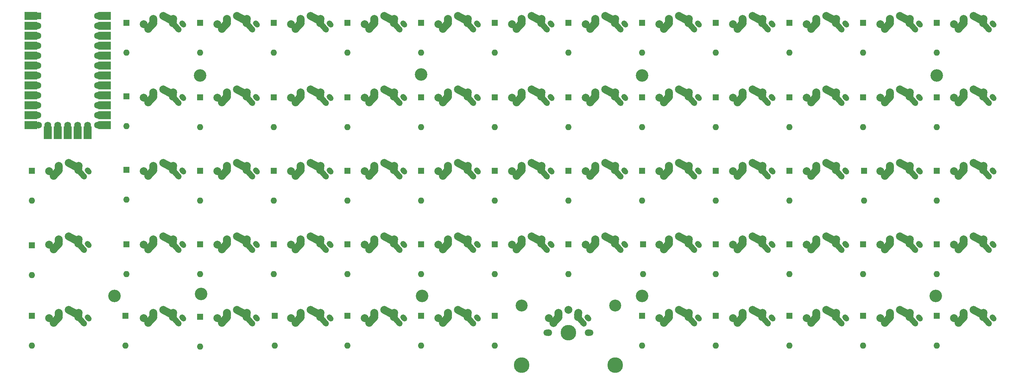
<source format=gbr>
%TF.GenerationSoftware,KiCad,Pcbnew,(5.1.6-0-10_14)*%
%TF.CreationDate,2021-04-03T15:29:21+02:00*%
%TF.ProjectId,Mech50-keyboard,4d656368-3530-42d6-9b65-79626f617264,rev?*%
%TF.SameCoordinates,Original*%
%TF.FileFunction,Soldermask,Top*%
%TF.FilePolarity,Negative*%
%FSLAX46Y46*%
G04 Gerber Fmt 4.6, Leading zero omitted, Abs format (unit mm)*
G04 Created by KiCad (PCBNEW (5.1.6-0-10_14)) date 2021-04-03 15:29:21*
%MOMM*%
%LPD*%
G01*
G04 APERTURE LIST*
%ADD10C,2.000000*%
%ADD11C,1.700000*%
%ADD12C,3.987800*%
%ADD13C,3.048000*%
%ADD14C,1.800000*%
%ADD15O,1.600000X1.600000*%
%ADD16R,1.600000X1.600000*%
%ADD17C,3.200000*%
%ADD18R,2.000000X3.250000*%
%ADD19R,3.250000X2.000000*%
%ADD20C,1.752600*%
%ADD21R,1.752600X1.752600*%
G04 APERTURE END LIST*
%TO.C,S-E12*%
G36*
G01*
X295692294Y-130871719D02*
X296146284Y-129980713D01*
G75*
G02*
X296818782Y-129762205I445503J-226995D01*
G01*
X298957198Y-130851782D01*
G75*
G02*
X299175706Y-131524280I-226995J-445503D01*
G01*
X298721716Y-132415287D01*
G75*
G02*
X298049218Y-132633795I-445503J226995D01*
G01*
X295910802Y-131544218D01*
G75*
G02*
X295692294Y-130871720I226995J445503D01*
G01*
G37*
G36*
G01*
X301484668Y-131907224D02*
X301885368Y-132353810D01*
G75*
G02*
X301831833Y-133342311I-521018J-467483D01*
G01*
X301831833Y-133342311D01*
G75*
G02*
X300843332Y-133288776I-467483J521018D01*
G01*
X300442632Y-132842190D01*
G75*
G02*
X300496167Y-131853689I521018J467483D01*
G01*
X300496167Y-131853689D01*
G75*
G02*
X301484668Y-131907224I467483J-521018D01*
G01*
G37*
D10*
X291164000Y-132598000D03*
X296164000Y-130498000D03*
G36*
G01*
X299055280Y-131711043D02*
X300699188Y-133543208D01*
G75*
G02*
X300641828Y-134602316I-558234J-500874D01*
G01*
X300641828Y-134602316D01*
G75*
G02*
X299582720Y-134544956I-500874J558234D01*
G01*
X297938812Y-132712792D01*
G75*
G02*
X297996172Y-131653684I558234J500874D01*
G01*
X297996172Y-131653684D01*
G75*
G02*
X299055280Y-131711044I500874J-558234D01*
G01*
G37*
G36*
G01*
X292666369Y-131966799D02*
X292626370Y-131386799D01*
G75*
G02*
X293555202Y-130320369I997631J68799D01*
G01*
X293555202Y-130320369D01*
G75*
G02*
X294621632Y-131249201I68799J-997631D01*
G01*
X294661630Y-131829201D01*
G75*
G02*
X293732798Y-132895631I-997631J-68799D01*
G01*
X293732798Y-132895631D01*
G75*
G02*
X292666368Y-131966799I-68799J997631D01*
G01*
G37*
G36*
G01*
X294408307Y-133065828D02*
X293098317Y-134525837D01*
G75*
G02*
X291686172Y-134602316I-744312J667833D01*
G01*
X291686172Y-134602316D01*
G75*
G02*
X291609693Y-133190171I667833J744312D01*
G01*
X292919683Y-131730163D01*
G75*
G02*
X294331828Y-131653684I744312J-667833D01*
G01*
X294331828Y-131653684D01*
G75*
G02*
X294408307Y-133065829I-667833J-744312D01*
G01*
G37*
X293624000Y-131318000D03*
X293664000Y-131898000D03*
G36*
G01*
X299306167Y-133113688D02*
X299306168Y-133113688D01*
G75*
G02*
X300365276Y-133171048I500874J-558234D01*
G01*
X300699192Y-133543204D01*
G75*
G02*
X300641832Y-134602312I-558234J-500874D01*
G01*
X300641832Y-134602312D01*
G75*
G02*
X299582724Y-134544952I-500874J558234D01*
G01*
X299248808Y-134172796D01*
G75*
G02*
X299306168Y-133113688I558234J500874D01*
G01*
G37*
X298664000Y-132398000D03*
X292354000Y-133858000D03*
X293664000Y-132398000D03*
X298704000Y-131318000D03*
X298664000Y-131898000D03*
G36*
G01*
X297666370Y-131829201D02*
X297706368Y-131249201D01*
G75*
G02*
X298772798Y-130320369I997631J-68799D01*
G01*
X298772798Y-130320369D01*
G75*
G02*
X299701630Y-131386799I-68799J-997631D01*
G01*
X299661632Y-131966799D01*
G75*
G02*
X298595202Y-132895631I-997631J68799D01*
G01*
X298595202Y-132895631D01*
G75*
G02*
X297666370Y-131829201I68799J997631D01*
G01*
G37*
%TD*%
%TO.C,S-E6*%
G36*
G01*
X198106668Y-131907224D02*
X198507368Y-132353810D01*
G75*
G02*
X198453833Y-133342311I-521018J-467483D01*
G01*
X198453833Y-133342311D01*
G75*
G02*
X197465332Y-133288776I-467483J521018D01*
G01*
X197064632Y-132842190D01*
G75*
G02*
X197118167Y-131853689I521018J467483D01*
G01*
X197118167Y-131853689D01*
G75*
G02*
X198106668Y-131907224I467483J-521018D01*
G01*
G37*
X187786000Y-132598000D03*
X192786000Y-130498000D03*
D11*
X198286000Y-136398000D03*
X187286000Y-136398000D03*
G36*
G01*
X195677280Y-131711043D02*
X197321188Y-133543208D01*
G75*
G02*
X197263828Y-134602316I-558234J-500874D01*
G01*
X197263828Y-134602316D01*
G75*
G02*
X196204720Y-134544956I-500874J558234D01*
G01*
X194560812Y-132712792D01*
G75*
G02*
X194618172Y-131653684I558234J500874D01*
G01*
X194618172Y-131653684D01*
G75*
G02*
X195677280Y-131711044I500874J-558234D01*
G01*
G37*
G36*
G01*
X189288040Y-131965344D02*
X189248592Y-131386687D01*
G75*
G02*
X190178261Y-130320988I997684J68015D01*
G01*
X190178261Y-130320988D01*
G75*
G02*
X191243960Y-131250657I68015J-997684D01*
G01*
X191283408Y-131829313D01*
G75*
G02*
X190353739Y-132895012I-997684J-68015D01*
G01*
X190353739Y-132895012D01*
G75*
G02*
X189288040Y-131965343I-68015J997684D01*
G01*
G37*
D10*
X195286000Y-131898000D03*
X195286000Y-132398000D03*
X195326000Y-131318000D03*
X190286000Y-131898000D03*
X190246000Y-131318000D03*
X190286000Y-132398000D03*
G36*
G01*
X196987276Y-133211048D02*
X197321192Y-133583204D01*
G75*
G02*
X197263832Y-134642312I-558234J-500874D01*
G01*
X197263832Y-134642312D01*
G75*
G02*
X196204724Y-134584952I-500874J558234D01*
G01*
X195870808Y-134212796D01*
G75*
G02*
X195928168Y-133153688I558234J500874D01*
G01*
X195928168Y-133153688D01*
G75*
G02*
X196987276Y-133211048I500874J-558234D01*
G01*
G37*
D12*
X204724000Y-144653000D03*
X180848000Y-144653000D03*
D13*
X204724000Y-129413000D03*
X180848000Y-129413000D03*
D14*
X197866000Y-136398000D03*
X187706000Y-136398000D03*
D12*
X192786000Y-136398000D03*
G36*
G01*
X191030307Y-133065828D02*
X189720317Y-134525837D01*
G75*
G02*
X188308172Y-134602316I-744312J667833D01*
G01*
X188308172Y-134602316D01*
G75*
G02*
X188231693Y-133190171I667833J744312D01*
G01*
X189541683Y-131730163D01*
G75*
G02*
X190953828Y-131653684I744312J-667833D01*
G01*
X190953828Y-131653684D01*
G75*
G02*
X191030307Y-133065829I-667833J-744312D01*
G01*
G37*
G36*
G01*
X194288544Y-131830001D02*
X194328087Y-131249969D01*
G75*
G02*
X195393786Y-130320300I997684J-68015D01*
G01*
X195393786Y-130320300D01*
G75*
G02*
X196323455Y-131385999I-68015J-997684D01*
G01*
X196283913Y-131966031D01*
G75*
G02*
X195218214Y-132895700I-997684J68015D01*
G01*
X195218214Y-132895700D01*
G75*
G02*
X194288545Y-131830001I68015J997684D01*
G01*
G37*
D10*
X188976000Y-133898000D03*
%TD*%
%TO.C,S-A0*%
G36*
G01*
X88936294Y-55687719D02*
X89390284Y-54796713D01*
G75*
G02*
X90062782Y-54578205I445503J-226995D01*
G01*
X92201198Y-55667782D01*
G75*
G02*
X92419706Y-56340280I-226995J-445503D01*
G01*
X91965716Y-57231287D01*
G75*
G02*
X91293218Y-57449795I-445503J226995D01*
G01*
X89154802Y-56360218D01*
G75*
G02*
X88936294Y-55687720I226995J445503D01*
G01*
G37*
G36*
G01*
X94728668Y-56723224D02*
X95129368Y-57169810D01*
G75*
G02*
X95075833Y-58158311I-521018J-467483D01*
G01*
X95075833Y-58158311D01*
G75*
G02*
X94087332Y-58104776I-467483J521018D01*
G01*
X93686632Y-57658190D01*
G75*
G02*
X93740167Y-56669689I521018J467483D01*
G01*
X93740167Y-56669689D01*
G75*
G02*
X94728668Y-56723224I467483J-521018D01*
G01*
G37*
X84408000Y-57414000D03*
X89408000Y-55314000D03*
G36*
G01*
X92299280Y-56527043D02*
X93943188Y-58359208D01*
G75*
G02*
X93885828Y-59418316I-558234J-500874D01*
G01*
X93885828Y-59418316D01*
G75*
G02*
X92826720Y-59360956I-500874J558234D01*
G01*
X91182812Y-57528792D01*
G75*
G02*
X91240172Y-56469684I558234J500874D01*
G01*
X91240172Y-56469684D01*
G75*
G02*
X92299280Y-56527044I500874J-558234D01*
G01*
G37*
G36*
G01*
X85910369Y-56782799D02*
X85870370Y-56202799D01*
G75*
G02*
X86799202Y-55136369I997631J68799D01*
G01*
X86799202Y-55136369D01*
G75*
G02*
X87865632Y-56065201I68799J-997631D01*
G01*
X87905630Y-56645201D01*
G75*
G02*
X86976798Y-57711631I-997631J-68799D01*
G01*
X86976798Y-57711631D01*
G75*
G02*
X85910368Y-56782799I-68799J997631D01*
G01*
G37*
G36*
G01*
X87652307Y-57881828D02*
X86342317Y-59341837D01*
G75*
G02*
X84930172Y-59418316I-744312J667833D01*
G01*
X84930172Y-59418316D01*
G75*
G02*
X84853693Y-58006171I667833J744312D01*
G01*
X86163683Y-56546163D01*
G75*
G02*
X87575828Y-56469684I744312J-667833D01*
G01*
X87575828Y-56469684D01*
G75*
G02*
X87652307Y-57881829I-667833J-744312D01*
G01*
G37*
X86868000Y-56134000D03*
X86908000Y-56714000D03*
G36*
G01*
X92550167Y-57929688D02*
X92550168Y-57929688D01*
G75*
G02*
X93609276Y-57987048I500874J-558234D01*
G01*
X93943192Y-58359204D01*
G75*
G02*
X93885832Y-59418312I-558234J-500874D01*
G01*
X93885832Y-59418312D01*
G75*
G02*
X92826724Y-59360952I-500874J558234D01*
G01*
X92492808Y-58988796D01*
G75*
G02*
X92550168Y-57929688I558234J500874D01*
G01*
G37*
X91908000Y-57214000D03*
X85598000Y-58674000D03*
X86908000Y-57214000D03*
X91948000Y-56134000D03*
X91908000Y-56714000D03*
G36*
G01*
X90910370Y-56645201D02*
X90950368Y-56065201D01*
G75*
G02*
X92016798Y-55136369I997631J-68799D01*
G01*
X92016798Y-55136369D01*
G75*
G02*
X92945630Y-56202799I-68799J-997631D01*
G01*
X92905632Y-56782799D01*
G75*
G02*
X91839202Y-57711631I-997631J68799D01*
G01*
X91839202Y-57711631D01*
G75*
G02*
X90910370Y-56645201I68799J997631D01*
G01*
G37*
%TD*%
%TO.C,S-A1*%
G36*
G01*
X107732294Y-55687719D02*
X108186284Y-54796713D01*
G75*
G02*
X108858782Y-54578205I445503J-226995D01*
G01*
X110997198Y-55667782D01*
G75*
G02*
X111215706Y-56340280I-226995J-445503D01*
G01*
X110761716Y-57231287D01*
G75*
G02*
X110089218Y-57449795I-445503J226995D01*
G01*
X107950802Y-56360218D01*
G75*
G02*
X107732294Y-55687720I226995J445503D01*
G01*
G37*
G36*
G01*
X113524668Y-56723224D02*
X113925368Y-57169810D01*
G75*
G02*
X113871833Y-58158311I-521018J-467483D01*
G01*
X113871833Y-58158311D01*
G75*
G02*
X112883332Y-58104776I-467483J521018D01*
G01*
X112482632Y-57658190D01*
G75*
G02*
X112536167Y-56669689I521018J467483D01*
G01*
X112536167Y-56669689D01*
G75*
G02*
X113524668Y-56723224I467483J-521018D01*
G01*
G37*
X103204000Y-57414000D03*
X108204000Y-55314000D03*
G36*
G01*
X111095280Y-56527043D02*
X112739188Y-58359208D01*
G75*
G02*
X112681828Y-59418316I-558234J-500874D01*
G01*
X112681828Y-59418316D01*
G75*
G02*
X111622720Y-59360956I-500874J558234D01*
G01*
X109978812Y-57528792D01*
G75*
G02*
X110036172Y-56469684I558234J500874D01*
G01*
X110036172Y-56469684D01*
G75*
G02*
X111095280Y-56527044I500874J-558234D01*
G01*
G37*
G36*
G01*
X104706369Y-56782799D02*
X104666370Y-56202799D01*
G75*
G02*
X105595202Y-55136369I997631J68799D01*
G01*
X105595202Y-55136369D01*
G75*
G02*
X106661632Y-56065201I68799J-997631D01*
G01*
X106701630Y-56645201D01*
G75*
G02*
X105772798Y-57711631I-997631J-68799D01*
G01*
X105772798Y-57711631D01*
G75*
G02*
X104706368Y-56782799I-68799J997631D01*
G01*
G37*
G36*
G01*
X106448307Y-57881828D02*
X105138317Y-59341837D01*
G75*
G02*
X103726172Y-59418316I-744312J667833D01*
G01*
X103726172Y-59418316D01*
G75*
G02*
X103649693Y-58006171I667833J744312D01*
G01*
X104959683Y-56546163D01*
G75*
G02*
X106371828Y-56469684I744312J-667833D01*
G01*
X106371828Y-56469684D01*
G75*
G02*
X106448307Y-57881829I-667833J-744312D01*
G01*
G37*
X105664000Y-56134000D03*
X105704000Y-56714000D03*
G36*
G01*
X111346167Y-57929688D02*
X111346168Y-57929688D01*
G75*
G02*
X112405276Y-57987048I500874J-558234D01*
G01*
X112739192Y-58359204D01*
G75*
G02*
X112681832Y-59418312I-558234J-500874D01*
G01*
X112681832Y-59418312D01*
G75*
G02*
X111622724Y-59360952I-500874J558234D01*
G01*
X111288808Y-58988796D01*
G75*
G02*
X111346168Y-57929688I558234J500874D01*
G01*
G37*
X110704000Y-57214000D03*
X104394000Y-58674000D03*
X105704000Y-57214000D03*
X110744000Y-56134000D03*
X110704000Y-56714000D03*
G36*
G01*
X109706370Y-56645201D02*
X109746368Y-56065201D01*
G75*
G02*
X110812798Y-55136369I997631J-68799D01*
G01*
X110812798Y-55136369D01*
G75*
G02*
X111741630Y-56202799I-68799J-997631D01*
G01*
X111701632Y-56782799D01*
G75*
G02*
X110635202Y-57711631I-997631J68799D01*
G01*
X110635202Y-57711631D01*
G75*
G02*
X109706370Y-56645201I68799J997631D01*
G01*
G37*
%TD*%
%TO.C,S-A2*%
G36*
G01*
X126528294Y-55687719D02*
X126982284Y-54796713D01*
G75*
G02*
X127654782Y-54578205I445503J-226995D01*
G01*
X129793198Y-55667782D01*
G75*
G02*
X130011706Y-56340280I-226995J-445503D01*
G01*
X129557716Y-57231287D01*
G75*
G02*
X128885218Y-57449795I-445503J226995D01*
G01*
X126746802Y-56360218D01*
G75*
G02*
X126528294Y-55687720I226995J445503D01*
G01*
G37*
G36*
G01*
X132320668Y-56723224D02*
X132721368Y-57169810D01*
G75*
G02*
X132667833Y-58158311I-521018J-467483D01*
G01*
X132667833Y-58158311D01*
G75*
G02*
X131679332Y-58104776I-467483J521018D01*
G01*
X131278632Y-57658190D01*
G75*
G02*
X131332167Y-56669689I521018J467483D01*
G01*
X131332167Y-56669689D01*
G75*
G02*
X132320668Y-56723224I467483J-521018D01*
G01*
G37*
X122000000Y-57414000D03*
X127000000Y-55314000D03*
G36*
G01*
X129891280Y-56527043D02*
X131535188Y-58359208D01*
G75*
G02*
X131477828Y-59418316I-558234J-500874D01*
G01*
X131477828Y-59418316D01*
G75*
G02*
X130418720Y-59360956I-500874J558234D01*
G01*
X128774812Y-57528792D01*
G75*
G02*
X128832172Y-56469684I558234J500874D01*
G01*
X128832172Y-56469684D01*
G75*
G02*
X129891280Y-56527044I500874J-558234D01*
G01*
G37*
G36*
G01*
X123502369Y-56782799D02*
X123462370Y-56202799D01*
G75*
G02*
X124391202Y-55136369I997631J68799D01*
G01*
X124391202Y-55136369D01*
G75*
G02*
X125457632Y-56065201I68799J-997631D01*
G01*
X125497630Y-56645201D01*
G75*
G02*
X124568798Y-57711631I-997631J-68799D01*
G01*
X124568798Y-57711631D01*
G75*
G02*
X123502368Y-56782799I-68799J997631D01*
G01*
G37*
G36*
G01*
X125244307Y-57881828D02*
X123934317Y-59341837D01*
G75*
G02*
X122522172Y-59418316I-744312J667833D01*
G01*
X122522172Y-59418316D01*
G75*
G02*
X122445693Y-58006171I667833J744312D01*
G01*
X123755683Y-56546163D01*
G75*
G02*
X125167828Y-56469684I744312J-667833D01*
G01*
X125167828Y-56469684D01*
G75*
G02*
X125244307Y-57881829I-667833J-744312D01*
G01*
G37*
X124460000Y-56134000D03*
X124500000Y-56714000D03*
G36*
G01*
X130142167Y-57929688D02*
X130142168Y-57929688D01*
G75*
G02*
X131201276Y-57987048I500874J-558234D01*
G01*
X131535192Y-58359204D01*
G75*
G02*
X131477832Y-59418312I-558234J-500874D01*
G01*
X131477832Y-59418312D01*
G75*
G02*
X130418724Y-59360952I-500874J558234D01*
G01*
X130084808Y-58988796D01*
G75*
G02*
X130142168Y-57929688I558234J500874D01*
G01*
G37*
X129500000Y-57214000D03*
X123190000Y-58674000D03*
X124500000Y-57214000D03*
X129540000Y-56134000D03*
X129500000Y-56714000D03*
G36*
G01*
X128502370Y-56645201D02*
X128542368Y-56065201D01*
G75*
G02*
X129608798Y-55136369I997631J-68799D01*
G01*
X129608798Y-55136369D01*
G75*
G02*
X130537630Y-56202799I-68799J-997631D01*
G01*
X130497632Y-56782799D01*
G75*
G02*
X129431202Y-57711631I-997631J68799D01*
G01*
X129431202Y-57711631D01*
G75*
G02*
X128502370Y-56645201I68799J997631D01*
G01*
G37*
%TD*%
%TO.C,S-A3*%
G36*
G01*
X145324294Y-55687719D02*
X145778284Y-54796713D01*
G75*
G02*
X146450782Y-54578205I445503J-226995D01*
G01*
X148589198Y-55667782D01*
G75*
G02*
X148807706Y-56340280I-226995J-445503D01*
G01*
X148353716Y-57231287D01*
G75*
G02*
X147681218Y-57449795I-445503J226995D01*
G01*
X145542802Y-56360218D01*
G75*
G02*
X145324294Y-55687720I226995J445503D01*
G01*
G37*
G36*
G01*
X151116668Y-56723224D02*
X151517368Y-57169810D01*
G75*
G02*
X151463833Y-58158311I-521018J-467483D01*
G01*
X151463833Y-58158311D01*
G75*
G02*
X150475332Y-58104776I-467483J521018D01*
G01*
X150074632Y-57658190D01*
G75*
G02*
X150128167Y-56669689I521018J467483D01*
G01*
X150128167Y-56669689D01*
G75*
G02*
X151116668Y-56723224I467483J-521018D01*
G01*
G37*
X140796000Y-57414000D03*
X145796000Y-55314000D03*
G36*
G01*
X148687280Y-56527043D02*
X150331188Y-58359208D01*
G75*
G02*
X150273828Y-59418316I-558234J-500874D01*
G01*
X150273828Y-59418316D01*
G75*
G02*
X149214720Y-59360956I-500874J558234D01*
G01*
X147570812Y-57528792D01*
G75*
G02*
X147628172Y-56469684I558234J500874D01*
G01*
X147628172Y-56469684D01*
G75*
G02*
X148687280Y-56527044I500874J-558234D01*
G01*
G37*
G36*
G01*
X142298369Y-56782799D02*
X142258370Y-56202799D01*
G75*
G02*
X143187202Y-55136369I997631J68799D01*
G01*
X143187202Y-55136369D01*
G75*
G02*
X144253632Y-56065201I68799J-997631D01*
G01*
X144293630Y-56645201D01*
G75*
G02*
X143364798Y-57711631I-997631J-68799D01*
G01*
X143364798Y-57711631D01*
G75*
G02*
X142298368Y-56782799I-68799J997631D01*
G01*
G37*
G36*
G01*
X144040307Y-57881828D02*
X142730317Y-59341837D01*
G75*
G02*
X141318172Y-59418316I-744312J667833D01*
G01*
X141318172Y-59418316D01*
G75*
G02*
X141241693Y-58006171I667833J744312D01*
G01*
X142551683Y-56546163D01*
G75*
G02*
X143963828Y-56469684I744312J-667833D01*
G01*
X143963828Y-56469684D01*
G75*
G02*
X144040307Y-57881829I-667833J-744312D01*
G01*
G37*
X143256000Y-56134000D03*
X143296000Y-56714000D03*
G36*
G01*
X148938167Y-57929688D02*
X148938168Y-57929688D01*
G75*
G02*
X149997276Y-57987048I500874J-558234D01*
G01*
X150331192Y-58359204D01*
G75*
G02*
X150273832Y-59418312I-558234J-500874D01*
G01*
X150273832Y-59418312D01*
G75*
G02*
X149214724Y-59360952I-500874J558234D01*
G01*
X148880808Y-58988796D01*
G75*
G02*
X148938168Y-57929688I558234J500874D01*
G01*
G37*
X148296000Y-57214000D03*
X141986000Y-58674000D03*
X143296000Y-57214000D03*
X148336000Y-56134000D03*
X148296000Y-56714000D03*
G36*
G01*
X147298370Y-56645201D02*
X147338368Y-56065201D01*
G75*
G02*
X148404798Y-55136369I997631J-68799D01*
G01*
X148404798Y-55136369D01*
G75*
G02*
X149333630Y-56202799I-68799J-997631D01*
G01*
X149293632Y-56782799D01*
G75*
G02*
X148227202Y-57711631I-997631J68799D01*
G01*
X148227202Y-57711631D01*
G75*
G02*
X147298370Y-56645201I68799J997631D01*
G01*
G37*
%TD*%
%TO.C,S-A4*%
G36*
G01*
X164120294Y-55687719D02*
X164574284Y-54796713D01*
G75*
G02*
X165246782Y-54578205I445503J-226995D01*
G01*
X167385198Y-55667782D01*
G75*
G02*
X167603706Y-56340280I-226995J-445503D01*
G01*
X167149716Y-57231287D01*
G75*
G02*
X166477218Y-57449795I-445503J226995D01*
G01*
X164338802Y-56360218D01*
G75*
G02*
X164120294Y-55687720I226995J445503D01*
G01*
G37*
G36*
G01*
X169912668Y-56723224D02*
X170313368Y-57169810D01*
G75*
G02*
X170259833Y-58158311I-521018J-467483D01*
G01*
X170259833Y-58158311D01*
G75*
G02*
X169271332Y-58104776I-467483J521018D01*
G01*
X168870632Y-57658190D01*
G75*
G02*
X168924167Y-56669689I521018J467483D01*
G01*
X168924167Y-56669689D01*
G75*
G02*
X169912668Y-56723224I467483J-521018D01*
G01*
G37*
X159592000Y-57414000D03*
X164592000Y-55314000D03*
G36*
G01*
X167483280Y-56527043D02*
X169127188Y-58359208D01*
G75*
G02*
X169069828Y-59418316I-558234J-500874D01*
G01*
X169069828Y-59418316D01*
G75*
G02*
X168010720Y-59360956I-500874J558234D01*
G01*
X166366812Y-57528792D01*
G75*
G02*
X166424172Y-56469684I558234J500874D01*
G01*
X166424172Y-56469684D01*
G75*
G02*
X167483280Y-56527044I500874J-558234D01*
G01*
G37*
G36*
G01*
X161094369Y-56782799D02*
X161054370Y-56202799D01*
G75*
G02*
X161983202Y-55136369I997631J68799D01*
G01*
X161983202Y-55136369D01*
G75*
G02*
X163049632Y-56065201I68799J-997631D01*
G01*
X163089630Y-56645201D01*
G75*
G02*
X162160798Y-57711631I-997631J-68799D01*
G01*
X162160798Y-57711631D01*
G75*
G02*
X161094368Y-56782799I-68799J997631D01*
G01*
G37*
G36*
G01*
X162836307Y-57881828D02*
X161526317Y-59341837D01*
G75*
G02*
X160114172Y-59418316I-744312J667833D01*
G01*
X160114172Y-59418316D01*
G75*
G02*
X160037693Y-58006171I667833J744312D01*
G01*
X161347683Y-56546163D01*
G75*
G02*
X162759828Y-56469684I744312J-667833D01*
G01*
X162759828Y-56469684D01*
G75*
G02*
X162836307Y-57881829I-667833J-744312D01*
G01*
G37*
X162052000Y-56134000D03*
X162092000Y-56714000D03*
G36*
G01*
X167734167Y-57929688D02*
X167734168Y-57929688D01*
G75*
G02*
X168793276Y-57987048I500874J-558234D01*
G01*
X169127192Y-58359204D01*
G75*
G02*
X169069832Y-59418312I-558234J-500874D01*
G01*
X169069832Y-59418312D01*
G75*
G02*
X168010724Y-59360952I-500874J558234D01*
G01*
X167676808Y-58988796D01*
G75*
G02*
X167734168Y-57929688I558234J500874D01*
G01*
G37*
X167092000Y-57214000D03*
X160782000Y-58674000D03*
X162092000Y-57214000D03*
X167132000Y-56134000D03*
X167092000Y-56714000D03*
G36*
G01*
X166094370Y-56645201D02*
X166134368Y-56065201D01*
G75*
G02*
X167200798Y-55136369I997631J-68799D01*
G01*
X167200798Y-55136369D01*
G75*
G02*
X168129630Y-56202799I-68799J-997631D01*
G01*
X168089632Y-56782799D01*
G75*
G02*
X167023202Y-57711631I-997631J68799D01*
G01*
X167023202Y-57711631D01*
G75*
G02*
X166094370Y-56645201I68799J997631D01*
G01*
G37*
%TD*%
%TO.C,S-A5*%
G36*
G01*
X182916294Y-55687719D02*
X183370284Y-54796713D01*
G75*
G02*
X184042782Y-54578205I445503J-226995D01*
G01*
X186181198Y-55667782D01*
G75*
G02*
X186399706Y-56340280I-226995J-445503D01*
G01*
X185945716Y-57231287D01*
G75*
G02*
X185273218Y-57449795I-445503J226995D01*
G01*
X183134802Y-56360218D01*
G75*
G02*
X182916294Y-55687720I226995J445503D01*
G01*
G37*
G36*
G01*
X188708668Y-56723224D02*
X189109368Y-57169810D01*
G75*
G02*
X189055833Y-58158311I-521018J-467483D01*
G01*
X189055833Y-58158311D01*
G75*
G02*
X188067332Y-58104776I-467483J521018D01*
G01*
X187666632Y-57658190D01*
G75*
G02*
X187720167Y-56669689I521018J467483D01*
G01*
X187720167Y-56669689D01*
G75*
G02*
X188708668Y-56723224I467483J-521018D01*
G01*
G37*
X178388000Y-57414000D03*
X183388000Y-55314000D03*
G36*
G01*
X186279280Y-56527043D02*
X187923188Y-58359208D01*
G75*
G02*
X187865828Y-59418316I-558234J-500874D01*
G01*
X187865828Y-59418316D01*
G75*
G02*
X186806720Y-59360956I-500874J558234D01*
G01*
X185162812Y-57528792D01*
G75*
G02*
X185220172Y-56469684I558234J500874D01*
G01*
X185220172Y-56469684D01*
G75*
G02*
X186279280Y-56527044I500874J-558234D01*
G01*
G37*
G36*
G01*
X179890369Y-56782799D02*
X179850370Y-56202799D01*
G75*
G02*
X180779202Y-55136369I997631J68799D01*
G01*
X180779202Y-55136369D01*
G75*
G02*
X181845632Y-56065201I68799J-997631D01*
G01*
X181885630Y-56645201D01*
G75*
G02*
X180956798Y-57711631I-997631J-68799D01*
G01*
X180956798Y-57711631D01*
G75*
G02*
X179890368Y-56782799I-68799J997631D01*
G01*
G37*
G36*
G01*
X181632307Y-57881828D02*
X180322317Y-59341837D01*
G75*
G02*
X178910172Y-59418316I-744312J667833D01*
G01*
X178910172Y-59418316D01*
G75*
G02*
X178833693Y-58006171I667833J744312D01*
G01*
X180143683Y-56546163D01*
G75*
G02*
X181555828Y-56469684I744312J-667833D01*
G01*
X181555828Y-56469684D01*
G75*
G02*
X181632307Y-57881829I-667833J-744312D01*
G01*
G37*
X180848000Y-56134000D03*
X180888000Y-56714000D03*
G36*
G01*
X186530167Y-57929688D02*
X186530168Y-57929688D01*
G75*
G02*
X187589276Y-57987048I500874J-558234D01*
G01*
X187923192Y-58359204D01*
G75*
G02*
X187865832Y-59418312I-558234J-500874D01*
G01*
X187865832Y-59418312D01*
G75*
G02*
X186806724Y-59360952I-500874J558234D01*
G01*
X186472808Y-58988796D01*
G75*
G02*
X186530168Y-57929688I558234J500874D01*
G01*
G37*
X185888000Y-57214000D03*
X179578000Y-58674000D03*
X180888000Y-57214000D03*
X185928000Y-56134000D03*
X185888000Y-56714000D03*
G36*
G01*
X184890370Y-56645201D02*
X184930368Y-56065201D01*
G75*
G02*
X185996798Y-55136369I997631J-68799D01*
G01*
X185996798Y-55136369D01*
G75*
G02*
X186925630Y-56202799I-68799J-997631D01*
G01*
X186885632Y-56782799D01*
G75*
G02*
X185819202Y-57711631I-997631J68799D01*
G01*
X185819202Y-57711631D01*
G75*
G02*
X184890370Y-56645201I68799J997631D01*
G01*
G37*
%TD*%
%TO.C,S-A6*%
G36*
G01*
X201712294Y-55687719D02*
X202166284Y-54796713D01*
G75*
G02*
X202838782Y-54578205I445503J-226995D01*
G01*
X204977198Y-55667782D01*
G75*
G02*
X205195706Y-56340280I-226995J-445503D01*
G01*
X204741716Y-57231287D01*
G75*
G02*
X204069218Y-57449795I-445503J226995D01*
G01*
X201930802Y-56360218D01*
G75*
G02*
X201712294Y-55687720I226995J445503D01*
G01*
G37*
G36*
G01*
X207504668Y-56723224D02*
X207905368Y-57169810D01*
G75*
G02*
X207851833Y-58158311I-521018J-467483D01*
G01*
X207851833Y-58158311D01*
G75*
G02*
X206863332Y-58104776I-467483J521018D01*
G01*
X206462632Y-57658190D01*
G75*
G02*
X206516167Y-56669689I521018J467483D01*
G01*
X206516167Y-56669689D01*
G75*
G02*
X207504668Y-56723224I467483J-521018D01*
G01*
G37*
X197184000Y-57414000D03*
X202184000Y-55314000D03*
G36*
G01*
X205075280Y-56527043D02*
X206719188Y-58359208D01*
G75*
G02*
X206661828Y-59418316I-558234J-500874D01*
G01*
X206661828Y-59418316D01*
G75*
G02*
X205602720Y-59360956I-500874J558234D01*
G01*
X203958812Y-57528792D01*
G75*
G02*
X204016172Y-56469684I558234J500874D01*
G01*
X204016172Y-56469684D01*
G75*
G02*
X205075280Y-56527044I500874J-558234D01*
G01*
G37*
G36*
G01*
X198686369Y-56782799D02*
X198646370Y-56202799D01*
G75*
G02*
X199575202Y-55136369I997631J68799D01*
G01*
X199575202Y-55136369D01*
G75*
G02*
X200641632Y-56065201I68799J-997631D01*
G01*
X200681630Y-56645201D01*
G75*
G02*
X199752798Y-57711631I-997631J-68799D01*
G01*
X199752798Y-57711631D01*
G75*
G02*
X198686368Y-56782799I-68799J997631D01*
G01*
G37*
G36*
G01*
X200428307Y-57881828D02*
X199118317Y-59341837D01*
G75*
G02*
X197706172Y-59418316I-744312J667833D01*
G01*
X197706172Y-59418316D01*
G75*
G02*
X197629693Y-58006171I667833J744312D01*
G01*
X198939683Y-56546163D01*
G75*
G02*
X200351828Y-56469684I744312J-667833D01*
G01*
X200351828Y-56469684D01*
G75*
G02*
X200428307Y-57881829I-667833J-744312D01*
G01*
G37*
X199644000Y-56134000D03*
X199684000Y-56714000D03*
G36*
G01*
X205326167Y-57929688D02*
X205326168Y-57929688D01*
G75*
G02*
X206385276Y-57987048I500874J-558234D01*
G01*
X206719192Y-58359204D01*
G75*
G02*
X206661832Y-59418312I-558234J-500874D01*
G01*
X206661832Y-59418312D01*
G75*
G02*
X205602724Y-59360952I-500874J558234D01*
G01*
X205268808Y-58988796D01*
G75*
G02*
X205326168Y-57929688I558234J500874D01*
G01*
G37*
X204684000Y-57214000D03*
X198374000Y-58674000D03*
X199684000Y-57214000D03*
X204724000Y-56134000D03*
X204684000Y-56714000D03*
G36*
G01*
X203686370Y-56645201D02*
X203726368Y-56065201D01*
G75*
G02*
X204792798Y-55136369I997631J-68799D01*
G01*
X204792798Y-55136369D01*
G75*
G02*
X205721630Y-56202799I-68799J-997631D01*
G01*
X205681632Y-56782799D01*
G75*
G02*
X204615202Y-57711631I-997631J68799D01*
G01*
X204615202Y-57711631D01*
G75*
G02*
X203686370Y-56645201I68799J997631D01*
G01*
G37*
%TD*%
%TO.C,S-A7*%
G36*
G01*
X220508294Y-55687719D02*
X220962284Y-54796713D01*
G75*
G02*
X221634782Y-54578205I445503J-226995D01*
G01*
X223773198Y-55667782D01*
G75*
G02*
X223991706Y-56340280I-226995J-445503D01*
G01*
X223537716Y-57231287D01*
G75*
G02*
X222865218Y-57449795I-445503J226995D01*
G01*
X220726802Y-56360218D01*
G75*
G02*
X220508294Y-55687720I226995J445503D01*
G01*
G37*
G36*
G01*
X226300668Y-56723224D02*
X226701368Y-57169810D01*
G75*
G02*
X226647833Y-58158311I-521018J-467483D01*
G01*
X226647833Y-58158311D01*
G75*
G02*
X225659332Y-58104776I-467483J521018D01*
G01*
X225258632Y-57658190D01*
G75*
G02*
X225312167Y-56669689I521018J467483D01*
G01*
X225312167Y-56669689D01*
G75*
G02*
X226300668Y-56723224I467483J-521018D01*
G01*
G37*
X215980000Y-57414000D03*
X220980000Y-55314000D03*
G36*
G01*
X223871280Y-56527043D02*
X225515188Y-58359208D01*
G75*
G02*
X225457828Y-59418316I-558234J-500874D01*
G01*
X225457828Y-59418316D01*
G75*
G02*
X224398720Y-59360956I-500874J558234D01*
G01*
X222754812Y-57528792D01*
G75*
G02*
X222812172Y-56469684I558234J500874D01*
G01*
X222812172Y-56469684D01*
G75*
G02*
X223871280Y-56527044I500874J-558234D01*
G01*
G37*
G36*
G01*
X217482369Y-56782799D02*
X217442370Y-56202799D01*
G75*
G02*
X218371202Y-55136369I997631J68799D01*
G01*
X218371202Y-55136369D01*
G75*
G02*
X219437632Y-56065201I68799J-997631D01*
G01*
X219477630Y-56645201D01*
G75*
G02*
X218548798Y-57711631I-997631J-68799D01*
G01*
X218548798Y-57711631D01*
G75*
G02*
X217482368Y-56782799I-68799J997631D01*
G01*
G37*
G36*
G01*
X219224307Y-57881828D02*
X217914317Y-59341837D01*
G75*
G02*
X216502172Y-59418316I-744312J667833D01*
G01*
X216502172Y-59418316D01*
G75*
G02*
X216425693Y-58006171I667833J744312D01*
G01*
X217735683Y-56546163D01*
G75*
G02*
X219147828Y-56469684I744312J-667833D01*
G01*
X219147828Y-56469684D01*
G75*
G02*
X219224307Y-57881829I-667833J-744312D01*
G01*
G37*
X218440000Y-56134000D03*
X218480000Y-56714000D03*
G36*
G01*
X224122167Y-57929688D02*
X224122168Y-57929688D01*
G75*
G02*
X225181276Y-57987048I500874J-558234D01*
G01*
X225515192Y-58359204D01*
G75*
G02*
X225457832Y-59418312I-558234J-500874D01*
G01*
X225457832Y-59418312D01*
G75*
G02*
X224398724Y-59360952I-500874J558234D01*
G01*
X224064808Y-58988796D01*
G75*
G02*
X224122168Y-57929688I558234J500874D01*
G01*
G37*
X223480000Y-57214000D03*
X217170000Y-58674000D03*
X218480000Y-57214000D03*
X223520000Y-56134000D03*
X223480000Y-56714000D03*
G36*
G01*
X222482370Y-56645201D02*
X222522368Y-56065201D01*
G75*
G02*
X223588798Y-55136369I997631J-68799D01*
G01*
X223588798Y-55136369D01*
G75*
G02*
X224517630Y-56202799I-68799J-997631D01*
G01*
X224477632Y-56782799D01*
G75*
G02*
X223411202Y-57711631I-997631J68799D01*
G01*
X223411202Y-57711631D01*
G75*
G02*
X222482370Y-56645201I68799J997631D01*
G01*
G37*
%TD*%
%TO.C,S-A8*%
G36*
G01*
X239304294Y-55687719D02*
X239758284Y-54796713D01*
G75*
G02*
X240430782Y-54578205I445503J-226995D01*
G01*
X242569198Y-55667782D01*
G75*
G02*
X242787706Y-56340280I-226995J-445503D01*
G01*
X242333716Y-57231287D01*
G75*
G02*
X241661218Y-57449795I-445503J226995D01*
G01*
X239522802Y-56360218D01*
G75*
G02*
X239304294Y-55687720I226995J445503D01*
G01*
G37*
G36*
G01*
X245096668Y-56723224D02*
X245497368Y-57169810D01*
G75*
G02*
X245443833Y-58158311I-521018J-467483D01*
G01*
X245443833Y-58158311D01*
G75*
G02*
X244455332Y-58104776I-467483J521018D01*
G01*
X244054632Y-57658190D01*
G75*
G02*
X244108167Y-56669689I521018J467483D01*
G01*
X244108167Y-56669689D01*
G75*
G02*
X245096668Y-56723224I467483J-521018D01*
G01*
G37*
X234776000Y-57414000D03*
X239776000Y-55314000D03*
G36*
G01*
X242667280Y-56527043D02*
X244311188Y-58359208D01*
G75*
G02*
X244253828Y-59418316I-558234J-500874D01*
G01*
X244253828Y-59418316D01*
G75*
G02*
X243194720Y-59360956I-500874J558234D01*
G01*
X241550812Y-57528792D01*
G75*
G02*
X241608172Y-56469684I558234J500874D01*
G01*
X241608172Y-56469684D01*
G75*
G02*
X242667280Y-56527044I500874J-558234D01*
G01*
G37*
G36*
G01*
X236278369Y-56782799D02*
X236238370Y-56202799D01*
G75*
G02*
X237167202Y-55136369I997631J68799D01*
G01*
X237167202Y-55136369D01*
G75*
G02*
X238233632Y-56065201I68799J-997631D01*
G01*
X238273630Y-56645201D01*
G75*
G02*
X237344798Y-57711631I-997631J-68799D01*
G01*
X237344798Y-57711631D01*
G75*
G02*
X236278368Y-56782799I-68799J997631D01*
G01*
G37*
G36*
G01*
X238020307Y-57881828D02*
X236710317Y-59341837D01*
G75*
G02*
X235298172Y-59418316I-744312J667833D01*
G01*
X235298172Y-59418316D01*
G75*
G02*
X235221693Y-58006171I667833J744312D01*
G01*
X236531683Y-56546163D01*
G75*
G02*
X237943828Y-56469684I744312J-667833D01*
G01*
X237943828Y-56469684D01*
G75*
G02*
X238020307Y-57881829I-667833J-744312D01*
G01*
G37*
X237236000Y-56134000D03*
X237276000Y-56714000D03*
G36*
G01*
X242918167Y-57929688D02*
X242918168Y-57929688D01*
G75*
G02*
X243977276Y-57987048I500874J-558234D01*
G01*
X244311192Y-58359204D01*
G75*
G02*
X244253832Y-59418312I-558234J-500874D01*
G01*
X244253832Y-59418312D01*
G75*
G02*
X243194724Y-59360952I-500874J558234D01*
G01*
X242860808Y-58988796D01*
G75*
G02*
X242918168Y-57929688I558234J500874D01*
G01*
G37*
X242276000Y-57214000D03*
X235966000Y-58674000D03*
X237276000Y-57214000D03*
X242316000Y-56134000D03*
X242276000Y-56714000D03*
G36*
G01*
X241278370Y-56645201D02*
X241318368Y-56065201D01*
G75*
G02*
X242384798Y-55136369I997631J-68799D01*
G01*
X242384798Y-55136369D01*
G75*
G02*
X243313630Y-56202799I-68799J-997631D01*
G01*
X243273632Y-56782799D01*
G75*
G02*
X242207202Y-57711631I-997631J68799D01*
G01*
X242207202Y-57711631D01*
G75*
G02*
X241278370Y-56645201I68799J997631D01*
G01*
G37*
%TD*%
%TO.C,S-A9*%
G36*
G01*
X258100294Y-55687719D02*
X258554284Y-54796713D01*
G75*
G02*
X259226782Y-54578205I445503J-226995D01*
G01*
X261365198Y-55667782D01*
G75*
G02*
X261583706Y-56340280I-226995J-445503D01*
G01*
X261129716Y-57231287D01*
G75*
G02*
X260457218Y-57449795I-445503J226995D01*
G01*
X258318802Y-56360218D01*
G75*
G02*
X258100294Y-55687720I226995J445503D01*
G01*
G37*
G36*
G01*
X263892668Y-56723224D02*
X264293368Y-57169810D01*
G75*
G02*
X264239833Y-58158311I-521018J-467483D01*
G01*
X264239833Y-58158311D01*
G75*
G02*
X263251332Y-58104776I-467483J521018D01*
G01*
X262850632Y-57658190D01*
G75*
G02*
X262904167Y-56669689I521018J467483D01*
G01*
X262904167Y-56669689D01*
G75*
G02*
X263892668Y-56723224I467483J-521018D01*
G01*
G37*
X253572000Y-57414000D03*
X258572000Y-55314000D03*
G36*
G01*
X261463280Y-56527043D02*
X263107188Y-58359208D01*
G75*
G02*
X263049828Y-59418316I-558234J-500874D01*
G01*
X263049828Y-59418316D01*
G75*
G02*
X261990720Y-59360956I-500874J558234D01*
G01*
X260346812Y-57528792D01*
G75*
G02*
X260404172Y-56469684I558234J500874D01*
G01*
X260404172Y-56469684D01*
G75*
G02*
X261463280Y-56527044I500874J-558234D01*
G01*
G37*
G36*
G01*
X255074369Y-56782799D02*
X255034370Y-56202799D01*
G75*
G02*
X255963202Y-55136369I997631J68799D01*
G01*
X255963202Y-55136369D01*
G75*
G02*
X257029632Y-56065201I68799J-997631D01*
G01*
X257069630Y-56645201D01*
G75*
G02*
X256140798Y-57711631I-997631J-68799D01*
G01*
X256140798Y-57711631D01*
G75*
G02*
X255074368Y-56782799I-68799J997631D01*
G01*
G37*
G36*
G01*
X256816307Y-57881828D02*
X255506317Y-59341837D01*
G75*
G02*
X254094172Y-59418316I-744312J667833D01*
G01*
X254094172Y-59418316D01*
G75*
G02*
X254017693Y-58006171I667833J744312D01*
G01*
X255327683Y-56546163D01*
G75*
G02*
X256739828Y-56469684I744312J-667833D01*
G01*
X256739828Y-56469684D01*
G75*
G02*
X256816307Y-57881829I-667833J-744312D01*
G01*
G37*
X256032000Y-56134000D03*
X256072000Y-56714000D03*
G36*
G01*
X261714167Y-57929688D02*
X261714168Y-57929688D01*
G75*
G02*
X262773276Y-57987048I500874J-558234D01*
G01*
X263107192Y-58359204D01*
G75*
G02*
X263049832Y-59418312I-558234J-500874D01*
G01*
X263049832Y-59418312D01*
G75*
G02*
X261990724Y-59360952I-500874J558234D01*
G01*
X261656808Y-58988796D01*
G75*
G02*
X261714168Y-57929688I558234J500874D01*
G01*
G37*
X261072000Y-57214000D03*
X254762000Y-58674000D03*
X256072000Y-57214000D03*
X261112000Y-56134000D03*
X261072000Y-56714000D03*
G36*
G01*
X260074370Y-56645201D02*
X260114368Y-56065201D01*
G75*
G02*
X261180798Y-55136369I997631J-68799D01*
G01*
X261180798Y-55136369D01*
G75*
G02*
X262109630Y-56202799I-68799J-997631D01*
G01*
X262069632Y-56782799D01*
G75*
G02*
X261003202Y-57711631I-997631J68799D01*
G01*
X261003202Y-57711631D01*
G75*
G02*
X260074370Y-56645201I68799J997631D01*
G01*
G37*
%TD*%
%TO.C,S-A10*%
G36*
G01*
X276896294Y-55687719D02*
X277350284Y-54796713D01*
G75*
G02*
X278022782Y-54578205I445503J-226995D01*
G01*
X280161198Y-55667782D01*
G75*
G02*
X280379706Y-56340280I-226995J-445503D01*
G01*
X279925716Y-57231287D01*
G75*
G02*
X279253218Y-57449795I-445503J226995D01*
G01*
X277114802Y-56360218D01*
G75*
G02*
X276896294Y-55687720I226995J445503D01*
G01*
G37*
G36*
G01*
X282688668Y-56723224D02*
X283089368Y-57169810D01*
G75*
G02*
X283035833Y-58158311I-521018J-467483D01*
G01*
X283035833Y-58158311D01*
G75*
G02*
X282047332Y-58104776I-467483J521018D01*
G01*
X281646632Y-57658190D01*
G75*
G02*
X281700167Y-56669689I521018J467483D01*
G01*
X281700167Y-56669689D01*
G75*
G02*
X282688668Y-56723224I467483J-521018D01*
G01*
G37*
X272368000Y-57414000D03*
X277368000Y-55314000D03*
G36*
G01*
X280259280Y-56527043D02*
X281903188Y-58359208D01*
G75*
G02*
X281845828Y-59418316I-558234J-500874D01*
G01*
X281845828Y-59418316D01*
G75*
G02*
X280786720Y-59360956I-500874J558234D01*
G01*
X279142812Y-57528792D01*
G75*
G02*
X279200172Y-56469684I558234J500874D01*
G01*
X279200172Y-56469684D01*
G75*
G02*
X280259280Y-56527044I500874J-558234D01*
G01*
G37*
G36*
G01*
X273870369Y-56782799D02*
X273830370Y-56202799D01*
G75*
G02*
X274759202Y-55136369I997631J68799D01*
G01*
X274759202Y-55136369D01*
G75*
G02*
X275825632Y-56065201I68799J-997631D01*
G01*
X275865630Y-56645201D01*
G75*
G02*
X274936798Y-57711631I-997631J-68799D01*
G01*
X274936798Y-57711631D01*
G75*
G02*
X273870368Y-56782799I-68799J997631D01*
G01*
G37*
G36*
G01*
X275612307Y-57881828D02*
X274302317Y-59341837D01*
G75*
G02*
X272890172Y-59418316I-744312J667833D01*
G01*
X272890172Y-59418316D01*
G75*
G02*
X272813693Y-58006171I667833J744312D01*
G01*
X274123683Y-56546163D01*
G75*
G02*
X275535828Y-56469684I744312J-667833D01*
G01*
X275535828Y-56469684D01*
G75*
G02*
X275612307Y-57881829I-667833J-744312D01*
G01*
G37*
X274828000Y-56134000D03*
X274868000Y-56714000D03*
G36*
G01*
X280510167Y-57929688D02*
X280510168Y-57929688D01*
G75*
G02*
X281569276Y-57987048I500874J-558234D01*
G01*
X281903192Y-58359204D01*
G75*
G02*
X281845832Y-59418312I-558234J-500874D01*
G01*
X281845832Y-59418312D01*
G75*
G02*
X280786724Y-59360952I-500874J558234D01*
G01*
X280452808Y-58988796D01*
G75*
G02*
X280510168Y-57929688I558234J500874D01*
G01*
G37*
X279868000Y-57214000D03*
X273558000Y-58674000D03*
X274868000Y-57214000D03*
X279908000Y-56134000D03*
X279868000Y-56714000D03*
G36*
G01*
X278870370Y-56645201D02*
X278910368Y-56065201D01*
G75*
G02*
X279976798Y-55136369I997631J-68799D01*
G01*
X279976798Y-55136369D01*
G75*
G02*
X280905630Y-56202799I-68799J-997631D01*
G01*
X280865632Y-56782799D01*
G75*
G02*
X279799202Y-57711631I-997631J68799D01*
G01*
X279799202Y-57711631D01*
G75*
G02*
X278870370Y-56645201I68799J997631D01*
G01*
G37*
%TD*%
%TO.C,S-A11*%
G36*
G01*
X295692294Y-55687719D02*
X296146284Y-54796713D01*
G75*
G02*
X296818782Y-54578205I445503J-226995D01*
G01*
X298957198Y-55667782D01*
G75*
G02*
X299175706Y-56340280I-226995J-445503D01*
G01*
X298721716Y-57231287D01*
G75*
G02*
X298049218Y-57449795I-445503J226995D01*
G01*
X295910802Y-56360218D01*
G75*
G02*
X295692294Y-55687720I226995J445503D01*
G01*
G37*
G36*
G01*
X301484668Y-56723224D02*
X301885368Y-57169810D01*
G75*
G02*
X301831833Y-58158311I-521018J-467483D01*
G01*
X301831833Y-58158311D01*
G75*
G02*
X300843332Y-58104776I-467483J521018D01*
G01*
X300442632Y-57658190D01*
G75*
G02*
X300496167Y-56669689I521018J467483D01*
G01*
X300496167Y-56669689D01*
G75*
G02*
X301484668Y-56723224I467483J-521018D01*
G01*
G37*
X291164000Y-57414000D03*
X296164000Y-55314000D03*
G36*
G01*
X299055280Y-56527043D02*
X300699188Y-58359208D01*
G75*
G02*
X300641828Y-59418316I-558234J-500874D01*
G01*
X300641828Y-59418316D01*
G75*
G02*
X299582720Y-59360956I-500874J558234D01*
G01*
X297938812Y-57528792D01*
G75*
G02*
X297996172Y-56469684I558234J500874D01*
G01*
X297996172Y-56469684D01*
G75*
G02*
X299055280Y-56527044I500874J-558234D01*
G01*
G37*
G36*
G01*
X292666369Y-56782799D02*
X292626370Y-56202799D01*
G75*
G02*
X293555202Y-55136369I997631J68799D01*
G01*
X293555202Y-55136369D01*
G75*
G02*
X294621632Y-56065201I68799J-997631D01*
G01*
X294661630Y-56645201D01*
G75*
G02*
X293732798Y-57711631I-997631J-68799D01*
G01*
X293732798Y-57711631D01*
G75*
G02*
X292666368Y-56782799I-68799J997631D01*
G01*
G37*
G36*
G01*
X294408307Y-57881828D02*
X293098317Y-59341837D01*
G75*
G02*
X291686172Y-59418316I-744312J667833D01*
G01*
X291686172Y-59418316D01*
G75*
G02*
X291609693Y-58006171I667833J744312D01*
G01*
X292919683Y-56546163D01*
G75*
G02*
X294331828Y-56469684I744312J-667833D01*
G01*
X294331828Y-56469684D01*
G75*
G02*
X294408307Y-57881829I-667833J-744312D01*
G01*
G37*
X293624000Y-56134000D03*
X293664000Y-56714000D03*
G36*
G01*
X299306167Y-57929688D02*
X299306168Y-57929688D01*
G75*
G02*
X300365276Y-57987048I500874J-558234D01*
G01*
X300699192Y-58359204D01*
G75*
G02*
X300641832Y-59418312I-558234J-500874D01*
G01*
X300641832Y-59418312D01*
G75*
G02*
X299582724Y-59360952I-500874J558234D01*
G01*
X299248808Y-58988796D01*
G75*
G02*
X299306168Y-57929688I558234J500874D01*
G01*
G37*
X298664000Y-57214000D03*
X292354000Y-58674000D03*
X293664000Y-57214000D03*
X298704000Y-56134000D03*
X298664000Y-56714000D03*
G36*
G01*
X297666370Y-56645201D02*
X297706368Y-56065201D01*
G75*
G02*
X298772798Y-55136369I997631J-68799D01*
G01*
X298772798Y-55136369D01*
G75*
G02*
X299701630Y-56202799I-68799J-997631D01*
G01*
X299661632Y-56782799D01*
G75*
G02*
X298595202Y-57711631I-997631J68799D01*
G01*
X298595202Y-57711631D01*
G75*
G02*
X297666370Y-56645201I68799J997631D01*
G01*
G37*
%TD*%
%TO.C,S-B0*%
G36*
G01*
X88936294Y-74483719D02*
X89390284Y-73592713D01*
G75*
G02*
X90062782Y-73374205I445503J-226995D01*
G01*
X92201198Y-74463782D01*
G75*
G02*
X92419706Y-75136280I-226995J-445503D01*
G01*
X91965716Y-76027287D01*
G75*
G02*
X91293218Y-76245795I-445503J226995D01*
G01*
X89154802Y-75156218D01*
G75*
G02*
X88936294Y-74483720I226995J445503D01*
G01*
G37*
G36*
G01*
X94728668Y-75519224D02*
X95129368Y-75965810D01*
G75*
G02*
X95075833Y-76954311I-521018J-467483D01*
G01*
X95075833Y-76954311D01*
G75*
G02*
X94087332Y-76900776I-467483J521018D01*
G01*
X93686632Y-76454190D01*
G75*
G02*
X93740167Y-75465689I521018J467483D01*
G01*
X93740167Y-75465689D01*
G75*
G02*
X94728668Y-75519224I467483J-521018D01*
G01*
G37*
X84408000Y-76210000D03*
X89408000Y-74110000D03*
G36*
G01*
X92299280Y-75323043D02*
X93943188Y-77155208D01*
G75*
G02*
X93885828Y-78214316I-558234J-500874D01*
G01*
X93885828Y-78214316D01*
G75*
G02*
X92826720Y-78156956I-500874J558234D01*
G01*
X91182812Y-76324792D01*
G75*
G02*
X91240172Y-75265684I558234J500874D01*
G01*
X91240172Y-75265684D01*
G75*
G02*
X92299280Y-75323044I500874J-558234D01*
G01*
G37*
G36*
G01*
X85910369Y-75578799D02*
X85870370Y-74998799D01*
G75*
G02*
X86799202Y-73932369I997631J68799D01*
G01*
X86799202Y-73932369D01*
G75*
G02*
X87865632Y-74861201I68799J-997631D01*
G01*
X87905630Y-75441201D01*
G75*
G02*
X86976798Y-76507631I-997631J-68799D01*
G01*
X86976798Y-76507631D01*
G75*
G02*
X85910368Y-75578799I-68799J997631D01*
G01*
G37*
G36*
G01*
X87652307Y-76677828D02*
X86342317Y-78137837D01*
G75*
G02*
X84930172Y-78214316I-744312J667833D01*
G01*
X84930172Y-78214316D01*
G75*
G02*
X84853693Y-76802171I667833J744312D01*
G01*
X86163683Y-75342163D01*
G75*
G02*
X87575828Y-75265684I744312J-667833D01*
G01*
X87575828Y-75265684D01*
G75*
G02*
X87652307Y-76677829I-667833J-744312D01*
G01*
G37*
X86868000Y-74930000D03*
X86908000Y-75510000D03*
G36*
G01*
X92550167Y-76725688D02*
X92550168Y-76725688D01*
G75*
G02*
X93609276Y-76783048I500874J-558234D01*
G01*
X93943192Y-77155204D01*
G75*
G02*
X93885832Y-78214312I-558234J-500874D01*
G01*
X93885832Y-78214312D01*
G75*
G02*
X92826724Y-78156952I-500874J558234D01*
G01*
X92492808Y-77784796D01*
G75*
G02*
X92550168Y-76725688I558234J500874D01*
G01*
G37*
X91908000Y-76010000D03*
X85598000Y-77470000D03*
X86908000Y-76010000D03*
X91948000Y-74930000D03*
X91908000Y-75510000D03*
G36*
G01*
X90910370Y-75441201D02*
X90950368Y-74861201D01*
G75*
G02*
X92016798Y-73932369I997631J-68799D01*
G01*
X92016798Y-73932369D01*
G75*
G02*
X92945630Y-74998799I-68799J-997631D01*
G01*
X92905632Y-75578799D01*
G75*
G02*
X91839202Y-76507631I-997631J68799D01*
G01*
X91839202Y-76507631D01*
G75*
G02*
X90910370Y-75441201I68799J997631D01*
G01*
G37*
%TD*%
%TO.C,S-B1*%
G36*
G01*
X107732294Y-74483719D02*
X108186284Y-73592713D01*
G75*
G02*
X108858782Y-73374205I445503J-226995D01*
G01*
X110997198Y-74463782D01*
G75*
G02*
X111215706Y-75136280I-226995J-445503D01*
G01*
X110761716Y-76027287D01*
G75*
G02*
X110089218Y-76245795I-445503J226995D01*
G01*
X107950802Y-75156218D01*
G75*
G02*
X107732294Y-74483720I226995J445503D01*
G01*
G37*
G36*
G01*
X113524668Y-75519224D02*
X113925368Y-75965810D01*
G75*
G02*
X113871833Y-76954311I-521018J-467483D01*
G01*
X113871833Y-76954311D01*
G75*
G02*
X112883332Y-76900776I-467483J521018D01*
G01*
X112482632Y-76454190D01*
G75*
G02*
X112536167Y-75465689I521018J467483D01*
G01*
X112536167Y-75465689D01*
G75*
G02*
X113524668Y-75519224I467483J-521018D01*
G01*
G37*
X103204000Y-76210000D03*
X108204000Y-74110000D03*
G36*
G01*
X111095280Y-75323043D02*
X112739188Y-77155208D01*
G75*
G02*
X112681828Y-78214316I-558234J-500874D01*
G01*
X112681828Y-78214316D01*
G75*
G02*
X111622720Y-78156956I-500874J558234D01*
G01*
X109978812Y-76324792D01*
G75*
G02*
X110036172Y-75265684I558234J500874D01*
G01*
X110036172Y-75265684D01*
G75*
G02*
X111095280Y-75323044I500874J-558234D01*
G01*
G37*
G36*
G01*
X104706369Y-75578799D02*
X104666370Y-74998799D01*
G75*
G02*
X105595202Y-73932369I997631J68799D01*
G01*
X105595202Y-73932369D01*
G75*
G02*
X106661632Y-74861201I68799J-997631D01*
G01*
X106701630Y-75441201D01*
G75*
G02*
X105772798Y-76507631I-997631J-68799D01*
G01*
X105772798Y-76507631D01*
G75*
G02*
X104706368Y-75578799I-68799J997631D01*
G01*
G37*
G36*
G01*
X106448307Y-76677828D02*
X105138317Y-78137837D01*
G75*
G02*
X103726172Y-78214316I-744312J667833D01*
G01*
X103726172Y-78214316D01*
G75*
G02*
X103649693Y-76802171I667833J744312D01*
G01*
X104959683Y-75342163D01*
G75*
G02*
X106371828Y-75265684I744312J-667833D01*
G01*
X106371828Y-75265684D01*
G75*
G02*
X106448307Y-76677829I-667833J-744312D01*
G01*
G37*
X105664000Y-74930000D03*
X105704000Y-75510000D03*
G36*
G01*
X111346167Y-76725688D02*
X111346168Y-76725688D01*
G75*
G02*
X112405276Y-76783048I500874J-558234D01*
G01*
X112739192Y-77155204D01*
G75*
G02*
X112681832Y-78214312I-558234J-500874D01*
G01*
X112681832Y-78214312D01*
G75*
G02*
X111622724Y-78156952I-500874J558234D01*
G01*
X111288808Y-77784796D01*
G75*
G02*
X111346168Y-76725688I558234J500874D01*
G01*
G37*
X110704000Y-76010000D03*
X104394000Y-77470000D03*
X105704000Y-76010000D03*
X110744000Y-74930000D03*
X110704000Y-75510000D03*
G36*
G01*
X109706370Y-75441201D02*
X109746368Y-74861201D01*
G75*
G02*
X110812798Y-73932369I997631J-68799D01*
G01*
X110812798Y-73932369D01*
G75*
G02*
X111741630Y-74998799I-68799J-997631D01*
G01*
X111701632Y-75578799D01*
G75*
G02*
X110635202Y-76507631I-997631J68799D01*
G01*
X110635202Y-76507631D01*
G75*
G02*
X109706370Y-75441201I68799J997631D01*
G01*
G37*
%TD*%
%TO.C,S-B2*%
G36*
G01*
X126528294Y-74483719D02*
X126982284Y-73592713D01*
G75*
G02*
X127654782Y-73374205I445503J-226995D01*
G01*
X129793198Y-74463782D01*
G75*
G02*
X130011706Y-75136280I-226995J-445503D01*
G01*
X129557716Y-76027287D01*
G75*
G02*
X128885218Y-76245795I-445503J226995D01*
G01*
X126746802Y-75156218D01*
G75*
G02*
X126528294Y-74483720I226995J445503D01*
G01*
G37*
G36*
G01*
X132320668Y-75519224D02*
X132721368Y-75965810D01*
G75*
G02*
X132667833Y-76954311I-521018J-467483D01*
G01*
X132667833Y-76954311D01*
G75*
G02*
X131679332Y-76900776I-467483J521018D01*
G01*
X131278632Y-76454190D01*
G75*
G02*
X131332167Y-75465689I521018J467483D01*
G01*
X131332167Y-75465689D01*
G75*
G02*
X132320668Y-75519224I467483J-521018D01*
G01*
G37*
X122000000Y-76210000D03*
X127000000Y-74110000D03*
G36*
G01*
X129891280Y-75323043D02*
X131535188Y-77155208D01*
G75*
G02*
X131477828Y-78214316I-558234J-500874D01*
G01*
X131477828Y-78214316D01*
G75*
G02*
X130418720Y-78156956I-500874J558234D01*
G01*
X128774812Y-76324792D01*
G75*
G02*
X128832172Y-75265684I558234J500874D01*
G01*
X128832172Y-75265684D01*
G75*
G02*
X129891280Y-75323044I500874J-558234D01*
G01*
G37*
G36*
G01*
X123502369Y-75578799D02*
X123462370Y-74998799D01*
G75*
G02*
X124391202Y-73932369I997631J68799D01*
G01*
X124391202Y-73932369D01*
G75*
G02*
X125457632Y-74861201I68799J-997631D01*
G01*
X125497630Y-75441201D01*
G75*
G02*
X124568798Y-76507631I-997631J-68799D01*
G01*
X124568798Y-76507631D01*
G75*
G02*
X123502368Y-75578799I-68799J997631D01*
G01*
G37*
G36*
G01*
X125244307Y-76677828D02*
X123934317Y-78137837D01*
G75*
G02*
X122522172Y-78214316I-744312J667833D01*
G01*
X122522172Y-78214316D01*
G75*
G02*
X122445693Y-76802171I667833J744312D01*
G01*
X123755683Y-75342163D01*
G75*
G02*
X125167828Y-75265684I744312J-667833D01*
G01*
X125167828Y-75265684D01*
G75*
G02*
X125244307Y-76677829I-667833J-744312D01*
G01*
G37*
X124460000Y-74930000D03*
X124500000Y-75510000D03*
G36*
G01*
X130142167Y-76725688D02*
X130142168Y-76725688D01*
G75*
G02*
X131201276Y-76783048I500874J-558234D01*
G01*
X131535192Y-77155204D01*
G75*
G02*
X131477832Y-78214312I-558234J-500874D01*
G01*
X131477832Y-78214312D01*
G75*
G02*
X130418724Y-78156952I-500874J558234D01*
G01*
X130084808Y-77784796D01*
G75*
G02*
X130142168Y-76725688I558234J500874D01*
G01*
G37*
X129500000Y-76010000D03*
X123190000Y-77470000D03*
X124500000Y-76010000D03*
X129540000Y-74930000D03*
X129500000Y-75510000D03*
G36*
G01*
X128502370Y-75441201D02*
X128542368Y-74861201D01*
G75*
G02*
X129608798Y-73932369I997631J-68799D01*
G01*
X129608798Y-73932369D01*
G75*
G02*
X130537630Y-74998799I-68799J-997631D01*
G01*
X130497632Y-75578799D01*
G75*
G02*
X129431202Y-76507631I-997631J68799D01*
G01*
X129431202Y-76507631D01*
G75*
G02*
X128502370Y-75441201I68799J997631D01*
G01*
G37*
%TD*%
%TO.C,S-B3*%
G36*
G01*
X145324294Y-74483719D02*
X145778284Y-73592713D01*
G75*
G02*
X146450782Y-73374205I445503J-226995D01*
G01*
X148589198Y-74463782D01*
G75*
G02*
X148807706Y-75136280I-226995J-445503D01*
G01*
X148353716Y-76027287D01*
G75*
G02*
X147681218Y-76245795I-445503J226995D01*
G01*
X145542802Y-75156218D01*
G75*
G02*
X145324294Y-74483720I226995J445503D01*
G01*
G37*
G36*
G01*
X151116668Y-75519224D02*
X151517368Y-75965810D01*
G75*
G02*
X151463833Y-76954311I-521018J-467483D01*
G01*
X151463833Y-76954311D01*
G75*
G02*
X150475332Y-76900776I-467483J521018D01*
G01*
X150074632Y-76454190D01*
G75*
G02*
X150128167Y-75465689I521018J467483D01*
G01*
X150128167Y-75465689D01*
G75*
G02*
X151116668Y-75519224I467483J-521018D01*
G01*
G37*
X140796000Y-76210000D03*
X145796000Y-74110000D03*
G36*
G01*
X148687280Y-75323043D02*
X150331188Y-77155208D01*
G75*
G02*
X150273828Y-78214316I-558234J-500874D01*
G01*
X150273828Y-78214316D01*
G75*
G02*
X149214720Y-78156956I-500874J558234D01*
G01*
X147570812Y-76324792D01*
G75*
G02*
X147628172Y-75265684I558234J500874D01*
G01*
X147628172Y-75265684D01*
G75*
G02*
X148687280Y-75323044I500874J-558234D01*
G01*
G37*
G36*
G01*
X142298369Y-75578799D02*
X142258370Y-74998799D01*
G75*
G02*
X143187202Y-73932369I997631J68799D01*
G01*
X143187202Y-73932369D01*
G75*
G02*
X144253632Y-74861201I68799J-997631D01*
G01*
X144293630Y-75441201D01*
G75*
G02*
X143364798Y-76507631I-997631J-68799D01*
G01*
X143364798Y-76507631D01*
G75*
G02*
X142298368Y-75578799I-68799J997631D01*
G01*
G37*
G36*
G01*
X144040307Y-76677828D02*
X142730317Y-78137837D01*
G75*
G02*
X141318172Y-78214316I-744312J667833D01*
G01*
X141318172Y-78214316D01*
G75*
G02*
X141241693Y-76802171I667833J744312D01*
G01*
X142551683Y-75342163D01*
G75*
G02*
X143963828Y-75265684I744312J-667833D01*
G01*
X143963828Y-75265684D01*
G75*
G02*
X144040307Y-76677829I-667833J-744312D01*
G01*
G37*
X143256000Y-74930000D03*
X143296000Y-75510000D03*
G36*
G01*
X148938167Y-76725688D02*
X148938168Y-76725688D01*
G75*
G02*
X149997276Y-76783048I500874J-558234D01*
G01*
X150331192Y-77155204D01*
G75*
G02*
X150273832Y-78214312I-558234J-500874D01*
G01*
X150273832Y-78214312D01*
G75*
G02*
X149214724Y-78156952I-500874J558234D01*
G01*
X148880808Y-77784796D01*
G75*
G02*
X148938168Y-76725688I558234J500874D01*
G01*
G37*
X148296000Y-76010000D03*
X141986000Y-77470000D03*
X143296000Y-76010000D03*
X148336000Y-74930000D03*
X148296000Y-75510000D03*
G36*
G01*
X147298370Y-75441201D02*
X147338368Y-74861201D01*
G75*
G02*
X148404798Y-73932369I997631J-68799D01*
G01*
X148404798Y-73932369D01*
G75*
G02*
X149333630Y-74998799I-68799J-997631D01*
G01*
X149293632Y-75578799D01*
G75*
G02*
X148227202Y-76507631I-997631J68799D01*
G01*
X148227202Y-76507631D01*
G75*
G02*
X147298370Y-75441201I68799J997631D01*
G01*
G37*
%TD*%
%TO.C,S-B4*%
G36*
G01*
X164120294Y-74483719D02*
X164574284Y-73592713D01*
G75*
G02*
X165246782Y-73374205I445503J-226995D01*
G01*
X167385198Y-74463782D01*
G75*
G02*
X167603706Y-75136280I-226995J-445503D01*
G01*
X167149716Y-76027287D01*
G75*
G02*
X166477218Y-76245795I-445503J226995D01*
G01*
X164338802Y-75156218D01*
G75*
G02*
X164120294Y-74483720I226995J445503D01*
G01*
G37*
G36*
G01*
X169912668Y-75519224D02*
X170313368Y-75965810D01*
G75*
G02*
X170259833Y-76954311I-521018J-467483D01*
G01*
X170259833Y-76954311D01*
G75*
G02*
X169271332Y-76900776I-467483J521018D01*
G01*
X168870632Y-76454190D01*
G75*
G02*
X168924167Y-75465689I521018J467483D01*
G01*
X168924167Y-75465689D01*
G75*
G02*
X169912668Y-75519224I467483J-521018D01*
G01*
G37*
X159592000Y-76210000D03*
X164592000Y-74110000D03*
G36*
G01*
X167483280Y-75323043D02*
X169127188Y-77155208D01*
G75*
G02*
X169069828Y-78214316I-558234J-500874D01*
G01*
X169069828Y-78214316D01*
G75*
G02*
X168010720Y-78156956I-500874J558234D01*
G01*
X166366812Y-76324792D01*
G75*
G02*
X166424172Y-75265684I558234J500874D01*
G01*
X166424172Y-75265684D01*
G75*
G02*
X167483280Y-75323044I500874J-558234D01*
G01*
G37*
G36*
G01*
X161094369Y-75578799D02*
X161054370Y-74998799D01*
G75*
G02*
X161983202Y-73932369I997631J68799D01*
G01*
X161983202Y-73932369D01*
G75*
G02*
X163049632Y-74861201I68799J-997631D01*
G01*
X163089630Y-75441201D01*
G75*
G02*
X162160798Y-76507631I-997631J-68799D01*
G01*
X162160798Y-76507631D01*
G75*
G02*
X161094368Y-75578799I-68799J997631D01*
G01*
G37*
G36*
G01*
X162836307Y-76677828D02*
X161526317Y-78137837D01*
G75*
G02*
X160114172Y-78214316I-744312J667833D01*
G01*
X160114172Y-78214316D01*
G75*
G02*
X160037693Y-76802171I667833J744312D01*
G01*
X161347683Y-75342163D01*
G75*
G02*
X162759828Y-75265684I744312J-667833D01*
G01*
X162759828Y-75265684D01*
G75*
G02*
X162836307Y-76677829I-667833J-744312D01*
G01*
G37*
X162052000Y-74930000D03*
X162092000Y-75510000D03*
G36*
G01*
X167734167Y-76725688D02*
X167734168Y-76725688D01*
G75*
G02*
X168793276Y-76783048I500874J-558234D01*
G01*
X169127192Y-77155204D01*
G75*
G02*
X169069832Y-78214312I-558234J-500874D01*
G01*
X169069832Y-78214312D01*
G75*
G02*
X168010724Y-78156952I-500874J558234D01*
G01*
X167676808Y-77784796D01*
G75*
G02*
X167734168Y-76725688I558234J500874D01*
G01*
G37*
X167092000Y-76010000D03*
X160782000Y-77470000D03*
X162092000Y-76010000D03*
X167132000Y-74930000D03*
X167092000Y-75510000D03*
G36*
G01*
X166094370Y-75441201D02*
X166134368Y-74861201D01*
G75*
G02*
X167200798Y-73932369I997631J-68799D01*
G01*
X167200798Y-73932369D01*
G75*
G02*
X168129630Y-74998799I-68799J-997631D01*
G01*
X168089632Y-75578799D01*
G75*
G02*
X167023202Y-76507631I-997631J68799D01*
G01*
X167023202Y-76507631D01*
G75*
G02*
X166094370Y-75441201I68799J997631D01*
G01*
G37*
%TD*%
%TO.C,S-B5*%
G36*
G01*
X182916294Y-74483719D02*
X183370284Y-73592713D01*
G75*
G02*
X184042782Y-73374205I445503J-226995D01*
G01*
X186181198Y-74463782D01*
G75*
G02*
X186399706Y-75136280I-226995J-445503D01*
G01*
X185945716Y-76027287D01*
G75*
G02*
X185273218Y-76245795I-445503J226995D01*
G01*
X183134802Y-75156218D01*
G75*
G02*
X182916294Y-74483720I226995J445503D01*
G01*
G37*
G36*
G01*
X188708668Y-75519224D02*
X189109368Y-75965810D01*
G75*
G02*
X189055833Y-76954311I-521018J-467483D01*
G01*
X189055833Y-76954311D01*
G75*
G02*
X188067332Y-76900776I-467483J521018D01*
G01*
X187666632Y-76454190D01*
G75*
G02*
X187720167Y-75465689I521018J467483D01*
G01*
X187720167Y-75465689D01*
G75*
G02*
X188708668Y-75519224I467483J-521018D01*
G01*
G37*
X178388000Y-76210000D03*
X183388000Y-74110000D03*
G36*
G01*
X186279280Y-75323043D02*
X187923188Y-77155208D01*
G75*
G02*
X187865828Y-78214316I-558234J-500874D01*
G01*
X187865828Y-78214316D01*
G75*
G02*
X186806720Y-78156956I-500874J558234D01*
G01*
X185162812Y-76324792D01*
G75*
G02*
X185220172Y-75265684I558234J500874D01*
G01*
X185220172Y-75265684D01*
G75*
G02*
X186279280Y-75323044I500874J-558234D01*
G01*
G37*
G36*
G01*
X179890369Y-75578799D02*
X179850370Y-74998799D01*
G75*
G02*
X180779202Y-73932369I997631J68799D01*
G01*
X180779202Y-73932369D01*
G75*
G02*
X181845632Y-74861201I68799J-997631D01*
G01*
X181885630Y-75441201D01*
G75*
G02*
X180956798Y-76507631I-997631J-68799D01*
G01*
X180956798Y-76507631D01*
G75*
G02*
X179890368Y-75578799I-68799J997631D01*
G01*
G37*
G36*
G01*
X181632307Y-76677828D02*
X180322317Y-78137837D01*
G75*
G02*
X178910172Y-78214316I-744312J667833D01*
G01*
X178910172Y-78214316D01*
G75*
G02*
X178833693Y-76802171I667833J744312D01*
G01*
X180143683Y-75342163D01*
G75*
G02*
X181555828Y-75265684I744312J-667833D01*
G01*
X181555828Y-75265684D01*
G75*
G02*
X181632307Y-76677829I-667833J-744312D01*
G01*
G37*
X180848000Y-74930000D03*
X180888000Y-75510000D03*
G36*
G01*
X186530167Y-76725688D02*
X186530168Y-76725688D01*
G75*
G02*
X187589276Y-76783048I500874J-558234D01*
G01*
X187923192Y-77155204D01*
G75*
G02*
X187865832Y-78214312I-558234J-500874D01*
G01*
X187865832Y-78214312D01*
G75*
G02*
X186806724Y-78156952I-500874J558234D01*
G01*
X186472808Y-77784796D01*
G75*
G02*
X186530168Y-76725688I558234J500874D01*
G01*
G37*
X185888000Y-76010000D03*
X179578000Y-77470000D03*
X180888000Y-76010000D03*
X185928000Y-74930000D03*
X185888000Y-75510000D03*
G36*
G01*
X184890370Y-75441201D02*
X184930368Y-74861201D01*
G75*
G02*
X185996798Y-73932369I997631J-68799D01*
G01*
X185996798Y-73932369D01*
G75*
G02*
X186925630Y-74998799I-68799J-997631D01*
G01*
X186885632Y-75578799D01*
G75*
G02*
X185819202Y-76507631I-997631J68799D01*
G01*
X185819202Y-76507631D01*
G75*
G02*
X184890370Y-75441201I68799J997631D01*
G01*
G37*
%TD*%
%TO.C,S-B6*%
G36*
G01*
X201712294Y-74483719D02*
X202166284Y-73592713D01*
G75*
G02*
X202838782Y-73374205I445503J-226995D01*
G01*
X204977198Y-74463782D01*
G75*
G02*
X205195706Y-75136280I-226995J-445503D01*
G01*
X204741716Y-76027287D01*
G75*
G02*
X204069218Y-76245795I-445503J226995D01*
G01*
X201930802Y-75156218D01*
G75*
G02*
X201712294Y-74483720I226995J445503D01*
G01*
G37*
G36*
G01*
X207504668Y-75519224D02*
X207905368Y-75965810D01*
G75*
G02*
X207851833Y-76954311I-521018J-467483D01*
G01*
X207851833Y-76954311D01*
G75*
G02*
X206863332Y-76900776I-467483J521018D01*
G01*
X206462632Y-76454190D01*
G75*
G02*
X206516167Y-75465689I521018J467483D01*
G01*
X206516167Y-75465689D01*
G75*
G02*
X207504668Y-75519224I467483J-521018D01*
G01*
G37*
X197184000Y-76210000D03*
X202184000Y-74110000D03*
G36*
G01*
X205075280Y-75323043D02*
X206719188Y-77155208D01*
G75*
G02*
X206661828Y-78214316I-558234J-500874D01*
G01*
X206661828Y-78214316D01*
G75*
G02*
X205602720Y-78156956I-500874J558234D01*
G01*
X203958812Y-76324792D01*
G75*
G02*
X204016172Y-75265684I558234J500874D01*
G01*
X204016172Y-75265684D01*
G75*
G02*
X205075280Y-75323044I500874J-558234D01*
G01*
G37*
G36*
G01*
X198686369Y-75578799D02*
X198646370Y-74998799D01*
G75*
G02*
X199575202Y-73932369I997631J68799D01*
G01*
X199575202Y-73932369D01*
G75*
G02*
X200641632Y-74861201I68799J-997631D01*
G01*
X200681630Y-75441201D01*
G75*
G02*
X199752798Y-76507631I-997631J-68799D01*
G01*
X199752798Y-76507631D01*
G75*
G02*
X198686368Y-75578799I-68799J997631D01*
G01*
G37*
G36*
G01*
X200428307Y-76677828D02*
X199118317Y-78137837D01*
G75*
G02*
X197706172Y-78214316I-744312J667833D01*
G01*
X197706172Y-78214316D01*
G75*
G02*
X197629693Y-76802171I667833J744312D01*
G01*
X198939683Y-75342163D01*
G75*
G02*
X200351828Y-75265684I744312J-667833D01*
G01*
X200351828Y-75265684D01*
G75*
G02*
X200428307Y-76677829I-667833J-744312D01*
G01*
G37*
X199644000Y-74930000D03*
X199684000Y-75510000D03*
G36*
G01*
X205326167Y-76725688D02*
X205326168Y-76725688D01*
G75*
G02*
X206385276Y-76783048I500874J-558234D01*
G01*
X206719192Y-77155204D01*
G75*
G02*
X206661832Y-78214312I-558234J-500874D01*
G01*
X206661832Y-78214312D01*
G75*
G02*
X205602724Y-78156952I-500874J558234D01*
G01*
X205268808Y-77784796D01*
G75*
G02*
X205326168Y-76725688I558234J500874D01*
G01*
G37*
X204684000Y-76010000D03*
X198374000Y-77470000D03*
X199684000Y-76010000D03*
X204724000Y-74930000D03*
X204684000Y-75510000D03*
G36*
G01*
X203686370Y-75441201D02*
X203726368Y-74861201D01*
G75*
G02*
X204792798Y-73932369I997631J-68799D01*
G01*
X204792798Y-73932369D01*
G75*
G02*
X205721630Y-74998799I-68799J-997631D01*
G01*
X205681632Y-75578799D01*
G75*
G02*
X204615202Y-76507631I-997631J68799D01*
G01*
X204615202Y-76507631D01*
G75*
G02*
X203686370Y-75441201I68799J997631D01*
G01*
G37*
%TD*%
%TO.C,S-B7*%
G36*
G01*
X220508294Y-74483719D02*
X220962284Y-73592713D01*
G75*
G02*
X221634782Y-73374205I445503J-226995D01*
G01*
X223773198Y-74463782D01*
G75*
G02*
X223991706Y-75136280I-226995J-445503D01*
G01*
X223537716Y-76027287D01*
G75*
G02*
X222865218Y-76245795I-445503J226995D01*
G01*
X220726802Y-75156218D01*
G75*
G02*
X220508294Y-74483720I226995J445503D01*
G01*
G37*
G36*
G01*
X226300668Y-75519224D02*
X226701368Y-75965810D01*
G75*
G02*
X226647833Y-76954311I-521018J-467483D01*
G01*
X226647833Y-76954311D01*
G75*
G02*
X225659332Y-76900776I-467483J521018D01*
G01*
X225258632Y-76454190D01*
G75*
G02*
X225312167Y-75465689I521018J467483D01*
G01*
X225312167Y-75465689D01*
G75*
G02*
X226300668Y-75519224I467483J-521018D01*
G01*
G37*
X215980000Y-76210000D03*
X220980000Y-74110000D03*
G36*
G01*
X223871280Y-75323043D02*
X225515188Y-77155208D01*
G75*
G02*
X225457828Y-78214316I-558234J-500874D01*
G01*
X225457828Y-78214316D01*
G75*
G02*
X224398720Y-78156956I-500874J558234D01*
G01*
X222754812Y-76324792D01*
G75*
G02*
X222812172Y-75265684I558234J500874D01*
G01*
X222812172Y-75265684D01*
G75*
G02*
X223871280Y-75323044I500874J-558234D01*
G01*
G37*
G36*
G01*
X217482369Y-75578799D02*
X217442370Y-74998799D01*
G75*
G02*
X218371202Y-73932369I997631J68799D01*
G01*
X218371202Y-73932369D01*
G75*
G02*
X219437632Y-74861201I68799J-997631D01*
G01*
X219477630Y-75441201D01*
G75*
G02*
X218548798Y-76507631I-997631J-68799D01*
G01*
X218548798Y-76507631D01*
G75*
G02*
X217482368Y-75578799I-68799J997631D01*
G01*
G37*
G36*
G01*
X219224307Y-76677828D02*
X217914317Y-78137837D01*
G75*
G02*
X216502172Y-78214316I-744312J667833D01*
G01*
X216502172Y-78214316D01*
G75*
G02*
X216425693Y-76802171I667833J744312D01*
G01*
X217735683Y-75342163D01*
G75*
G02*
X219147828Y-75265684I744312J-667833D01*
G01*
X219147828Y-75265684D01*
G75*
G02*
X219224307Y-76677829I-667833J-744312D01*
G01*
G37*
X218440000Y-74930000D03*
X218480000Y-75510000D03*
G36*
G01*
X224122167Y-76725688D02*
X224122168Y-76725688D01*
G75*
G02*
X225181276Y-76783048I500874J-558234D01*
G01*
X225515192Y-77155204D01*
G75*
G02*
X225457832Y-78214312I-558234J-500874D01*
G01*
X225457832Y-78214312D01*
G75*
G02*
X224398724Y-78156952I-500874J558234D01*
G01*
X224064808Y-77784796D01*
G75*
G02*
X224122168Y-76725688I558234J500874D01*
G01*
G37*
X223480000Y-76010000D03*
X217170000Y-77470000D03*
X218480000Y-76010000D03*
X223520000Y-74930000D03*
X223480000Y-75510000D03*
G36*
G01*
X222482370Y-75441201D02*
X222522368Y-74861201D01*
G75*
G02*
X223588798Y-73932369I997631J-68799D01*
G01*
X223588798Y-73932369D01*
G75*
G02*
X224517630Y-74998799I-68799J-997631D01*
G01*
X224477632Y-75578799D01*
G75*
G02*
X223411202Y-76507631I-997631J68799D01*
G01*
X223411202Y-76507631D01*
G75*
G02*
X222482370Y-75441201I68799J997631D01*
G01*
G37*
%TD*%
%TO.C,S-B8*%
G36*
G01*
X239304294Y-74483719D02*
X239758284Y-73592713D01*
G75*
G02*
X240430782Y-73374205I445503J-226995D01*
G01*
X242569198Y-74463782D01*
G75*
G02*
X242787706Y-75136280I-226995J-445503D01*
G01*
X242333716Y-76027287D01*
G75*
G02*
X241661218Y-76245795I-445503J226995D01*
G01*
X239522802Y-75156218D01*
G75*
G02*
X239304294Y-74483720I226995J445503D01*
G01*
G37*
G36*
G01*
X245096668Y-75519224D02*
X245497368Y-75965810D01*
G75*
G02*
X245443833Y-76954311I-521018J-467483D01*
G01*
X245443833Y-76954311D01*
G75*
G02*
X244455332Y-76900776I-467483J521018D01*
G01*
X244054632Y-76454190D01*
G75*
G02*
X244108167Y-75465689I521018J467483D01*
G01*
X244108167Y-75465689D01*
G75*
G02*
X245096668Y-75519224I467483J-521018D01*
G01*
G37*
X234776000Y-76210000D03*
X239776000Y-74110000D03*
G36*
G01*
X242667280Y-75323043D02*
X244311188Y-77155208D01*
G75*
G02*
X244253828Y-78214316I-558234J-500874D01*
G01*
X244253828Y-78214316D01*
G75*
G02*
X243194720Y-78156956I-500874J558234D01*
G01*
X241550812Y-76324792D01*
G75*
G02*
X241608172Y-75265684I558234J500874D01*
G01*
X241608172Y-75265684D01*
G75*
G02*
X242667280Y-75323044I500874J-558234D01*
G01*
G37*
G36*
G01*
X236278369Y-75578799D02*
X236238370Y-74998799D01*
G75*
G02*
X237167202Y-73932369I997631J68799D01*
G01*
X237167202Y-73932369D01*
G75*
G02*
X238233632Y-74861201I68799J-997631D01*
G01*
X238273630Y-75441201D01*
G75*
G02*
X237344798Y-76507631I-997631J-68799D01*
G01*
X237344798Y-76507631D01*
G75*
G02*
X236278368Y-75578799I-68799J997631D01*
G01*
G37*
G36*
G01*
X238020307Y-76677828D02*
X236710317Y-78137837D01*
G75*
G02*
X235298172Y-78214316I-744312J667833D01*
G01*
X235298172Y-78214316D01*
G75*
G02*
X235221693Y-76802171I667833J744312D01*
G01*
X236531683Y-75342163D01*
G75*
G02*
X237943828Y-75265684I744312J-667833D01*
G01*
X237943828Y-75265684D01*
G75*
G02*
X238020307Y-76677829I-667833J-744312D01*
G01*
G37*
X237236000Y-74930000D03*
X237276000Y-75510000D03*
G36*
G01*
X242918167Y-76725688D02*
X242918168Y-76725688D01*
G75*
G02*
X243977276Y-76783048I500874J-558234D01*
G01*
X244311192Y-77155204D01*
G75*
G02*
X244253832Y-78214312I-558234J-500874D01*
G01*
X244253832Y-78214312D01*
G75*
G02*
X243194724Y-78156952I-500874J558234D01*
G01*
X242860808Y-77784796D01*
G75*
G02*
X242918168Y-76725688I558234J500874D01*
G01*
G37*
X242276000Y-76010000D03*
X235966000Y-77470000D03*
X237276000Y-76010000D03*
X242316000Y-74930000D03*
X242276000Y-75510000D03*
G36*
G01*
X241278370Y-75441201D02*
X241318368Y-74861201D01*
G75*
G02*
X242384798Y-73932369I997631J-68799D01*
G01*
X242384798Y-73932369D01*
G75*
G02*
X243313630Y-74998799I-68799J-997631D01*
G01*
X243273632Y-75578799D01*
G75*
G02*
X242207202Y-76507631I-997631J68799D01*
G01*
X242207202Y-76507631D01*
G75*
G02*
X241278370Y-75441201I68799J997631D01*
G01*
G37*
%TD*%
%TO.C,S-B9*%
G36*
G01*
X258100294Y-74483719D02*
X258554284Y-73592713D01*
G75*
G02*
X259226782Y-73374205I445503J-226995D01*
G01*
X261365198Y-74463782D01*
G75*
G02*
X261583706Y-75136280I-226995J-445503D01*
G01*
X261129716Y-76027287D01*
G75*
G02*
X260457218Y-76245795I-445503J226995D01*
G01*
X258318802Y-75156218D01*
G75*
G02*
X258100294Y-74483720I226995J445503D01*
G01*
G37*
G36*
G01*
X263892668Y-75519224D02*
X264293368Y-75965810D01*
G75*
G02*
X264239833Y-76954311I-521018J-467483D01*
G01*
X264239833Y-76954311D01*
G75*
G02*
X263251332Y-76900776I-467483J521018D01*
G01*
X262850632Y-76454190D01*
G75*
G02*
X262904167Y-75465689I521018J467483D01*
G01*
X262904167Y-75465689D01*
G75*
G02*
X263892668Y-75519224I467483J-521018D01*
G01*
G37*
X253572000Y-76210000D03*
X258572000Y-74110000D03*
G36*
G01*
X261463280Y-75323043D02*
X263107188Y-77155208D01*
G75*
G02*
X263049828Y-78214316I-558234J-500874D01*
G01*
X263049828Y-78214316D01*
G75*
G02*
X261990720Y-78156956I-500874J558234D01*
G01*
X260346812Y-76324792D01*
G75*
G02*
X260404172Y-75265684I558234J500874D01*
G01*
X260404172Y-75265684D01*
G75*
G02*
X261463280Y-75323044I500874J-558234D01*
G01*
G37*
G36*
G01*
X255074369Y-75578799D02*
X255034370Y-74998799D01*
G75*
G02*
X255963202Y-73932369I997631J68799D01*
G01*
X255963202Y-73932369D01*
G75*
G02*
X257029632Y-74861201I68799J-997631D01*
G01*
X257069630Y-75441201D01*
G75*
G02*
X256140798Y-76507631I-997631J-68799D01*
G01*
X256140798Y-76507631D01*
G75*
G02*
X255074368Y-75578799I-68799J997631D01*
G01*
G37*
G36*
G01*
X256816307Y-76677828D02*
X255506317Y-78137837D01*
G75*
G02*
X254094172Y-78214316I-744312J667833D01*
G01*
X254094172Y-78214316D01*
G75*
G02*
X254017693Y-76802171I667833J744312D01*
G01*
X255327683Y-75342163D01*
G75*
G02*
X256739828Y-75265684I744312J-667833D01*
G01*
X256739828Y-75265684D01*
G75*
G02*
X256816307Y-76677829I-667833J-744312D01*
G01*
G37*
X256032000Y-74930000D03*
X256072000Y-75510000D03*
G36*
G01*
X261714167Y-76725688D02*
X261714168Y-76725688D01*
G75*
G02*
X262773276Y-76783048I500874J-558234D01*
G01*
X263107192Y-77155204D01*
G75*
G02*
X263049832Y-78214312I-558234J-500874D01*
G01*
X263049832Y-78214312D01*
G75*
G02*
X261990724Y-78156952I-500874J558234D01*
G01*
X261656808Y-77784796D01*
G75*
G02*
X261714168Y-76725688I558234J500874D01*
G01*
G37*
X261072000Y-76010000D03*
X254762000Y-77470000D03*
X256072000Y-76010000D03*
X261112000Y-74930000D03*
X261072000Y-75510000D03*
G36*
G01*
X260074370Y-75441201D02*
X260114368Y-74861201D01*
G75*
G02*
X261180798Y-73932369I997631J-68799D01*
G01*
X261180798Y-73932369D01*
G75*
G02*
X262109630Y-74998799I-68799J-997631D01*
G01*
X262069632Y-75578799D01*
G75*
G02*
X261003202Y-76507631I-997631J68799D01*
G01*
X261003202Y-76507631D01*
G75*
G02*
X260074370Y-75441201I68799J997631D01*
G01*
G37*
%TD*%
%TO.C,S-B10*%
G36*
G01*
X276896294Y-74483719D02*
X277350284Y-73592713D01*
G75*
G02*
X278022782Y-73374205I445503J-226995D01*
G01*
X280161198Y-74463782D01*
G75*
G02*
X280379706Y-75136280I-226995J-445503D01*
G01*
X279925716Y-76027287D01*
G75*
G02*
X279253218Y-76245795I-445503J226995D01*
G01*
X277114802Y-75156218D01*
G75*
G02*
X276896294Y-74483720I226995J445503D01*
G01*
G37*
G36*
G01*
X282688668Y-75519224D02*
X283089368Y-75965810D01*
G75*
G02*
X283035833Y-76954311I-521018J-467483D01*
G01*
X283035833Y-76954311D01*
G75*
G02*
X282047332Y-76900776I-467483J521018D01*
G01*
X281646632Y-76454190D01*
G75*
G02*
X281700167Y-75465689I521018J467483D01*
G01*
X281700167Y-75465689D01*
G75*
G02*
X282688668Y-75519224I467483J-521018D01*
G01*
G37*
X272368000Y-76210000D03*
X277368000Y-74110000D03*
G36*
G01*
X280259280Y-75323043D02*
X281903188Y-77155208D01*
G75*
G02*
X281845828Y-78214316I-558234J-500874D01*
G01*
X281845828Y-78214316D01*
G75*
G02*
X280786720Y-78156956I-500874J558234D01*
G01*
X279142812Y-76324792D01*
G75*
G02*
X279200172Y-75265684I558234J500874D01*
G01*
X279200172Y-75265684D01*
G75*
G02*
X280259280Y-75323044I500874J-558234D01*
G01*
G37*
G36*
G01*
X273870369Y-75578799D02*
X273830370Y-74998799D01*
G75*
G02*
X274759202Y-73932369I997631J68799D01*
G01*
X274759202Y-73932369D01*
G75*
G02*
X275825632Y-74861201I68799J-997631D01*
G01*
X275865630Y-75441201D01*
G75*
G02*
X274936798Y-76507631I-997631J-68799D01*
G01*
X274936798Y-76507631D01*
G75*
G02*
X273870368Y-75578799I-68799J997631D01*
G01*
G37*
G36*
G01*
X275612307Y-76677828D02*
X274302317Y-78137837D01*
G75*
G02*
X272890172Y-78214316I-744312J667833D01*
G01*
X272890172Y-78214316D01*
G75*
G02*
X272813693Y-76802171I667833J744312D01*
G01*
X274123683Y-75342163D01*
G75*
G02*
X275535828Y-75265684I744312J-667833D01*
G01*
X275535828Y-75265684D01*
G75*
G02*
X275612307Y-76677829I-667833J-744312D01*
G01*
G37*
X274828000Y-74930000D03*
X274868000Y-75510000D03*
G36*
G01*
X280510167Y-76725688D02*
X280510168Y-76725688D01*
G75*
G02*
X281569276Y-76783048I500874J-558234D01*
G01*
X281903192Y-77155204D01*
G75*
G02*
X281845832Y-78214312I-558234J-500874D01*
G01*
X281845832Y-78214312D01*
G75*
G02*
X280786724Y-78156952I-500874J558234D01*
G01*
X280452808Y-77784796D01*
G75*
G02*
X280510168Y-76725688I558234J500874D01*
G01*
G37*
X279868000Y-76010000D03*
X273558000Y-77470000D03*
X274868000Y-76010000D03*
X279908000Y-74930000D03*
X279868000Y-75510000D03*
G36*
G01*
X278870370Y-75441201D02*
X278910368Y-74861201D01*
G75*
G02*
X279976798Y-73932369I997631J-68799D01*
G01*
X279976798Y-73932369D01*
G75*
G02*
X280905630Y-74998799I-68799J-997631D01*
G01*
X280865632Y-75578799D01*
G75*
G02*
X279799202Y-76507631I-997631J68799D01*
G01*
X279799202Y-76507631D01*
G75*
G02*
X278870370Y-75441201I68799J997631D01*
G01*
G37*
%TD*%
%TO.C,S-B11*%
G36*
G01*
X295692294Y-74483719D02*
X296146284Y-73592713D01*
G75*
G02*
X296818782Y-73374205I445503J-226995D01*
G01*
X298957198Y-74463782D01*
G75*
G02*
X299175706Y-75136280I-226995J-445503D01*
G01*
X298721716Y-76027287D01*
G75*
G02*
X298049218Y-76245795I-445503J226995D01*
G01*
X295910802Y-75156218D01*
G75*
G02*
X295692294Y-74483720I226995J445503D01*
G01*
G37*
G36*
G01*
X301484668Y-75519224D02*
X301885368Y-75965810D01*
G75*
G02*
X301831833Y-76954311I-521018J-467483D01*
G01*
X301831833Y-76954311D01*
G75*
G02*
X300843332Y-76900776I-467483J521018D01*
G01*
X300442632Y-76454190D01*
G75*
G02*
X300496167Y-75465689I521018J467483D01*
G01*
X300496167Y-75465689D01*
G75*
G02*
X301484668Y-75519224I467483J-521018D01*
G01*
G37*
X291164000Y-76210000D03*
X296164000Y-74110000D03*
G36*
G01*
X299055280Y-75323043D02*
X300699188Y-77155208D01*
G75*
G02*
X300641828Y-78214316I-558234J-500874D01*
G01*
X300641828Y-78214316D01*
G75*
G02*
X299582720Y-78156956I-500874J558234D01*
G01*
X297938812Y-76324792D01*
G75*
G02*
X297996172Y-75265684I558234J500874D01*
G01*
X297996172Y-75265684D01*
G75*
G02*
X299055280Y-75323044I500874J-558234D01*
G01*
G37*
G36*
G01*
X292666369Y-75578799D02*
X292626370Y-74998799D01*
G75*
G02*
X293555202Y-73932369I997631J68799D01*
G01*
X293555202Y-73932369D01*
G75*
G02*
X294621632Y-74861201I68799J-997631D01*
G01*
X294661630Y-75441201D01*
G75*
G02*
X293732798Y-76507631I-997631J-68799D01*
G01*
X293732798Y-76507631D01*
G75*
G02*
X292666368Y-75578799I-68799J997631D01*
G01*
G37*
G36*
G01*
X294408307Y-76677828D02*
X293098317Y-78137837D01*
G75*
G02*
X291686172Y-78214316I-744312J667833D01*
G01*
X291686172Y-78214316D01*
G75*
G02*
X291609693Y-76802171I667833J744312D01*
G01*
X292919683Y-75342163D01*
G75*
G02*
X294331828Y-75265684I744312J-667833D01*
G01*
X294331828Y-75265684D01*
G75*
G02*
X294408307Y-76677829I-667833J-744312D01*
G01*
G37*
X293624000Y-74930000D03*
X293664000Y-75510000D03*
G36*
G01*
X299306167Y-76725688D02*
X299306168Y-76725688D01*
G75*
G02*
X300365276Y-76783048I500874J-558234D01*
G01*
X300699192Y-77155204D01*
G75*
G02*
X300641832Y-78214312I-558234J-500874D01*
G01*
X300641832Y-78214312D01*
G75*
G02*
X299582724Y-78156952I-500874J558234D01*
G01*
X299248808Y-77784796D01*
G75*
G02*
X299306168Y-76725688I558234J500874D01*
G01*
G37*
X298664000Y-76010000D03*
X292354000Y-77470000D03*
X293664000Y-76010000D03*
X298704000Y-74930000D03*
X298664000Y-75510000D03*
G36*
G01*
X297666370Y-75441201D02*
X297706368Y-74861201D01*
G75*
G02*
X298772798Y-73932369I997631J-68799D01*
G01*
X298772798Y-73932369D01*
G75*
G02*
X299701630Y-74998799I-68799J-997631D01*
G01*
X299661632Y-75578799D01*
G75*
G02*
X298595202Y-76507631I-997631J68799D01*
G01*
X298595202Y-76507631D01*
G75*
G02*
X297666370Y-75441201I68799J997631D01*
G01*
G37*
%TD*%
%TO.C,S-C0*%
G36*
G01*
X64806294Y-93279719D02*
X65260284Y-92388713D01*
G75*
G02*
X65932782Y-92170205I445503J-226995D01*
G01*
X68071198Y-93259782D01*
G75*
G02*
X68289706Y-93932280I-226995J-445503D01*
G01*
X67835716Y-94823287D01*
G75*
G02*
X67163218Y-95041795I-445503J226995D01*
G01*
X65024802Y-93952218D01*
G75*
G02*
X64806294Y-93279720I226995J445503D01*
G01*
G37*
G36*
G01*
X70598668Y-94315224D02*
X70999368Y-94761810D01*
G75*
G02*
X70945833Y-95750311I-521018J-467483D01*
G01*
X70945833Y-95750311D01*
G75*
G02*
X69957332Y-95696776I-467483J521018D01*
G01*
X69556632Y-95250190D01*
G75*
G02*
X69610167Y-94261689I521018J467483D01*
G01*
X69610167Y-94261689D01*
G75*
G02*
X70598668Y-94315224I467483J-521018D01*
G01*
G37*
X60278000Y-95006000D03*
X65278000Y-92906000D03*
G36*
G01*
X68169280Y-94119043D02*
X69813188Y-95951208D01*
G75*
G02*
X69755828Y-97010316I-558234J-500874D01*
G01*
X69755828Y-97010316D01*
G75*
G02*
X68696720Y-96952956I-500874J558234D01*
G01*
X67052812Y-95120792D01*
G75*
G02*
X67110172Y-94061684I558234J500874D01*
G01*
X67110172Y-94061684D01*
G75*
G02*
X68169280Y-94119044I500874J-558234D01*
G01*
G37*
G36*
G01*
X61780369Y-94374799D02*
X61740370Y-93794799D01*
G75*
G02*
X62669202Y-92728369I997631J68799D01*
G01*
X62669202Y-92728369D01*
G75*
G02*
X63735632Y-93657201I68799J-997631D01*
G01*
X63775630Y-94237201D01*
G75*
G02*
X62846798Y-95303631I-997631J-68799D01*
G01*
X62846798Y-95303631D01*
G75*
G02*
X61780368Y-94374799I-68799J997631D01*
G01*
G37*
G36*
G01*
X63522307Y-95473828D02*
X62212317Y-96933837D01*
G75*
G02*
X60800172Y-97010316I-744312J667833D01*
G01*
X60800172Y-97010316D01*
G75*
G02*
X60723693Y-95598171I667833J744312D01*
G01*
X62033683Y-94138163D01*
G75*
G02*
X63445828Y-94061684I744312J-667833D01*
G01*
X63445828Y-94061684D01*
G75*
G02*
X63522307Y-95473829I-667833J-744312D01*
G01*
G37*
X62738000Y-93726000D03*
X62778000Y-94306000D03*
G36*
G01*
X68420167Y-95521688D02*
X68420168Y-95521688D01*
G75*
G02*
X69479276Y-95579048I500874J-558234D01*
G01*
X69813192Y-95951204D01*
G75*
G02*
X69755832Y-97010312I-558234J-500874D01*
G01*
X69755832Y-97010312D01*
G75*
G02*
X68696724Y-96952952I-500874J558234D01*
G01*
X68362808Y-96580796D01*
G75*
G02*
X68420168Y-95521688I558234J500874D01*
G01*
G37*
X67778000Y-94806000D03*
X61468000Y-96266000D03*
X62778000Y-94806000D03*
X67818000Y-93726000D03*
X67778000Y-94306000D03*
G36*
G01*
X66780370Y-94237201D02*
X66820368Y-93657201D01*
G75*
G02*
X67886798Y-92728369I997631J-68799D01*
G01*
X67886798Y-92728369D01*
G75*
G02*
X68815630Y-93794799I-68799J-997631D01*
G01*
X68775632Y-94374799D01*
G75*
G02*
X67709202Y-95303631I-997631J68799D01*
G01*
X67709202Y-95303631D01*
G75*
G02*
X66780370Y-94237201I68799J997631D01*
G01*
G37*
%TD*%
%TO.C,S-C1*%
G36*
G01*
X88936294Y-93279719D02*
X89390284Y-92388713D01*
G75*
G02*
X90062782Y-92170205I445503J-226995D01*
G01*
X92201198Y-93259782D01*
G75*
G02*
X92419706Y-93932280I-226995J-445503D01*
G01*
X91965716Y-94823287D01*
G75*
G02*
X91293218Y-95041795I-445503J226995D01*
G01*
X89154802Y-93952218D01*
G75*
G02*
X88936294Y-93279720I226995J445503D01*
G01*
G37*
G36*
G01*
X94728668Y-94315224D02*
X95129368Y-94761810D01*
G75*
G02*
X95075833Y-95750311I-521018J-467483D01*
G01*
X95075833Y-95750311D01*
G75*
G02*
X94087332Y-95696776I-467483J521018D01*
G01*
X93686632Y-95250190D01*
G75*
G02*
X93740167Y-94261689I521018J467483D01*
G01*
X93740167Y-94261689D01*
G75*
G02*
X94728668Y-94315224I467483J-521018D01*
G01*
G37*
X84408000Y-95006000D03*
X89408000Y-92906000D03*
G36*
G01*
X92299280Y-94119043D02*
X93943188Y-95951208D01*
G75*
G02*
X93885828Y-97010316I-558234J-500874D01*
G01*
X93885828Y-97010316D01*
G75*
G02*
X92826720Y-96952956I-500874J558234D01*
G01*
X91182812Y-95120792D01*
G75*
G02*
X91240172Y-94061684I558234J500874D01*
G01*
X91240172Y-94061684D01*
G75*
G02*
X92299280Y-94119044I500874J-558234D01*
G01*
G37*
G36*
G01*
X85910369Y-94374799D02*
X85870370Y-93794799D01*
G75*
G02*
X86799202Y-92728369I997631J68799D01*
G01*
X86799202Y-92728369D01*
G75*
G02*
X87865632Y-93657201I68799J-997631D01*
G01*
X87905630Y-94237201D01*
G75*
G02*
X86976798Y-95303631I-997631J-68799D01*
G01*
X86976798Y-95303631D01*
G75*
G02*
X85910368Y-94374799I-68799J997631D01*
G01*
G37*
G36*
G01*
X87652307Y-95473828D02*
X86342317Y-96933837D01*
G75*
G02*
X84930172Y-97010316I-744312J667833D01*
G01*
X84930172Y-97010316D01*
G75*
G02*
X84853693Y-95598171I667833J744312D01*
G01*
X86163683Y-94138163D01*
G75*
G02*
X87575828Y-94061684I744312J-667833D01*
G01*
X87575828Y-94061684D01*
G75*
G02*
X87652307Y-95473829I-667833J-744312D01*
G01*
G37*
X86868000Y-93726000D03*
X86908000Y-94306000D03*
G36*
G01*
X92550167Y-95521688D02*
X92550168Y-95521688D01*
G75*
G02*
X93609276Y-95579048I500874J-558234D01*
G01*
X93943192Y-95951204D01*
G75*
G02*
X93885832Y-97010312I-558234J-500874D01*
G01*
X93885832Y-97010312D01*
G75*
G02*
X92826724Y-96952952I-500874J558234D01*
G01*
X92492808Y-96580796D01*
G75*
G02*
X92550168Y-95521688I558234J500874D01*
G01*
G37*
X91908000Y-94806000D03*
X85598000Y-96266000D03*
X86908000Y-94806000D03*
X91948000Y-93726000D03*
X91908000Y-94306000D03*
G36*
G01*
X90910370Y-94237201D02*
X90950368Y-93657201D01*
G75*
G02*
X92016798Y-92728369I997631J-68799D01*
G01*
X92016798Y-92728369D01*
G75*
G02*
X92945630Y-93794799I-68799J-997631D01*
G01*
X92905632Y-94374799D01*
G75*
G02*
X91839202Y-95303631I-997631J68799D01*
G01*
X91839202Y-95303631D01*
G75*
G02*
X90910370Y-94237201I68799J997631D01*
G01*
G37*
%TD*%
%TO.C,S-C2*%
G36*
G01*
X107732294Y-93279719D02*
X108186284Y-92388713D01*
G75*
G02*
X108858782Y-92170205I445503J-226995D01*
G01*
X110997198Y-93259782D01*
G75*
G02*
X111215706Y-93932280I-226995J-445503D01*
G01*
X110761716Y-94823287D01*
G75*
G02*
X110089218Y-95041795I-445503J226995D01*
G01*
X107950802Y-93952218D01*
G75*
G02*
X107732294Y-93279720I226995J445503D01*
G01*
G37*
G36*
G01*
X113524668Y-94315224D02*
X113925368Y-94761810D01*
G75*
G02*
X113871833Y-95750311I-521018J-467483D01*
G01*
X113871833Y-95750311D01*
G75*
G02*
X112883332Y-95696776I-467483J521018D01*
G01*
X112482632Y-95250190D01*
G75*
G02*
X112536167Y-94261689I521018J467483D01*
G01*
X112536167Y-94261689D01*
G75*
G02*
X113524668Y-94315224I467483J-521018D01*
G01*
G37*
X103204000Y-95006000D03*
X108204000Y-92906000D03*
G36*
G01*
X111095280Y-94119043D02*
X112739188Y-95951208D01*
G75*
G02*
X112681828Y-97010316I-558234J-500874D01*
G01*
X112681828Y-97010316D01*
G75*
G02*
X111622720Y-96952956I-500874J558234D01*
G01*
X109978812Y-95120792D01*
G75*
G02*
X110036172Y-94061684I558234J500874D01*
G01*
X110036172Y-94061684D01*
G75*
G02*
X111095280Y-94119044I500874J-558234D01*
G01*
G37*
G36*
G01*
X104706369Y-94374799D02*
X104666370Y-93794799D01*
G75*
G02*
X105595202Y-92728369I997631J68799D01*
G01*
X105595202Y-92728369D01*
G75*
G02*
X106661632Y-93657201I68799J-997631D01*
G01*
X106701630Y-94237201D01*
G75*
G02*
X105772798Y-95303631I-997631J-68799D01*
G01*
X105772798Y-95303631D01*
G75*
G02*
X104706368Y-94374799I-68799J997631D01*
G01*
G37*
G36*
G01*
X106448307Y-95473828D02*
X105138317Y-96933837D01*
G75*
G02*
X103726172Y-97010316I-744312J667833D01*
G01*
X103726172Y-97010316D01*
G75*
G02*
X103649693Y-95598171I667833J744312D01*
G01*
X104959683Y-94138163D01*
G75*
G02*
X106371828Y-94061684I744312J-667833D01*
G01*
X106371828Y-94061684D01*
G75*
G02*
X106448307Y-95473829I-667833J-744312D01*
G01*
G37*
X105664000Y-93726000D03*
X105704000Y-94306000D03*
G36*
G01*
X111346167Y-95521688D02*
X111346168Y-95521688D01*
G75*
G02*
X112405276Y-95579048I500874J-558234D01*
G01*
X112739192Y-95951204D01*
G75*
G02*
X112681832Y-97010312I-558234J-500874D01*
G01*
X112681832Y-97010312D01*
G75*
G02*
X111622724Y-96952952I-500874J558234D01*
G01*
X111288808Y-96580796D01*
G75*
G02*
X111346168Y-95521688I558234J500874D01*
G01*
G37*
X110704000Y-94806000D03*
X104394000Y-96266000D03*
X105704000Y-94806000D03*
X110744000Y-93726000D03*
X110704000Y-94306000D03*
G36*
G01*
X109706370Y-94237201D02*
X109746368Y-93657201D01*
G75*
G02*
X110812798Y-92728369I997631J-68799D01*
G01*
X110812798Y-92728369D01*
G75*
G02*
X111741630Y-93794799I-68799J-997631D01*
G01*
X111701632Y-94374799D01*
G75*
G02*
X110635202Y-95303631I-997631J68799D01*
G01*
X110635202Y-95303631D01*
G75*
G02*
X109706370Y-94237201I68799J997631D01*
G01*
G37*
%TD*%
%TO.C,S-C3*%
G36*
G01*
X126528294Y-93279719D02*
X126982284Y-92388713D01*
G75*
G02*
X127654782Y-92170205I445503J-226995D01*
G01*
X129793198Y-93259782D01*
G75*
G02*
X130011706Y-93932280I-226995J-445503D01*
G01*
X129557716Y-94823287D01*
G75*
G02*
X128885218Y-95041795I-445503J226995D01*
G01*
X126746802Y-93952218D01*
G75*
G02*
X126528294Y-93279720I226995J445503D01*
G01*
G37*
G36*
G01*
X132320668Y-94315224D02*
X132721368Y-94761810D01*
G75*
G02*
X132667833Y-95750311I-521018J-467483D01*
G01*
X132667833Y-95750311D01*
G75*
G02*
X131679332Y-95696776I-467483J521018D01*
G01*
X131278632Y-95250190D01*
G75*
G02*
X131332167Y-94261689I521018J467483D01*
G01*
X131332167Y-94261689D01*
G75*
G02*
X132320668Y-94315224I467483J-521018D01*
G01*
G37*
X122000000Y-95006000D03*
X127000000Y-92906000D03*
G36*
G01*
X129891280Y-94119043D02*
X131535188Y-95951208D01*
G75*
G02*
X131477828Y-97010316I-558234J-500874D01*
G01*
X131477828Y-97010316D01*
G75*
G02*
X130418720Y-96952956I-500874J558234D01*
G01*
X128774812Y-95120792D01*
G75*
G02*
X128832172Y-94061684I558234J500874D01*
G01*
X128832172Y-94061684D01*
G75*
G02*
X129891280Y-94119044I500874J-558234D01*
G01*
G37*
G36*
G01*
X123502369Y-94374799D02*
X123462370Y-93794799D01*
G75*
G02*
X124391202Y-92728369I997631J68799D01*
G01*
X124391202Y-92728369D01*
G75*
G02*
X125457632Y-93657201I68799J-997631D01*
G01*
X125497630Y-94237201D01*
G75*
G02*
X124568798Y-95303631I-997631J-68799D01*
G01*
X124568798Y-95303631D01*
G75*
G02*
X123502368Y-94374799I-68799J997631D01*
G01*
G37*
G36*
G01*
X125244307Y-95473828D02*
X123934317Y-96933837D01*
G75*
G02*
X122522172Y-97010316I-744312J667833D01*
G01*
X122522172Y-97010316D01*
G75*
G02*
X122445693Y-95598171I667833J744312D01*
G01*
X123755683Y-94138163D01*
G75*
G02*
X125167828Y-94061684I744312J-667833D01*
G01*
X125167828Y-94061684D01*
G75*
G02*
X125244307Y-95473829I-667833J-744312D01*
G01*
G37*
X124460000Y-93726000D03*
X124500000Y-94306000D03*
G36*
G01*
X130142167Y-95521688D02*
X130142168Y-95521688D01*
G75*
G02*
X131201276Y-95579048I500874J-558234D01*
G01*
X131535192Y-95951204D01*
G75*
G02*
X131477832Y-97010312I-558234J-500874D01*
G01*
X131477832Y-97010312D01*
G75*
G02*
X130418724Y-96952952I-500874J558234D01*
G01*
X130084808Y-96580796D01*
G75*
G02*
X130142168Y-95521688I558234J500874D01*
G01*
G37*
X129500000Y-94806000D03*
X123190000Y-96266000D03*
X124500000Y-94806000D03*
X129540000Y-93726000D03*
X129500000Y-94306000D03*
G36*
G01*
X128502370Y-94237201D02*
X128542368Y-93657201D01*
G75*
G02*
X129608798Y-92728369I997631J-68799D01*
G01*
X129608798Y-92728369D01*
G75*
G02*
X130537630Y-93794799I-68799J-997631D01*
G01*
X130497632Y-94374799D01*
G75*
G02*
X129431202Y-95303631I-997631J68799D01*
G01*
X129431202Y-95303631D01*
G75*
G02*
X128502370Y-94237201I68799J997631D01*
G01*
G37*
%TD*%
%TO.C,S-C4*%
G36*
G01*
X145324294Y-93279719D02*
X145778284Y-92388713D01*
G75*
G02*
X146450782Y-92170205I445503J-226995D01*
G01*
X148589198Y-93259782D01*
G75*
G02*
X148807706Y-93932280I-226995J-445503D01*
G01*
X148353716Y-94823287D01*
G75*
G02*
X147681218Y-95041795I-445503J226995D01*
G01*
X145542802Y-93952218D01*
G75*
G02*
X145324294Y-93279720I226995J445503D01*
G01*
G37*
G36*
G01*
X151116668Y-94315224D02*
X151517368Y-94761810D01*
G75*
G02*
X151463833Y-95750311I-521018J-467483D01*
G01*
X151463833Y-95750311D01*
G75*
G02*
X150475332Y-95696776I-467483J521018D01*
G01*
X150074632Y-95250190D01*
G75*
G02*
X150128167Y-94261689I521018J467483D01*
G01*
X150128167Y-94261689D01*
G75*
G02*
X151116668Y-94315224I467483J-521018D01*
G01*
G37*
X140796000Y-95006000D03*
X145796000Y-92906000D03*
G36*
G01*
X148687280Y-94119043D02*
X150331188Y-95951208D01*
G75*
G02*
X150273828Y-97010316I-558234J-500874D01*
G01*
X150273828Y-97010316D01*
G75*
G02*
X149214720Y-96952956I-500874J558234D01*
G01*
X147570812Y-95120792D01*
G75*
G02*
X147628172Y-94061684I558234J500874D01*
G01*
X147628172Y-94061684D01*
G75*
G02*
X148687280Y-94119044I500874J-558234D01*
G01*
G37*
G36*
G01*
X142298369Y-94374799D02*
X142258370Y-93794799D01*
G75*
G02*
X143187202Y-92728369I997631J68799D01*
G01*
X143187202Y-92728369D01*
G75*
G02*
X144253632Y-93657201I68799J-997631D01*
G01*
X144293630Y-94237201D01*
G75*
G02*
X143364798Y-95303631I-997631J-68799D01*
G01*
X143364798Y-95303631D01*
G75*
G02*
X142298368Y-94374799I-68799J997631D01*
G01*
G37*
G36*
G01*
X144040307Y-95473828D02*
X142730317Y-96933837D01*
G75*
G02*
X141318172Y-97010316I-744312J667833D01*
G01*
X141318172Y-97010316D01*
G75*
G02*
X141241693Y-95598171I667833J744312D01*
G01*
X142551683Y-94138163D01*
G75*
G02*
X143963828Y-94061684I744312J-667833D01*
G01*
X143963828Y-94061684D01*
G75*
G02*
X144040307Y-95473829I-667833J-744312D01*
G01*
G37*
X143256000Y-93726000D03*
X143296000Y-94306000D03*
G36*
G01*
X148938167Y-95521688D02*
X148938168Y-95521688D01*
G75*
G02*
X149997276Y-95579048I500874J-558234D01*
G01*
X150331192Y-95951204D01*
G75*
G02*
X150273832Y-97010312I-558234J-500874D01*
G01*
X150273832Y-97010312D01*
G75*
G02*
X149214724Y-96952952I-500874J558234D01*
G01*
X148880808Y-96580796D01*
G75*
G02*
X148938168Y-95521688I558234J500874D01*
G01*
G37*
X148296000Y-94806000D03*
X141986000Y-96266000D03*
X143296000Y-94806000D03*
X148336000Y-93726000D03*
X148296000Y-94306000D03*
G36*
G01*
X147298370Y-94237201D02*
X147338368Y-93657201D01*
G75*
G02*
X148404798Y-92728369I997631J-68799D01*
G01*
X148404798Y-92728369D01*
G75*
G02*
X149333630Y-93794799I-68799J-997631D01*
G01*
X149293632Y-94374799D01*
G75*
G02*
X148227202Y-95303631I-997631J68799D01*
G01*
X148227202Y-95303631D01*
G75*
G02*
X147298370Y-94237201I68799J997631D01*
G01*
G37*
%TD*%
%TO.C,S-C5*%
G36*
G01*
X164120294Y-93279719D02*
X164574284Y-92388713D01*
G75*
G02*
X165246782Y-92170205I445503J-226995D01*
G01*
X167385198Y-93259782D01*
G75*
G02*
X167603706Y-93932280I-226995J-445503D01*
G01*
X167149716Y-94823287D01*
G75*
G02*
X166477218Y-95041795I-445503J226995D01*
G01*
X164338802Y-93952218D01*
G75*
G02*
X164120294Y-93279720I226995J445503D01*
G01*
G37*
G36*
G01*
X169912668Y-94315224D02*
X170313368Y-94761810D01*
G75*
G02*
X170259833Y-95750311I-521018J-467483D01*
G01*
X170259833Y-95750311D01*
G75*
G02*
X169271332Y-95696776I-467483J521018D01*
G01*
X168870632Y-95250190D01*
G75*
G02*
X168924167Y-94261689I521018J467483D01*
G01*
X168924167Y-94261689D01*
G75*
G02*
X169912668Y-94315224I467483J-521018D01*
G01*
G37*
X159592000Y-95006000D03*
X164592000Y-92906000D03*
G36*
G01*
X167483280Y-94119043D02*
X169127188Y-95951208D01*
G75*
G02*
X169069828Y-97010316I-558234J-500874D01*
G01*
X169069828Y-97010316D01*
G75*
G02*
X168010720Y-96952956I-500874J558234D01*
G01*
X166366812Y-95120792D01*
G75*
G02*
X166424172Y-94061684I558234J500874D01*
G01*
X166424172Y-94061684D01*
G75*
G02*
X167483280Y-94119044I500874J-558234D01*
G01*
G37*
G36*
G01*
X161094369Y-94374799D02*
X161054370Y-93794799D01*
G75*
G02*
X161983202Y-92728369I997631J68799D01*
G01*
X161983202Y-92728369D01*
G75*
G02*
X163049632Y-93657201I68799J-997631D01*
G01*
X163089630Y-94237201D01*
G75*
G02*
X162160798Y-95303631I-997631J-68799D01*
G01*
X162160798Y-95303631D01*
G75*
G02*
X161094368Y-94374799I-68799J997631D01*
G01*
G37*
G36*
G01*
X162836307Y-95473828D02*
X161526317Y-96933837D01*
G75*
G02*
X160114172Y-97010316I-744312J667833D01*
G01*
X160114172Y-97010316D01*
G75*
G02*
X160037693Y-95598171I667833J744312D01*
G01*
X161347683Y-94138163D01*
G75*
G02*
X162759828Y-94061684I744312J-667833D01*
G01*
X162759828Y-94061684D01*
G75*
G02*
X162836307Y-95473829I-667833J-744312D01*
G01*
G37*
X162052000Y-93726000D03*
X162092000Y-94306000D03*
G36*
G01*
X167734167Y-95521688D02*
X167734168Y-95521688D01*
G75*
G02*
X168793276Y-95579048I500874J-558234D01*
G01*
X169127192Y-95951204D01*
G75*
G02*
X169069832Y-97010312I-558234J-500874D01*
G01*
X169069832Y-97010312D01*
G75*
G02*
X168010724Y-96952952I-500874J558234D01*
G01*
X167676808Y-96580796D01*
G75*
G02*
X167734168Y-95521688I558234J500874D01*
G01*
G37*
X167092000Y-94806000D03*
X160782000Y-96266000D03*
X162092000Y-94806000D03*
X167132000Y-93726000D03*
X167092000Y-94306000D03*
G36*
G01*
X166094370Y-94237201D02*
X166134368Y-93657201D01*
G75*
G02*
X167200798Y-92728369I997631J-68799D01*
G01*
X167200798Y-92728369D01*
G75*
G02*
X168129630Y-93794799I-68799J-997631D01*
G01*
X168089632Y-94374799D01*
G75*
G02*
X167023202Y-95303631I-997631J68799D01*
G01*
X167023202Y-95303631D01*
G75*
G02*
X166094370Y-94237201I68799J997631D01*
G01*
G37*
%TD*%
%TO.C,S-C6*%
G36*
G01*
X182916294Y-93279719D02*
X183370284Y-92388713D01*
G75*
G02*
X184042782Y-92170205I445503J-226995D01*
G01*
X186181198Y-93259782D01*
G75*
G02*
X186399706Y-93932280I-226995J-445503D01*
G01*
X185945716Y-94823287D01*
G75*
G02*
X185273218Y-95041795I-445503J226995D01*
G01*
X183134802Y-93952218D01*
G75*
G02*
X182916294Y-93279720I226995J445503D01*
G01*
G37*
G36*
G01*
X188708668Y-94315224D02*
X189109368Y-94761810D01*
G75*
G02*
X189055833Y-95750311I-521018J-467483D01*
G01*
X189055833Y-95750311D01*
G75*
G02*
X188067332Y-95696776I-467483J521018D01*
G01*
X187666632Y-95250190D01*
G75*
G02*
X187720167Y-94261689I521018J467483D01*
G01*
X187720167Y-94261689D01*
G75*
G02*
X188708668Y-94315224I467483J-521018D01*
G01*
G37*
X178388000Y-95006000D03*
X183388000Y-92906000D03*
G36*
G01*
X186279280Y-94119043D02*
X187923188Y-95951208D01*
G75*
G02*
X187865828Y-97010316I-558234J-500874D01*
G01*
X187865828Y-97010316D01*
G75*
G02*
X186806720Y-96952956I-500874J558234D01*
G01*
X185162812Y-95120792D01*
G75*
G02*
X185220172Y-94061684I558234J500874D01*
G01*
X185220172Y-94061684D01*
G75*
G02*
X186279280Y-94119044I500874J-558234D01*
G01*
G37*
G36*
G01*
X179890369Y-94374799D02*
X179850370Y-93794799D01*
G75*
G02*
X180779202Y-92728369I997631J68799D01*
G01*
X180779202Y-92728369D01*
G75*
G02*
X181845632Y-93657201I68799J-997631D01*
G01*
X181885630Y-94237201D01*
G75*
G02*
X180956798Y-95303631I-997631J-68799D01*
G01*
X180956798Y-95303631D01*
G75*
G02*
X179890368Y-94374799I-68799J997631D01*
G01*
G37*
G36*
G01*
X181632307Y-95473828D02*
X180322317Y-96933837D01*
G75*
G02*
X178910172Y-97010316I-744312J667833D01*
G01*
X178910172Y-97010316D01*
G75*
G02*
X178833693Y-95598171I667833J744312D01*
G01*
X180143683Y-94138163D01*
G75*
G02*
X181555828Y-94061684I744312J-667833D01*
G01*
X181555828Y-94061684D01*
G75*
G02*
X181632307Y-95473829I-667833J-744312D01*
G01*
G37*
X180848000Y-93726000D03*
X180888000Y-94306000D03*
G36*
G01*
X186530167Y-95521688D02*
X186530168Y-95521688D01*
G75*
G02*
X187589276Y-95579048I500874J-558234D01*
G01*
X187923192Y-95951204D01*
G75*
G02*
X187865832Y-97010312I-558234J-500874D01*
G01*
X187865832Y-97010312D01*
G75*
G02*
X186806724Y-96952952I-500874J558234D01*
G01*
X186472808Y-96580796D01*
G75*
G02*
X186530168Y-95521688I558234J500874D01*
G01*
G37*
X185888000Y-94806000D03*
X179578000Y-96266000D03*
X180888000Y-94806000D03*
X185928000Y-93726000D03*
X185888000Y-94306000D03*
G36*
G01*
X184890370Y-94237201D02*
X184930368Y-93657201D01*
G75*
G02*
X185996798Y-92728369I997631J-68799D01*
G01*
X185996798Y-92728369D01*
G75*
G02*
X186925630Y-93794799I-68799J-997631D01*
G01*
X186885632Y-94374799D01*
G75*
G02*
X185819202Y-95303631I-997631J68799D01*
G01*
X185819202Y-95303631D01*
G75*
G02*
X184890370Y-94237201I68799J997631D01*
G01*
G37*
%TD*%
%TO.C,S-C7*%
G36*
G01*
X201712294Y-93279719D02*
X202166284Y-92388713D01*
G75*
G02*
X202838782Y-92170205I445503J-226995D01*
G01*
X204977198Y-93259782D01*
G75*
G02*
X205195706Y-93932280I-226995J-445503D01*
G01*
X204741716Y-94823287D01*
G75*
G02*
X204069218Y-95041795I-445503J226995D01*
G01*
X201930802Y-93952218D01*
G75*
G02*
X201712294Y-93279720I226995J445503D01*
G01*
G37*
G36*
G01*
X207504668Y-94315224D02*
X207905368Y-94761810D01*
G75*
G02*
X207851833Y-95750311I-521018J-467483D01*
G01*
X207851833Y-95750311D01*
G75*
G02*
X206863332Y-95696776I-467483J521018D01*
G01*
X206462632Y-95250190D01*
G75*
G02*
X206516167Y-94261689I521018J467483D01*
G01*
X206516167Y-94261689D01*
G75*
G02*
X207504668Y-94315224I467483J-521018D01*
G01*
G37*
X197184000Y-95006000D03*
X202184000Y-92906000D03*
G36*
G01*
X205075280Y-94119043D02*
X206719188Y-95951208D01*
G75*
G02*
X206661828Y-97010316I-558234J-500874D01*
G01*
X206661828Y-97010316D01*
G75*
G02*
X205602720Y-96952956I-500874J558234D01*
G01*
X203958812Y-95120792D01*
G75*
G02*
X204016172Y-94061684I558234J500874D01*
G01*
X204016172Y-94061684D01*
G75*
G02*
X205075280Y-94119044I500874J-558234D01*
G01*
G37*
G36*
G01*
X198686369Y-94374799D02*
X198646370Y-93794799D01*
G75*
G02*
X199575202Y-92728369I997631J68799D01*
G01*
X199575202Y-92728369D01*
G75*
G02*
X200641632Y-93657201I68799J-997631D01*
G01*
X200681630Y-94237201D01*
G75*
G02*
X199752798Y-95303631I-997631J-68799D01*
G01*
X199752798Y-95303631D01*
G75*
G02*
X198686368Y-94374799I-68799J997631D01*
G01*
G37*
G36*
G01*
X200428307Y-95473828D02*
X199118317Y-96933837D01*
G75*
G02*
X197706172Y-97010316I-744312J667833D01*
G01*
X197706172Y-97010316D01*
G75*
G02*
X197629693Y-95598171I667833J744312D01*
G01*
X198939683Y-94138163D01*
G75*
G02*
X200351828Y-94061684I744312J-667833D01*
G01*
X200351828Y-94061684D01*
G75*
G02*
X200428307Y-95473829I-667833J-744312D01*
G01*
G37*
X199644000Y-93726000D03*
X199684000Y-94306000D03*
G36*
G01*
X205326167Y-95521688D02*
X205326168Y-95521688D01*
G75*
G02*
X206385276Y-95579048I500874J-558234D01*
G01*
X206719192Y-95951204D01*
G75*
G02*
X206661832Y-97010312I-558234J-500874D01*
G01*
X206661832Y-97010312D01*
G75*
G02*
X205602724Y-96952952I-500874J558234D01*
G01*
X205268808Y-96580796D01*
G75*
G02*
X205326168Y-95521688I558234J500874D01*
G01*
G37*
X204684000Y-94806000D03*
X198374000Y-96266000D03*
X199684000Y-94806000D03*
X204724000Y-93726000D03*
X204684000Y-94306000D03*
G36*
G01*
X203686370Y-94237201D02*
X203726368Y-93657201D01*
G75*
G02*
X204792798Y-92728369I997631J-68799D01*
G01*
X204792798Y-92728369D01*
G75*
G02*
X205721630Y-93794799I-68799J-997631D01*
G01*
X205681632Y-94374799D01*
G75*
G02*
X204615202Y-95303631I-997631J68799D01*
G01*
X204615202Y-95303631D01*
G75*
G02*
X203686370Y-94237201I68799J997631D01*
G01*
G37*
%TD*%
%TO.C,S-C8*%
G36*
G01*
X220508294Y-93279719D02*
X220962284Y-92388713D01*
G75*
G02*
X221634782Y-92170205I445503J-226995D01*
G01*
X223773198Y-93259782D01*
G75*
G02*
X223991706Y-93932280I-226995J-445503D01*
G01*
X223537716Y-94823287D01*
G75*
G02*
X222865218Y-95041795I-445503J226995D01*
G01*
X220726802Y-93952218D01*
G75*
G02*
X220508294Y-93279720I226995J445503D01*
G01*
G37*
G36*
G01*
X226300668Y-94315224D02*
X226701368Y-94761810D01*
G75*
G02*
X226647833Y-95750311I-521018J-467483D01*
G01*
X226647833Y-95750311D01*
G75*
G02*
X225659332Y-95696776I-467483J521018D01*
G01*
X225258632Y-95250190D01*
G75*
G02*
X225312167Y-94261689I521018J467483D01*
G01*
X225312167Y-94261689D01*
G75*
G02*
X226300668Y-94315224I467483J-521018D01*
G01*
G37*
X215980000Y-95006000D03*
X220980000Y-92906000D03*
G36*
G01*
X223871280Y-94119043D02*
X225515188Y-95951208D01*
G75*
G02*
X225457828Y-97010316I-558234J-500874D01*
G01*
X225457828Y-97010316D01*
G75*
G02*
X224398720Y-96952956I-500874J558234D01*
G01*
X222754812Y-95120792D01*
G75*
G02*
X222812172Y-94061684I558234J500874D01*
G01*
X222812172Y-94061684D01*
G75*
G02*
X223871280Y-94119044I500874J-558234D01*
G01*
G37*
G36*
G01*
X217482369Y-94374799D02*
X217442370Y-93794799D01*
G75*
G02*
X218371202Y-92728369I997631J68799D01*
G01*
X218371202Y-92728369D01*
G75*
G02*
X219437632Y-93657201I68799J-997631D01*
G01*
X219477630Y-94237201D01*
G75*
G02*
X218548798Y-95303631I-997631J-68799D01*
G01*
X218548798Y-95303631D01*
G75*
G02*
X217482368Y-94374799I-68799J997631D01*
G01*
G37*
G36*
G01*
X219224307Y-95473828D02*
X217914317Y-96933837D01*
G75*
G02*
X216502172Y-97010316I-744312J667833D01*
G01*
X216502172Y-97010316D01*
G75*
G02*
X216425693Y-95598171I667833J744312D01*
G01*
X217735683Y-94138163D01*
G75*
G02*
X219147828Y-94061684I744312J-667833D01*
G01*
X219147828Y-94061684D01*
G75*
G02*
X219224307Y-95473829I-667833J-744312D01*
G01*
G37*
X218440000Y-93726000D03*
X218480000Y-94306000D03*
G36*
G01*
X224122167Y-95521688D02*
X224122168Y-95521688D01*
G75*
G02*
X225181276Y-95579048I500874J-558234D01*
G01*
X225515192Y-95951204D01*
G75*
G02*
X225457832Y-97010312I-558234J-500874D01*
G01*
X225457832Y-97010312D01*
G75*
G02*
X224398724Y-96952952I-500874J558234D01*
G01*
X224064808Y-96580796D01*
G75*
G02*
X224122168Y-95521688I558234J500874D01*
G01*
G37*
X223480000Y-94806000D03*
X217170000Y-96266000D03*
X218480000Y-94806000D03*
X223520000Y-93726000D03*
X223480000Y-94306000D03*
G36*
G01*
X222482370Y-94237201D02*
X222522368Y-93657201D01*
G75*
G02*
X223588798Y-92728369I997631J-68799D01*
G01*
X223588798Y-92728369D01*
G75*
G02*
X224517630Y-93794799I-68799J-997631D01*
G01*
X224477632Y-94374799D01*
G75*
G02*
X223411202Y-95303631I-997631J68799D01*
G01*
X223411202Y-95303631D01*
G75*
G02*
X222482370Y-94237201I68799J997631D01*
G01*
G37*
%TD*%
%TO.C,S-C9*%
G36*
G01*
X239304294Y-93279719D02*
X239758284Y-92388713D01*
G75*
G02*
X240430782Y-92170205I445503J-226995D01*
G01*
X242569198Y-93259782D01*
G75*
G02*
X242787706Y-93932280I-226995J-445503D01*
G01*
X242333716Y-94823287D01*
G75*
G02*
X241661218Y-95041795I-445503J226995D01*
G01*
X239522802Y-93952218D01*
G75*
G02*
X239304294Y-93279720I226995J445503D01*
G01*
G37*
G36*
G01*
X245096668Y-94315224D02*
X245497368Y-94761810D01*
G75*
G02*
X245443833Y-95750311I-521018J-467483D01*
G01*
X245443833Y-95750311D01*
G75*
G02*
X244455332Y-95696776I-467483J521018D01*
G01*
X244054632Y-95250190D01*
G75*
G02*
X244108167Y-94261689I521018J467483D01*
G01*
X244108167Y-94261689D01*
G75*
G02*
X245096668Y-94315224I467483J-521018D01*
G01*
G37*
X234776000Y-95006000D03*
X239776000Y-92906000D03*
G36*
G01*
X242667280Y-94119043D02*
X244311188Y-95951208D01*
G75*
G02*
X244253828Y-97010316I-558234J-500874D01*
G01*
X244253828Y-97010316D01*
G75*
G02*
X243194720Y-96952956I-500874J558234D01*
G01*
X241550812Y-95120792D01*
G75*
G02*
X241608172Y-94061684I558234J500874D01*
G01*
X241608172Y-94061684D01*
G75*
G02*
X242667280Y-94119044I500874J-558234D01*
G01*
G37*
G36*
G01*
X236278369Y-94374799D02*
X236238370Y-93794799D01*
G75*
G02*
X237167202Y-92728369I997631J68799D01*
G01*
X237167202Y-92728369D01*
G75*
G02*
X238233632Y-93657201I68799J-997631D01*
G01*
X238273630Y-94237201D01*
G75*
G02*
X237344798Y-95303631I-997631J-68799D01*
G01*
X237344798Y-95303631D01*
G75*
G02*
X236278368Y-94374799I-68799J997631D01*
G01*
G37*
G36*
G01*
X238020307Y-95473828D02*
X236710317Y-96933837D01*
G75*
G02*
X235298172Y-97010316I-744312J667833D01*
G01*
X235298172Y-97010316D01*
G75*
G02*
X235221693Y-95598171I667833J744312D01*
G01*
X236531683Y-94138163D01*
G75*
G02*
X237943828Y-94061684I744312J-667833D01*
G01*
X237943828Y-94061684D01*
G75*
G02*
X238020307Y-95473829I-667833J-744312D01*
G01*
G37*
X237236000Y-93726000D03*
X237276000Y-94306000D03*
G36*
G01*
X242918167Y-95521688D02*
X242918168Y-95521688D01*
G75*
G02*
X243977276Y-95579048I500874J-558234D01*
G01*
X244311192Y-95951204D01*
G75*
G02*
X244253832Y-97010312I-558234J-500874D01*
G01*
X244253832Y-97010312D01*
G75*
G02*
X243194724Y-96952952I-500874J558234D01*
G01*
X242860808Y-96580796D01*
G75*
G02*
X242918168Y-95521688I558234J500874D01*
G01*
G37*
X242276000Y-94806000D03*
X235966000Y-96266000D03*
X237276000Y-94806000D03*
X242316000Y-93726000D03*
X242276000Y-94306000D03*
G36*
G01*
X241278370Y-94237201D02*
X241318368Y-93657201D01*
G75*
G02*
X242384798Y-92728369I997631J-68799D01*
G01*
X242384798Y-92728369D01*
G75*
G02*
X243313630Y-93794799I-68799J-997631D01*
G01*
X243273632Y-94374799D01*
G75*
G02*
X242207202Y-95303631I-997631J68799D01*
G01*
X242207202Y-95303631D01*
G75*
G02*
X241278370Y-94237201I68799J997631D01*
G01*
G37*
%TD*%
%TO.C,S-C10*%
G36*
G01*
X258100294Y-93279719D02*
X258554284Y-92388713D01*
G75*
G02*
X259226782Y-92170205I445503J-226995D01*
G01*
X261365198Y-93259782D01*
G75*
G02*
X261583706Y-93932280I-226995J-445503D01*
G01*
X261129716Y-94823287D01*
G75*
G02*
X260457218Y-95041795I-445503J226995D01*
G01*
X258318802Y-93952218D01*
G75*
G02*
X258100294Y-93279720I226995J445503D01*
G01*
G37*
G36*
G01*
X263892668Y-94315224D02*
X264293368Y-94761810D01*
G75*
G02*
X264239833Y-95750311I-521018J-467483D01*
G01*
X264239833Y-95750311D01*
G75*
G02*
X263251332Y-95696776I-467483J521018D01*
G01*
X262850632Y-95250190D01*
G75*
G02*
X262904167Y-94261689I521018J467483D01*
G01*
X262904167Y-94261689D01*
G75*
G02*
X263892668Y-94315224I467483J-521018D01*
G01*
G37*
X253572000Y-95006000D03*
X258572000Y-92906000D03*
G36*
G01*
X261463280Y-94119043D02*
X263107188Y-95951208D01*
G75*
G02*
X263049828Y-97010316I-558234J-500874D01*
G01*
X263049828Y-97010316D01*
G75*
G02*
X261990720Y-96952956I-500874J558234D01*
G01*
X260346812Y-95120792D01*
G75*
G02*
X260404172Y-94061684I558234J500874D01*
G01*
X260404172Y-94061684D01*
G75*
G02*
X261463280Y-94119044I500874J-558234D01*
G01*
G37*
G36*
G01*
X255074369Y-94374799D02*
X255034370Y-93794799D01*
G75*
G02*
X255963202Y-92728369I997631J68799D01*
G01*
X255963202Y-92728369D01*
G75*
G02*
X257029632Y-93657201I68799J-997631D01*
G01*
X257069630Y-94237201D01*
G75*
G02*
X256140798Y-95303631I-997631J-68799D01*
G01*
X256140798Y-95303631D01*
G75*
G02*
X255074368Y-94374799I-68799J997631D01*
G01*
G37*
G36*
G01*
X256816307Y-95473828D02*
X255506317Y-96933837D01*
G75*
G02*
X254094172Y-97010316I-744312J667833D01*
G01*
X254094172Y-97010316D01*
G75*
G02*
X254017693Y-95598171I667833J744312D01*
G01*
X255327683Y-94138163D01*
G75*
G02*
X256739828Y-94061684I744312J-667833D01*
G01*
X256739828Y-94061684D01*
G75*
G02*
X256816307Y-95473829I-667833J-744312D01*
G01*
G37*
X256032000Y-93726000D03*
X256072000Y-94306000D03*
G36*
G01*
X261714167Y-95521688D02*
X261714168Y-95521688D01*
G75*
G02*
X262773276Y-95579048I500874J-558234D01*
G01*
X263107192Y-95951204D01*
G75*
G02*
X263049832Y-97010312I-558234J-500874D01*
G01*
X263049832Y-97010312D01*
G75*
G02*
X261990724Y-96952952I-500874J558234D01*
G01*
X261656808Y-96580796D01*
G75*
G02*
X261714168Y-95521688I558234J500874D01*
G01*
G37*
X261072000Y-94806000D03*
X254762000Y-96266000D03*
X256072000Y-94806000D03*
X261112000Y-93726000D03*
X261072000Y-94306000D03*
G36*
G01*
X260074370Y-94237201D02*
X260114368Y-93657201D01*
G75*
G02*
X261180798Y-92728369I997631J-68799D01*
G01*
X261180798Y-92728369D01*
G75*
G02*
X262109630Y-93794799I-68799J-997631D01*
G01*
X262069632Y-94374799D01*
G75*
G02*
X261003202Y-95303631I-997631J68799D01*
G01*
X261003202Y-95303631D01*
G75*
G02*
X260074370Y-94237201I68799J997631D01*
G01*
G37*
%TD*%
%TO.C,S-C11*%
G36*
G01*
X276896294Y-93279719D02*
X277350284Y-92388713D01*
G75*
G02*
X278022782Y-92170205I445503J-226995D01*
G01*
X280161198Y-93259782D01*
G75*
G02*
X280379706Y-93932280I-226995J-445503D01*
G01*
X279925716Y-94823287D01*
G75*
G02*
X279253218Y-95041795I-445503J226995D01*
G01*
X277114802Y-93952218D01*
G75*
G02*
X276896294Y-93279720I226995J445503D01*
G01*
G37*
G36*
G01*
X282688668Y-94315224D02*
X283089368Y-94761810D01*
G75*
G02*
X283035833Y-95750311I-521018J-467483D01*
G01*
X283035833Y-95750311D01*
G75*
G02*
X282047332Y-95696776I-467483J521018D01*
G01*
X281646632Y-95250190D01*
G75*
G02*
X281700167Y-94261689I521018J467483D01*
G01*
X281700167Y-94261689D01*
G75*
G02*
X282688668Y-94315224I467483J-521018D01*
G01*
G37*
X272368000Y-95006000D03*
X277368000Y-92906000D03*
G36*
G01*
X280259280Y-94119043D02*
X281903188Y-95951208D01*
G75*
G02*
X281845828Y-97010316I-558234J-500874D01*
G01*
X281845828Y-97010316D01*
G75*
G02*
X280786720Y-96952956I-500874J558234D01*
G01*
X279142812Y-95120792D01*
G75*
G02*
X279200172Y-94061684I558234J500874D01*
G01*
X279200172Y-94061684D01*
G75*
G02*
X280259280Y-94119044I500874J-558234D01*
G01*
G37*
G36*
G01*
X273870369Y-94374799D02*
X273830370Y-93794799D01*
G75*
G02*
X274759202Y-92728369I997631J68799D01*
G01*
X274759202Y-92728369D01*
G75*
G02*
X275825632Y-93657201I68799J-997631D01*
G01*
X275865630Y-94237201D01*
G75*
G02*
X274936798Y-95303631I-997631J-68799D01*
G01*
X274936798Y-95303631D01*
G75*
G02*
X273870368Y-94374799I-68799J997631D01*
G01*
G37*
G36*
G01*
X275612307Y-95473828D02*
X274302317Y-96933837D01*
G75*
G02*
X272890172Y-97010316I-744312J667833D01*
G01*
X272890172Y-97010316D01*
G75*
G02*
X272813693Y-95598171I667833J744312D01*
G01*
X274123683Y-94138163D01*
G75*
G02*
X275535828Y-94061684I744312J-667833D01*
G01*
X275535828Y-94061684D01*
G75*
G02*
X275612307Y-95473829I-667833J-744312D01*
G01*
G37*
X274828000Y-93726000D03*
X274868000Y-94306000D03*
G36*
G01*
X280510167Y-95521688D02*
X280510168Y-95521688D01*
G75*
G02*
X281569276Y-95579048I500874J-558234D01*
G01*
X281903192Y-95951204D01*
G75*
G02*
X281845832Y-97010312I-558234J-500874D01*
G01*
X281845832Y-97010312D01*
G75*
G02*
X280786724Y-96952952I-500874J558234D01*
G01*
X280452808Y-96580796D01*
G75*
G02*
X280510168Y-95521688I558234J500874D01*
G01*
G37*
X279868000Y-94806000D03*
X273558000Y-96266000D03*
X274868000Y-94806000D03*
X279908000Y-93726000D03*
X279868000Y-94306000D03*
G36*
G01*
X278870370Y-94237201D02*
X278910368Y-93657201D01*
G75*
G02*
X279976798Y-92728369I997631J-68799D01*
G01*
X279976798Y-92728369D01*
G75*
G02*
X280905630Y-93794799I-68799J-997631D01*
G01*
X280865632Y-94374799D01*
G75*
G02*
X279799202Y-95303631I-997631J68799D01*
G01*
X279799202Y-95303631D01*
G75*
G02*
X278870370Y-94237201I68799J997631D01*
G01*
G37*
%TD*%
%TO.C,S-C12*%
G36*
G01*
X295692294Y-93279719D02*
X296146284Y-92388713D01*
G75*
G02*
X296818782Y-92170205I445503J-226995D01*
G01*
X298957198Y-93259782D01*
G75*
G02*
X299175706Y-93932280I-226995J-445503D01*
G01*
X298721716Y-94823287D01*
G75*
G02*
X298049218Y-95041795I-445503J226995D01*
G01*
X295910802Y-93952218D01*
G75*
G02*
X295692294Y-93279720I226995J445503D01*
G01*
G37*
G36*
G01*
X301484668Y-94315224D02*
X301885368Y-94761810D01*
G75*
G02*
X301831833Y-95750311I-521018J-467483D01*
G01*
X301831833Y-95750311D01*
G75*
G02*
X300843332Y-95696776I-467483J521018D01*
G01*
X300442632Y-95250190D01*
G75*
G02*
X300496167Y-94261689I521018J467483D01*
G01*
X300496167Y-94261689D01*
G75*
G02*
X301484668Y-94315224I467483J-521018D01*
G01*
G37*
X291164000Y-95006000D03*
X296164000Y-92906000D03*
G36*
G01*
X299055280Y-94119043D02*
X300699188Y-95951208D01*
G75*
G02*
X300641828Y-97010316I-558234J-500874D01*
G01*
X300641828Y-97010316D01*
G75*
G02*
X299582720Y-96952956I-500874J558234D01*
G01*
X297938812Y-95120792D01*
G75*
G02*
X297996172Y-94061684I558234J500874D01*
G01*
X297996172Y-94061684D01*
G75*
G02*
X299055280Y-94119044I500874J-558234D01*
G01*
G37*
G36*
G01*
X292666369Y-94374799D02*
X292626370Y-93794799D01*
G75*
G02*
X293555202Y-92728369I997631J68799D01*
G01*
X293555202Y-92728369D01*
G75*
G02*
X294621632Y-93657201I68799J-997631D01*
G01*
X294661630Y-94237201D01*
G75*
G02*
X293732798Y-95303631I-997631J-68799D01*
G01*
X293732798Y-95303631D01*
G75*
G02*
X292666368Y-94374799I-68799J997631D01*
G01*
G37*
G36*
G01*
X294408307Y-95473828D02*
X293098317Y-96933837D01*
G75*
G02*
X291686172Y-97010316I-744312J667833D01*
G01*
X291686172Y-97010316D01*
G75*
G02*
X291609693Y-95598171I667833J744312D01*
G01*
X292919683Y-94138163D01*
G75*
G02*
X294331828Y-94061684I744312J-667833D01*
G01*
X294331828Y-94061684D01*
G75*
G02*
X294408307Y-95473829I-667833J-744312D01*
G01*
G37*
X293624000Y-93726000D03*
X293664000Y-94306000D03*
G36*
G01*
X299306167Y-95521688D02*
X299306168Y-95521688D01*
G75*
G02*
X300365276Y-95579048I500874J-558234D01*
G01*
X300699192Y-95951204D01*
G75*
G02*
X300641832Y-97010312I-558234J-500874D01*
G01*
X300641832Y-97010312D01*
G75*
G02*
X299582724Y-96952952I-500874J558234D01*
G01*
X299248808Y-96580796D01*
G75*
G02*
X299306168Y-95521688I558234J500874D01*
G01*
G37*
X298664000Y-94806000D03*
X292354000Y-96266000D03*
X293664000Y-94806000D03*
X298704000Y-93726000D03*
X298664000Y-94306000D03*
G36*
G01*
X297666370Y-94237201D02*
X297706368Y-93657201D01*
G75*
G02*
X298772798Y-92728369I997631J-68799D01*
G01*
X298772798Y-92728369D01*
G75*
G02*
X299701630Y-93794799I-68799J-997631D01*
G01*
X299661632Y-94374799D01*
G75*
G02*
X298595202Y-95303631I-997631J68799D01*
G01*
X298595202Y-95303631D01*
G75*
G02*
X297666370Y-94237201I68799J997631D01*
G01*
G37*
%TD*%
%TO.C,S-D0*%
G36*
G01*
X64806294Y-112075719D02*
X65260284Y-111184713D01*
G75*
G02*
X65932782Y-110966205I445503J-226995D01*
G01*
X68071198Y-112055782D01*
G75*
G02*
X68289706Y-112728280I-226995J-445503D01*
G01*
X67835716Y-113619287D01*
G75*
G02*
X67163218Y-113837795I-445503J226995D01*
G01*
X65024802Y-112748218D01*
G75*
G02*
X64806294Y-112075720I226995J445503D01*
G01*
G37*
G36*
G01*
X70598668Y-113111224D02*
X70999368Y-113557810D01*
G75*
G02*
X70945833Y-114546311I-521018J-467483D01*
G01*
X70945833Y-114546311D01*
G75*
G02*
X69957332Y-114492776I-467483J521018D01*
G01*
X69556632Y-114046190D01*
G75*
G02*
X69610167Y-113057689I521018J467483D01*
G01*
X69610167Y-113057689D01*
G75*
G02*
X70598668Y-113111224I467483J-521018D01*
G01*
G37*
X60278000Y-113802000D03*
X65278000Y-111702000D03*
G36*
G01*
X68169280Y-112915043D02*
X69813188Y-114747208D01*
G75*
G02*
X69755828Y-115806316I-558234J-500874D01*
G01*
X69755828Y-115806316D01*
G75*
G02*
X68696720Y-115748956I-500874J558234D01*
G01*
X67052812Y-113916792D01*
G75*
G02*
X67110172Y-112857684I558234J500874D01*
G01*
X67110172Y-112857684D01*
G75*
G02*
X68169280Y-112915044I500874J-558234D01*
G01*
G37*
G36*
G01*
X61780369Y-113170799D02*
X61740370Y-112590799D01*
G75*
G02*
X62669202Y-111524369I997631J68799D01*
G01*
X62669202Y-111524369D01*
G75*
G02*
X63735632Y-112453201I68799J-997631D01*
G01*
X63775630Y-113033201D01*
G75*
G02*
X62846798Y-114099631I-997631J-68799D01*
G01*
X62846798Y-114099631D01*
G75*
G02*
X61780368Y-113170799I-68799J997631D01*
G01*
G37*
G36*
G01*
X63522307Y-114269828D02*
X62212317Y-115729837D01*
G75*
G02*
X60800172Y-115806316I-744312J667833D01*
G01*
X60800172Y-115806316D01*
G75*
G02*
X60723693Y-114394171I667833J744312D01*
G01*
X62033683Y-112934163D01*
G75*
G02*
X63445828Y-112857684I744312J-667833D01*
G01*
X63445828Y-112857684D01*
G75*
G02*
X63522307Y-114269829I-667833J-744312D01*
G01*
G37*
X62738000Y-112522000D03*
X62778000Y-113102000D03*
G36*
G01*
X68420167Y-114317688D02*
X68420168Y-114317688D01*
G75*
G02*
X69479276Y-114375048I500874J-558234D01*
G01*
X69813192Y-114747204D01*
G75*
G02*
X69755832Y-115806312I-558234J-500874D01*
G01*
X69755832Y-115806312D01*
G75*
G02*
X68696724Y-115748952I-500874J558234D01*
G01*
X68362808Y-115376796D01*
G75*
G02*
X68420168Y-114317688I558234J500874D01*
G01*
G37*
X67778000Y-113602000D03*
X61468000Y-115062000D03*
X62778000Y-113602000D03*
X67818000Y-112522000D03*
X67778000Y-113102000D03*
G36*
G01*
X66780370Y-113033201D02*
X66820368Y-112453201D01*
G75*
G02*
X67886798Y-111524369I997631J-68799D01*
G01*
X67886798Y-111524369D01*
G75*
G02*
X68815630Y-112590799I-68799J-997631D01*
G01*
X68775632Y-113170799D01*
G75*
G02*
X67709202Y-114099631I-997631J68799D01*
G01*
X67709202Y-114099631D01*
G75*
G02*
X66780370Y-113033201I68799J997631D01*
G01*
G37*
%TD*%
%TO.C,S-D1*%
G36*
G01*
X88936294Y-112075719D02*
X89390284Y-111184713D01*
G75*
G02*
X90062782Y-110966205I445503J-226995D01*
G01*
X92201198Y-112055782D01*
G75*
G02*
X92419706Y-112728280I-226995J-445503D01*
G01*
X91965716Y-113619287D01*
G75*
G02*
X91293218Y-113837795I-445503J226995D01*
G01*
X89154802Y-112748218D01*
G75*
G02*
X88936294Y-112075720I226995J445503D01*
G01*
G37*
G36*
G01*
X94728668Y-113111224D02*
X95129368Y-113557810D01*
G75*
G02*
X95075833Y-114546311I-521018J-467483D01*
G01*
X95075833Y-114546311D01*
G75*
G02*
X94087332Y-114492776I-467483J521018D01*
G01*
X93686632Y-114046190D01*
G75*
G02*
X93740167Y-113057689I521018J467483D01*
G01*
X93740167Y-113057689D01*
G75*
G02*
X94728668Y-113111224I467483J-521018D01*
G01*
G37*
X84408000Y-113802000D03*
X89408000Y-111702000D03*
G36*
G01*
X92299280Y-112915043D02*
X93943188Y-114747208D01*
G75*
G02*
X93885828Y-115806316I-558234J-500874D01*
G01*
X93885828Y-115806316D01*
G75*
G02*
X92826720Y-115748956I-500874J558234D01*
G01*
X91182812Y-113916792D01*
G75*
G02*
X91240172Y-112857684I558234J500874D01*
G01*
X91240172Y-112857684D01*
G75*
G02*
X92299280Y-112915044I500874J-558234D01*
G01*
G37*
G36*
G01*
X85910369Y-113170799D02*
X85870370Y-112590799D01*
G75*
G02*
X86799202Y-111524369I997631J68799D01*
G01*
X86799202Y-111524369D01*
G75*
G02*
X87865632Y-112453201I68799J-997631D01*
G01*
X87905630Y-113033201D01*
G75*
G02*
X86976798Y-114099631I-997631J-68799D01*
G01*
X86976798Y-114099631D01*
G75*
G02*
X85910368Y-113170799I-68799J997631D01*
G01*
G37*
G36*
G01*
X87652307Y-114269828D02*
X86342317Y-115729837D01*
G75*
G02*
X84930172Y-115806316I-744312J667833D01*
G01*
X84930172Y-115806316D01*
G75*
G02*
X84853693Y-114394171I667833J744312D01*
G01*
X86163683Y-112934163D01*
G75*
G02*
X87575828Y-112857684I744312J-667833D01*
G01*
X87575828Y-112857684D01*
G75*
G02*
X87652307Y-114269829I-667833J-744312D01*
G01*
G37*
X86868000Y-112522000D03*
X86908000Y-113102000D03*
G36*
G01*
X92550167Y-114317688D02*
X92550168Y-114317688D01*
G75*
G02*
X93609276Y-114375048I500874J-558234D01*
G01*
X93943192Y-114747204D01*
G75*
G02*
X93885832Y-115806312I-558234J-500874D01*
G01*
X93885832Y-115806312D01*
G75*
G02*
X92826724Y-115748952I-500874J558234D01*
G01*
X92492808Y-115376796D01*
G75*
G02*
X92550168Y-114317688I558234J500874D01*
G01*
G37*
X91908000Y-113602000D03*
X85598000Y-115062000D03*
X86908000Y-113602000D03*
X91948000Y-112522000D03*
X91908000Y-113102000D03*
G36*
G01*
X90910370Y-113033201D02*
X90950368Y-112453201D01*
G75*
G02*
X92016798Y-111524369I997631J-68799D01*
G01*
X92016798Y-111524369D01*
G75*
G02*
X92945630Y-112590799I-68799J-997631D01*
G01*
X92905632Y-113170799D01*
G75*
G02*
X91839202Y-114099631I-997631J68799D01*
G01*
X91839202Y-114099631D01*
G75*
G02*
X90910370Y-113033201I68799J997631D01*
G01*
G37*
%TD*%
%TO.C,S-D2*%
G36*
G01*
X107732294Y-112075719D02*
X108186284Y-111184713D01*
G75*
G02*
X108858782Y-110966205I445503J-226995D01*
G01*
X110997198Y-112055782D01*
G75*
G02*
X111215706Y-112728280I-226995J-445503D01*
G01*
X110761716Y-113619287D01*
G75*
G02*
X110089218Y-113837795I-445503J226995D01*
G01*
X107950802Y-112748218D01*
G75*
G02*
X107732294Y-112075720I226995J445503D01*
G01*
G37*
G36*
G01*
X113524668Y-113111224D02*
X113925368Y-113557810D01*
G75*
G02*
X113871833Y-114546311I-521018J-467483D01*
G01*
X113871833Y-114546311D01*
G75*
G02*
X112883332Y-114492776I-467483J521018D01*
G01*
X112482632Y-114046190D01*
G75*
G02*
X112536167Y-113057689I521018J467483D01*
G01*
X112536167Y-113057689D01*
G75*
G02*
X113524668Y-113111224I467483J-521018D01*
G01*
G37*
X103204000Y-113802000D03*
X108204000Y-111702000D03*
G36*
G01*
X111095280Y-112915043D02*
X112739188Y-114747208D01*
G75*
G02*
X112681828Y-115806316I-558234J-500874D01*
G01*
X112681828Y-115806316D01*
G75*
G02*
X111622720Y-115748956I-500874J558234D01*
G01*
X109978812Y-113916792D01*
G75*
G02*
X110036172Y-112857684I558234J500874D01*
G01*
X110036172Y-112857684D01*
G75*
G02*
X111095280Y-112915044I500874J-558234D01*
G01*
G37*
G36*
G01*
X104706369Y-113170799D02*
X104666370Y-112590799D01*
G75*
G02*
X105595202Y-111524369I997631J68799D01*
G01*
X105595202Y-111524369D01*
G75*
G02*
X106661632Y-112453201I68799J-997631D01*
G01*
X106701630Y-113033201D01*
G75*
G02*
X105772798Y-114099631I-997631J-68799D01*
G01*
X105772798Y-114099631D01*
G75*
G02*
X104706368Y-113170799I-68799J997631D01*
G01*
G37*
G36*
G01*
X106448307Y-114269828D02*
X105138317Y-115729837D01*
G75*
G02*
X103726172Y-115806316I-744312J667833D01*
G01*
X103726172Y-115806316D01*
G75*
G02*
X103649693Y-114394171I667833J744312D01*
G01*
X104959683Y-112934163D01*
G75*
G02*
X106371828Y-112857684I744312J-667833D01*
G01*
X106371828Y-112857684D01*
G75*
G02*
X106448307Y-114269829I-667833J-744312D01*
G01*
G37*
X105664000Y-112522000D03*
X105704000Y-113102000D03*
G36*
G01*
X111346167Y-114317688D02*
X111346168Y-114317688D01*
G75*
G02*
X112405276Y-114375048I500874J-558234D01*
G01*
X112739192Y-114747204D01*
G75*
G02*
X112681832Y-115806312I-558234J-500874D01*
G01*
X112681832Y-115806312D01*
G75*
G02*
X111622724Y-115748952I-500874J558234D01*
G01*
X111288808Y-115376796D01*
G75*
G02*
X111346168Y-114317688I558234J500874D01*
G01*
G37*
X110704000Y-113602000D03*
X104394000Y-115062000D03*
X105704000Y-113602000D03*
X110744000Y-112522000D03*
X110704000Y-113102000D03*
G36*
G01*
X109706370Y-113033201D02*
X109746368Y-112453201D01*
G75*
G02*
X110812798Y-111524369I997631J-68799D01*
G01*
X110812798Y-111524369D01*
G75*
G02*
X111741630Y-112590799I-68799J-997631D01*
G01*
X111701632Y-113170799D01*
G75*
G02*
X110635202Y-114099631I-997631J68799D01*
G01*
X110635202Y-114099631D01*
G75*
G02*
X109706370Y-113033201I68799J997631D01*
G01*
G37*
%TD*%
%TO.C,S-D3*%
G36*
G01*
X126528294Y-112075719D02*
X126982284Y-111184713D01*
G75*
G02*
X127654782Y-110966205I445503J-226995D01*
G01*
X129793198Y-112055782D01*
G75*
G02*
X130011706Y-112728280I-226995J-445503D01*
G01*
X129557716Y-113619287D01*
G75*
G02*
X128885218Y-113837795I-445503J226995D01*
G01*
X126746802Y-112748218D01*
G75*
G02*
X126528294Y-112075720I226995J445503D01*
G01*
G37*
G36*
G01*
X132320668Y-113111224D02*
X132721368Y-113557810D01*
G75*
G02*
X132667833Y-114546311I-521018J-467483D01*
G01*
X132667833Y-114546311D01*
G75*
G02*
X131679332Y-114492776I-467483J521018D01*
G01*
X131278632Y-114046190D01*
G75*
G02*
X131332167Y-113057689I521018J467483D01*
G01*
X131332167Y-113057689D01*
G75*
G02*
X132320668Y-113111224I467483J-521018D01*
G01*
G37*
X122000000Y-113802000D03*
X127000000Y-111702000D03*
G36*
G01*
X129891280Y-112915043D02*
X131535188Y-114747208D01*
G75*
G02*
X131477828Y-115806316I-558234J-500874D01*
G01*
X131477828Y-115806316D01*
G75*
G02*
X130418720Y-115748956I-500874J558234D01*
G01*
X128774812Y-113916792D01*
G75*
G02*
X128832172Y-112857684I558234J500874D01*
G01*
X128832172Y-112857684D01*
G75*
G02*
X129891280Y-112915044I500874J-558234D01*
G01*
G37*
G36*
G01*
X123502369Y-113170799D02*
X123462370Y-112590799D01*
G75*
G02*
X124391202Y-111524369I997631J68799D01*
G01*
X124391202Y-111524369D01*
G75*
G02*
X125457632Y-112453201I68799J-997631D01*
G01*
X125497630Y-113033201D01*
G75*
G02*
X124568798Y-114099631I-997631J-68799D01*
G01*
X124568798Y-114099631D01*
G75*
G02*
X123502368Y-113170799I-68799J997631D01*
G01*
G37*
G36*
G01*
X125244307Y-114269828D02*
X123934317Y-115729837D01*
G75*
G02*
X122522172Y-115806316I-744312J667833D01*
G01*
X122522172Y-115806316D01*
G75*
G02*
X122445693Y-114394171I667833J744312D01*
G01*
X123755683Y-112934163D01*
G75*
G02*
X125167828Y-112857684I744312J-667833D01*
G01*
X125167828Y-112857684D01*
G75*
G02*
X125244307Y-114269829I-667833J-744312D01*
G01*
G37*
X124460000Y-112522000D03*
X124500000Y-113102000D03*
G36*
G01*
X130142167Y-114317688D02*
X130142168Y-114317688D01*
G75*
G02*
X131201276Y-114375048I500874J-558234D01*
G01*
X131535192Y-114747204D01*
G75*
G02*
X131477832Y-115806312I-558234J-500874D01*
G01*
X131477832Y-115806312D01*
G75*
G02*
X130418724Y-115748952I-500874J558234D01*
G01*
X130084808Y-115376796D01*
G75*
G02*
X130142168Y-114317688I558234J500874D01*
G01*
G37*
X129500000Y-113602000D03*
X123190000Y-115062000D03*
X124500000Y-113602000D03*
X129540000Y-112522000D03*
X129500000Y-113102000D03*
G36*
G01*
X128502370Y-113033201D02*
X128542368Y-112453201D01*
G75*
G02*
X129608798Y-111524369I997631J-68799D01*
G01*
X129608798Y-111524369D01*
G75*
G02*
X130537630Y-112590799I-68799J-997631D01*
G01*
X130497632Y-113170799D01*
G75*
G02*
X129431202Y-114099631I-997631J68799D01*
G01*
X129431202Y-114099631D01*
G75*
G02*
X128502370Y-113033201I68799J997631D01*
G01*
G37*
%TD*%
%TO.C,S-D4*%
G36*
G01*
X145324294Y-112075719D02*
X145778284Y-111184713D01*
G75*
G02*
X146450782Y-110966205I445503J-226995D01*
G01*
X148589198Y-112055782D01*
G75*
G02*
X148807706Y-112728280I-226995J-445503D01*
G01*
X148353716Y-113619287D01*
G75*
G02*
X147681218Y-113837795I-445503J226995D01*
G01*
X145542802Y-112748218D01*
G75*
G02*
X145324294Y-112075720I226995J445503D01*
G01*
G37*
G36*
G01*
X151116668Y-113111224D02*
X151517368Y-113557810D01*
G75*
G02*
X151463833Y-114546311I-521018J-467483D01*
G01*
X151463833Y-114546311D01*
G75*
G02*
X150475332Y-114492776I-467483J521018D01*
G01*
X150074632Y-114046190D01*
G75*
G02*
X150128167Y-113057689I521018J467483D01*
G01*
X150128167Y-113057689D01*
G75*
G02*
X151116668Y-113111224I467483J-521018D01*
G01*
G37*
X140796000Y-113802000D03*
X145796000Y-111702000D03*
G36*
G01*
X148687280Y-112915043D02*
X150331188Y-114747208D01*
G75*
G02*
X150273828Y-115806316I-558234J-500874D01*
G01*
X150273828Y-115806316D01*
G75*
G02*
X149214720Y-115748956I-500874J558234D01*
G01*
X147570812Y-113916792D01*
G75*
G02*
X147628172Y-112857684I558234J500874D01*
G01*
X147628172Y-112857684D01*
G75*
G02*
X148687280Y-112915044I500874J-558234D01*
G01*
G37*
G36*
G01*
X142298369Y-113170799D02*
X142258370Y-112590799D01*
G75*
G02*
X143187202Y-111524369I997631J68799D01*
G01*
X143187202Y-111524369D01*
G75*
G02*
X144253632Y-112453201I68799J-997631D01*
G01*
X144293630Y-113033201D01*
G75*
G02*
X143364798Y-114099631I-997631J-68799D01*
G01*
X143364798Y-114099631D01*
G75*
G02*
X142298368Y-113170799I-68799J997631D01*
G01*
G37*
G36*
G01*
X144040307Y-114269828D02*
X142730317Y-115729837D01*
G75*
G02*
X141318172Y-115806316I-744312J667833D01*
G01*
X141318172Y-115806316D01*
G75*
G02*
X141241693Y-114394171I667833J744312D01*
G01*
X142551683Y-112934163D01*
G75*
G02*
X143963828Y-112857684I744312J-667833D01*
G01*
X143963828Y-112857684D01*
G75*
G02*
X144040307Y-114269829I-667833J-744312D01*
G01*
G37*
X143256000Y-112522000D03*
X143296000Y-113102000D03*
G36*
G01*
X148938167Y-114317688D02*
X148938168Y-114317688D01*
G75*
G02*
X149997276Y-114375048I500874J-558234D01*
G01*
X150331192Y-114747204D01*
G75*
G02*
X150273832Y-115806312I-558234J-500874D01*
G01*
X150273832Y-115806312D01*
G75*
G02*
X149214724Y-115748952I-500874J558234D01*
G01*
X148880808Y-115376796D01*
G75*
G02*
X148938168Y-114317688I558234J500874D01*
G01*
G37*
X148296000Y-113602000D03*
X141986000Y-115062000D03*
X143296000Y-113602000D03*
X148336000Y-112522000D03*
X148296000Y-113102000D03*
G36*
G01*
X147298370Y-113033201D02*
X147338368Y-112453201D01*
G75*
G02*
X148404798Y-111524369I997631J-68799D01*
G01*
X148404798Y-111524369D01*
G75*
G02*
X149333630Y-112590799I-68799J-997631D01*
G01*
X149293632Y-113170799D01*
G75*
G02*
X148227202Y-114099631I-997631J68799D01*
G01*
X148227202Y-114099631D01*
G75*
G02*
X147298370Y-113033201I68799J997631D01*
G01*
G37*
%TD*%
%TO.C,S-D5*%
G36*
G01*
X164120294Y-112075719D02*
X164574284Y-111184713D01*
G75*
G02*
X165246782Y-110966205I445503J-226995D01*
G01*
X167385198Y-112055782D01*
G75*
G02*
X167603706Y-112728280I-226995J-445503D01*
G01*
X167149716Y-113619287D01*
G75*
G02*
X166477218Y-113837795I-445503J226995D01*
G01*
X164338802Y-112748218D01*
G75*
G02*
X164120294Y-112075720I226995J445503D01*
G01*
G37*
G36*
G01*
X169912668Y-113111224D02*
X170313368Y-113557810D01*
G75*
G02*
X170259833Y-114546311I-521018J-467483D01*
G01*
X170259833Y-114546311D01*
G75*
G02*
X169271332Y-114492776I-467483J521018D01*
G01*
X168870632Y-114046190D01*
G75*
G02*
X168924167Y-113057689I521018J467483D01*
G01*
X168924167Y-113057689D01*
G75*
G02*
X169912668Y-113111224I467483J-521018D01*
G01*
G37*
X159592000Y-113802000D03*
X164592000Y-111702000D03*
G36*
G01*
X167483280Y-112915043D02*
X169127188Y-114747208D01*
G75*
G02*
X169069828Y-115806316I-558234J-500874D01*
G01*
X169069828Y-115806316D01*
G75*
G02*
X168010720Y-115748956I-500874J558234D01*
G01*
X166366812Y-113916792D01*
G75*
G02*
X166424172Y-112857684I558234J500874D01*
G01*
X166424172Y-112857684D01*
G75*
G02*
X167483280Y-112915044I500874J-558234D01*
G01*
G37*
G36*
G01*
X161094369Y-113170799D02*
X161054370Y-112590799D01*
G75*
G02*
X161983202Y-111524369I997631J68799D01*
G01*
X161983202Y-111524369D01*
G75*
G02*
X163049632Y-112453201I68799J-997631D01*
G01*
X163089630Y-113033201D01*
G75*
G02*
X162160798Y-114099631I-997631J-68799D01*
G01*
X162160798Y-114099631D01*
G75*
G02*
X161094368Y-113170799I-68799J997631D01*
G01*
G37*
G36*
G01*
X162836307Y-114269828D02*
X161526317Y-115729837D01*
G75*
G02*
X160114172Y-115806316I-744312J667833D01*
G01*
X160114172Y-115806316D01*
G75*
G02*
X160037693Y-114394171I667833J744312D01*
G01*
X161347683Y-112934163D01*
G75*
G02*
X162759828Y-112857684I744312J-667833D01*
G01*
X162759828Y-112857684D01*
G75*
G02*
X162836307Y-114269829I-667833J-744312D01*
G01*
G37*
X162052000Y-112522000D03*
X162092000Y-113102000D03*
G36*
G01*
X167734167Y-114317688D02*
X167734168Y-114317688D01*
G75*
G02*
X168793276Y-114375048I500874J-558234D01*
G01*
X169127192Y-114747204D01*
G75*
G02*
X169069832Y-115806312I-558234J-500874D01*
G01*
X169069832Y-115806312D01*
G75*
G02*
X168010724Y-115748952I-500874J558234D01*
G01*
X167676808Y-115376796D01*
G75*
G02*
X167734168Y-114317688I558234J500874D01*
G01*
G37*
X167092000Y-113602000D03*
X160782000Y-115062000D03*
X162092000Y-113602000D03*
X167132000Y-112522000D03*
X167092000Y-113102000D03*
G36*
G01*
X166094370Y-113033201D02*
X166134368Y-112453201D01*
G75*
G02*
X167200798Y-111524369I997631J-68799D01*
G01*
X167200798Y-111524369D01*
G75*
G02*
X168129630Y-112590799I-68799J-997631D01*
G01*
X168089632Y-113170799D01*
G75*
G02*
X167023202Y-114099631I-997631J68799D01*
G01*
X167023202Y-114099631D01*
G75*
G02*
X166094370Y-113033201I68799J997631D01*
G01*
G37*
%TD*%
%TO.C,S-D6*%
G36*
G01*
X182916294Y-112075719D02*
X183370284Y-111184713D01*
G75*
G02*
X184042782Y-110966205I445503J-226995D01*
G01*
X186181198Y-112055782D01*
G75*
G02*
X186399706Y-112728280I-226995J-445503D01*
G01*
X185945716Y-113619287D01*
G75*
G02*
X185273218Y-113837795I-445503J226995D01*
G01*
X183134802Y-112748218D01*
G75*
G02*
X182916294Y-112075720I226995J445503D01*
G01*
G37*
G36*
G01*
X188708668Y-113111224D02*
X189109368Y-113557810D01*
G75*
G02*
X189055833Y-114546311I-521018J-467483D01*
G01*
X189055833Y-114546311D01*
G75*
G02*
X188067332Y-114492776I-467483J521018D01*
G01*
X187666632Y-114046190D01*
G75*
G02*
X187720167Y-113057689I521018J467483D01*
G01*
X187720167Y-113057689D01*
G75*
G02*
X188708668Y-113111224I467483J-521018D01*
G01*
G37*
X178388000Y-113802000D03*
X183388000Y-111702000D03*
G36*
G01*
X186279280Y-112915043D02*
X187923188Y-114747208D01*
G75*
G02*
X187865828Y-115806316I-558234J-500874D01*
G01*
X187865828Y-115806316D01*
G75*
G02*
X186806720Y-115748956I-500874J558234D01*
G01*
X185162812Y-113916792D01*
G75*
G02*
X185220172Y-112857684I558234J500874D01*
G01*
X185220172Y-112857684D01*
G75*
G02*
X186279280Y-112915044I500874J-558234D01*
G01*
G37*
G36*
G01*
X179890369Y-113170799D02*
X179850370Y-112590799D01*
G75*
G02*
X180779202Y-111524369I997631J68799D01*
G01*
X180779202Y-111524369D01*
G75*
G02*
X181845632Y-112453201I68799J-997631D01*
G01*
X181885630Y-113033201D01*
G75*
G02*
X180956798Y-114099631I-997631J-68799D01*
G01*
X180956798Y-114099631D01*
G75*
G02*
X179890368Y-113170799I-68799J997631D01*
G01*
G37*
G36*
G01*
X181632307Y-114269828D02*
X180322317Y-115729837D01*
G75*
G02*
X178910172Y-115806316I-744312J667833D01*
G01*
X178910172Y-115806316D01*
G75*
G02*
X178833693Y-114394171I667833J744312D01*
G01*
X180143683Y-112934163D01*
G75*
G02*
X181555828Y-112857684I744312J-667833D01*
G01*
X181555828Y-112857684D01*
G75*
G02*
X181632307Y-114269829I-667833J-744312D01*
G01*
G37*
X180848000Y-112522000D03*
X180888000Y-113102000D03*
G36*
G01*
X186530167Y-114317688D02*
X186530168Y-114317688D01*
G75*
G02*
X187589276Y-114375048I500874J-558234D01*
G01*
X187923192Y-114747204D01*
G75*
G02*
X187865832Y-115806312I-558234J-500874D01*
G01*
X187865832Y-115806312D01*
G75*
G02*
X186806724Y-115748952I-500874J558234D01*
G01*
X186472808Y-115376796D01*
G75*
G02*
X186530168Y-114317688I558234J500874D01*
G01*
G37*
X185888000Y-113602000D03*
X179578000Y-115062000D03*
X180888000Y-113602000D03*
X185928000Y-112522000D03*
X185888000Y-113102000D03*
G36*
G01*
X184890370Y-113033201D02*
X184930368Y-112453201D01*
G75*
G02*
X185996798Y-111524369I997631J-68799D01*
G01*
X185996798Y-111524369D01*
G75*
G02*
X186925630Y-112590799I-68799J-997631D01*
G01*
X186885632Y-113170799D01*
G75*
G02*
X185819202Y-114099631I-997631J68799D01*
G01*
X185819202Y-114099631D01*
G75*
G02*
X184890370Y-113033201I68799J997631D01*
G01*
G37*
%TD*%
%TO.C,S-D7*%
G36*
G01*
X201712294Y-112075719D02*
X202166284Y-111184713D01*
G75*
G02*
X202838782Y-110966205I445503J-226995D01*
G01*
X204977198Y-112055782D01*
G75*
G02*
X205195706Y-112728280I-226995J-445503D01*
G01*
X204741716Y-113619287D01*
G75*
G02*
X204069218Y-113837795I-445503J226995D01*
G01*
X201930802Y-112748218D01*
G75*
G02*
X201712294Y-112075720I226995J445503D01*
G01*
G37*
G36*
G01*
X207504668Y-113111224D02*
X207905368Y-113557810D01*
G75*
G02*
X207851833Y-114546311I-521018J-467483D01*
G01*
X207851833Y-114546311D01*
G75*
G02*
X206863332Y-114492776I-467483J521018D01*
G01*
X206462632Y-114046190D01*
G75*
G02*
X206516167Y-113057689I521018J467483D01*
G01*
X206516167Y-113057689D01*
G75*
G02*
X207504668Y-113111224I467483J-521018D01*
G01*
G37*
X197184000Y-113802000D03*
X202184000Y-111702000D03*
G36*
G01*
X205075280Y-112915043D02*
X206719188Y-114747208D01*
G75*
G02*
X206661828Y-115806316I-558234J-500874D01*
G01*
X206661828Y-115806316D01*
G75*
G02*
X205602720Y-115748956I-500874J558234D01*
G01*
X203958812Y-113916792D01*
G75*
G02*
X204016172Y-112857684I558234J500874D01*
G01*
X204016172Y-112857684D01*
G75*
G02*
X205075280Y-112915044I500874J-558234D01*
G01*
G37*
G36*
G01*
X198686369Y-113170799D02*
X198646370Y-112590799D01*
G75*
G02*
X199575202Y-111524369I997631J68799D01*
G01*
X199575202Y-111524369D01*
G75*
G02*
X200641632Y-112453201I68799J-997631D01*
G01*
X200681630Y-113033201D01*
G75*
G02*
X199752798Y-114099631I-997631J-68799D01*
G01*
X199752798Y-114099631D01*
G75*
G02*
X198686368Y-113170799I-68799J997631D01*
G01*
G37*
G36*
G01*
X200428307Y-114269828D02*
X199118317Y-115729837D01*
G75*
G02*
X197706172Y-115806316I-744312J667833D01*
G01*
X197706172Y-115806316D01*
G75*
G02*
X197629693Y-114394171I667833J744312D01*
G01*
X198939683Y-112934163D01*
G75*
G02*
X200351828Y-112857684I744312J-667833D01*
G01*
X200351828Y-112857684D01*
G75*
G02*
X200428307Y-114269829I-667833J-744312D01*
G01*
G37*
X199644000Y-112522000D03*
X199684000Y-113102000D03*
G36*
G01*
X205326167Y-114317688D02*
X205326168Y-114317688D01*
G75*
G02*
X206385276Y-114375048I500874J-558234D01*
G01*
X206719192Y-114747204D01*
G75*
G02*
X206661832Y-115806312I-558234J-500874D01*
G01*
X206661832Y-115806312D01*
G75*
G02*
X205602724Y-115748952I-500874J558234D01*
G01*
X205268808Y-115376796D01*
G75*
G02*
X205326168Y-114317688I558234J500874D01*
G01*
G37*
X204684000Y-113602000D03*
X198374000Y-115062000D03*
X199684000Y-113602000D03*
X204724000Y-112522000D03*
X204684000Y-113102000D03*
G36*
G01*
X203686370Y-113033201D02*
X203726368Y-112453201D01*
G75*
G02*
X204792798Y-111524369I997631J-68799D01*
G01*
X204792798Y-111524369D01*
G75*
G02*
X205721630Y-112590799I-68799J-997631D01*
G01*
X205681632Y-113170799D01*
G75*
G02*
X204615202Y-114099631I-997631J68799D01*
G01*
X204615202Y-114099631D01*
G75*
G02*
X203686370Y-113033201I68799J997631D01*
G01*
G37*
%TD*%
%TO.C,S-D8*%
G36*
G01*
X220508294Y-112075719D02*
X220962284Y-111184713D01*
G75*
G02*
X221634782Y-110966205I445503J-226995D01*
G01*
X223773198Y-112055782D01*
G75*
G02*
X223991706Y-112728280I-226995J-445503D01*
G01*
X223537716Y-113619287D01*
G75*
G02*
X222865218Y-113837795I-445503J226995D01*
G01*
X220726802Y-112748218D01*
G75*
G02*
X220508294Y-112075720I226995J445503D01*
G01*
G37*
G36*
G01*
X226300668Y-113111224D02*
X226701368Y-113557810D01*
G75*
G02*
X226647833Y-114546311I-521018J-467483D01*
G01*
X226647833Y-114546311D01*
G75*
G02*
X225659332Y-114492776I-467483J521018D01*
G01*
X225258632Y-114046190D01*
G75*
G02*
X225312167Y-113057689I521018J467483D01*
G01*
X225312167Y-113057689D01*
G75*
G02*
X226300668Y-113111224I467483J-521018D01*
G01*
G37*
X215980000Y-113802000D03*
X220980000Y-111702000D03*
G36*
G01*
X223871280Y-112915043D02*
X225515188Y-114747208D01*
G75*
G02*
X225457828Y-115806316I-558234J-500874D01*
G01*
X225457828Y-115806316D01*
G75*
G02*
X224398720Y-115748956I-500874J558234D01*
G01*
X222754812Y-113916792D01*
G75*
G02*
X222812172Y-112857684I558234J500874D01*
G01*
X222812172Y-112857684D01*
G75*
G02*
X223871280Y-112915044I500874J-558234D01*
G01*
G37*
G36*
G01*
X217482369Y-113170799D02*
X217442370Y-112590799D01*
G75*
G02*
X218371202Y-111524369I997631J68799D01*
G01*
X218371202Y-111524369D01*
G75*
G02*
X219437632Y-112453201I68799J-997631D01*
G01*
X219477630Y-113033201D01*
G75*
G02*
X218548798Y-114099631I-997631J-68799D01*
G01*
X218548798Y-114099631D01*
G75*
G02*
X217482368Y-113170799I-68799J997631D01*
G01*
G37*
G36*
G01*
X219224307Y-114269828D02*
X217914317Y-115729837D01*
G75*
G02*
X216502172Y-115806316I-744312J667833D01*
G01*
X216502172Y-115806316D01*
G75*
G02*
X216425693Y-114394171I667833J744312D01*
G01*
X217735683Y-112934163D01*
G75*
G02*
X219147828Y-112857684I744312J-667833D01*
G01*
X219147828Y-112857684D01*
G75*
G02*
X219224307Y-114269829I-667833J-744312D01*
G01*
G37*
X218440000Y-112522000D03*
X218480000Y-113102000D03*
G36*
G01*
X224122167Y-114317688D02*
X224122168Y-114317688D01*
G75*
G02*
X225181276Y-114375048I500874J-558234D01*
G01*
X225515192Y-114747204D01*
G75*
G02*
X225457832Y-115806312I-558234J-500874D01*
G01*
X225457832Y-115806312D01*
G75*
G02*
X224398724Y-115748952I-500874J558234D01*
G01*
X224064808Y-115376796D01*
G75*
G02*
X224122168Y-114317688I558234J500874D01*
G01*
G37*
X223480000Y-113602000D03*
X217170000Y-115062000D03*
X218480000Y-113602000D03*
X223520000Y-112522000D03*
X223480000Y-113102000D03*
G36*
G01*
X222482370Y-113033201D02*
X222522368Y-112453201D01*
G75*
G02*
X223588798Y-111524369I997631J-68799D01*
G01*
X223588798Y-111524369D01*
G75*
G02*
X224517630Y-112590799I-68799J-997631D01*
G01*
X224477632Y-113170799D01*
G75*
G02*
X223411202Y-114099631I-997631J68799D01*
G01*
X223411202Y-114099631D01*
G75*
G02*
X222482370Y-113033201I68799J997631D01*
G01*
G37*
%TD*%
%TO.C,S-D9*%
G36*
G01*
X239304294Y-112075719D02*
X239758284Y-111184713D01*
G75*
G02*
X240430782Y-110966205I445503J-226995D01*
G01*
X242569198Y-112055782D01*
G75*
G02*
X242787706Y-112728280I-226995J-445503D01*
G01*
X242333716Y-113619287D01*
G75*
G02*
X241661218Y-113837795I-445503J226995D01*
G01*
X239522802Y-112748218D01*
G75*
G02*
X239304294Y-112075720I226995J445503D01*
G01*
G37*
G36*
G01*
X245096668Y-113111224D02*
X245497368Y-113557810D01*
G75*
G02*
X245443833Y-114546311I-521018J-467483D01*
G01*
X245443833Y-114546311D01*
G75*
G02*
X244455332Y-114492776I-467483J521018D01*
G01*
X244054632Y-114046190D01*
G75*
G02*
X244108167Y-113057689I521018J467483D01*
G01*
X244108167Y-113057689D01*
G75*
G02*
X245096668Y-113111224I467483J-521018D01*
G01*
G37*
X234776000Y-113802000D03*
X239776000Y-111702000D03*
G36*
G01*
X242667280Y-112915043D02*
X244311188Y-114747208D01*
G75*
G02*
X244253828Y-115806316I-558234J-500874D01*
G01*
X244253828Y-115806316D01*
G75*
G02*
X243194720Y-115748956I-500874J558234D01*
G01*
X241550812Y-113916792D01*
G75*
G02*
X241608172Y-112857684I558234J500874D01*
G01*
X241608172Y-112857684D01*
G75*
G02*
X242667280Y-112915044I500874J-558234D01*
G01*
G37*
G36*
G01*
X236278369Y-113170799D02*
X236238370Y-112590799D01*
G75*
G02*
X237167202Y-111524369I997631J68799D01*
G01*
X237167202Y-111524369D01*
G75*
G02*
X238233632Y-112453201I68799J-997631D01*
G01*
X238273630Y-113033201D01*
G75*
G02*
X237344798Y-114099631I-997631J-68799D01*
G01*
X237344798Y-114099631D01*
G75*
G02*
X236278368Y-113170799I-68799J997631D01*
G01*
G37*
G36*
G01*
X238020307Y-114269828D02*
X236710317Y-115729837D01*
G75*
G02*
X235298172Y-115806316I-744312J667833D01*
G01*
X235298172Y-115806316D01*
G75*
G02*
X235221693Y-114394171I667833J744312D01*
G01*
X236531683Y-112934163D01*
G75*
G02*
X237943828Y-112857684I744312J-667833D01*
G01*
X237943828Y-112857684D01*
G75*
G02*
X238020307Y-114269829I-667833J-744312D01*
G01*
G37*
X237236000Y-112522000D03*
X237276000Y-113102000D03*
G36*
G01*
X242918167Y-114317688D02*
X242918168Y-114317688D01*
G75*
G02*
X243977276Y-114375048I500874J-558234D01*
G01*
X244311192Y-114747204D01*
G75*
G02*
X244253832Y-115806312I-558234J-500874D01*
G01*
X244253832Y-115806312D01*
G75*
G02*
X243194724Y-115748952I-500874J558234D01*
G01*
X242860808Y-115376796D01*
G75*
G02*
X242918168Y-114317688I558234J500874D01*
G01*
G37*
X242276000Y-113602000D03*
X235966000Y-115062000D03*
X237276000Y-113602000D03*
X242316000Y-112522000D03*
X242276000Y-113102000D03*
G36*
G01*
X241278370Y-113033201D02*
X241318368Y-112453201D01*
G75*
G02*
X242384798Y-111524369I997631J-68799D01*
G01*
X242384798Y-111524369D01*
G75*
G02*
X243313630Y-112590799I-68799J-997631D01*
G01*
X243273632Y-113170799D01*
G75*
G02*
X242207202Y-114099631I-997631J68799D01*
G01*
X242207202Y-114099631D01*
G75*
G02*
X241278370Y-113033201I68799J997631D01*
G01*
G37*
%TD*%
%TO.C,S-D10*%
G36*
G01*
X258100294Y-112075719D02*
X258554284Y-111184713D01*
G75*
G02*
X259226782Y-110966205I445503J-226995D01*
G01*
X261365198Y-112055782D01*
G75*
G02*
X261583706Y-112728280I-226995J-445503D01*
G01*
X261129716Y-113619287D01*
G75*
G02*
X260457218Y-113837795I-445503J226995D01*
G01*
X258318802Y-112748218D01*
G75*
G02*
X258100294Y-112075720I226995J445503D01*
G01*
G37*
G36*
G01*
X263892668Y-113111224D02*
X264293368Y-113557810D01*
G75*
G02*
X264239833Y-114546311I-521018J-467483D01*
G01*
X264239833Y-114546311D01*
G75*
G02*
X263251332Y-114492776I-467483J521018D01*
G01*
X262850632Y-114046190D01*
G75*
G02*
X262904167Y-113057689I521018J467483D01*
G01*
X262904167Y-113057689D01*
G75*
G02*
X263892668Y-113111224I467483J-521018D01*
G01*
G37*
X253572000Y-113802000D03*
X258572000Y-111702000D03*
G36*
G01*
X261463280Y-112915043D02*
X263107188Y-114747208D01*
G75*
G02*
X263049828Y-115806316I-558234J-500874D01*
G01*
X263049828Y-115806316D01*
G75*
G02*
X261990720Y-115748956I-500874J558234D01*
G01*
X260346812Y-113916792D01*
G75*
G02*
X260404172Y-112857684I558234J500874D01*
G01*
X260404172Y-112857684D01*
G75*
G02*
X261463280Y-112915044I500874J-558234D01*
G01*
G37*
G36*
G01*
X255074369Y-113170799D02*
X255034370Y-112590799D01*
G75*
G02*
X255963202Y-111524369I997631J68799D01*
G01*
X255963202Y-111524369D01*
G75*
G02*
X257029632Y-112453201I68799J-997631D01*
G01*
X257069630Y-113033201D01*
G75*
G02*
X256140798Y-114099631I-997631J-68799D01*
G01*
X256140798Y-114099631D01*
G75*
G02*
X255074368Y-113170799I-68799J997631D01*
G01*
G37*
G36*
G01*
X256816307Y-114269828D02*
X255506317Y-115729837D01*
G75*
G02*
X254094172Y-115806316I-744312J667833D01*
G01*
X254094172Y-115806316D01*
G75*
G02*
X254017693Y-114394171I667833J744312D01*
G01*
X255327683Y-112934163D01*
G75*
G02*
X256739828Y-112857684I744312J-667833D01*
G01*
X256739828Y-112857684D01*
G75*
G02*
X256816307Y-114269829I-667833J-744312D01*
G01*
G37*
X256032000Y-112522000D03*
X256072000Y-113102000D03*
G36*
G01*
X261714167Y-114317688D02*
X261714168Y-114317688D01*
G75*
G02*
X262773276Y-114375048I500874J-558234D01*
G01*
X263107192Y-114747204D01*
G75*
G02*
X263049832Y-115806312I-558234J-500874D01*
G01*
X263049832Y-115806312D01*
G75*
G02*
X261990724Y-115748952I-500874J558234D01*
G01*
X261656808Y-115376796D01*
G75*
G02*
X261714168Y-114317688I558234J500874D01*
G01*
G37*
X261072000Y-113602000D03*
X254762000Y-115062000D03*
X256072000Y-113602000D03*
X261112000Y-112522000D03*
X261072000Y-113102000D03*
G36*
G01*
X260074370Y-113033201D02*
X260114368Y-112453201D01*
G75*
G02*
X261180798Y-111524369I997631J-68799D01*
G01*
X261180798Y-111524369D01*
G75*
G02*
X262109630Y-112590799I-68799J-997631D01*
G01*
X262069632Y-113170799D01*
G75*
G02*
X261003202Y-114099631I-997631J68799D01*
G01*
X261003202Y-114099631D01*
G75*
G02*
X260074370Y-113033201I68799J997631D01*
G01*
G37*
%TD*%
%TO.C,S-D11*%
G36*
G01*
X276896294Y-112075719D02*
X277350284Y-111184713D01*
G75*
G02*
X278022782Y-110966205I445503J-226995D01*
G01*
X280161198Y-112055782D01*
G75*
G02*
X280379706Y-112728280I-226995J-445503D01*
G01*
X279925716Y-113619287D01*
G75*
G02*
X279253218Y-113837795I-445503J226995D01*
G01*
X277114802Y-112748218D01*
G75*
G02*
X276896294Y-112075720I226995J445503D01*
G01*
G37*
G36*
G01*
X282688668Y-113111224D02*
X283089368Y-113557810D01*
G75*
G02*
X283035833Y-114546311I-521018J-467483D01*
G01*
X283035833Y-114546311D01*
G75*
G02*
X282047332Y-114492776I-467483J521018D01*
G01*
X281646632Y-114046190D01*
G75*
G02*
X281700167Y-113057689I521018J467483D01*
G01*
X281700167Y-113057689D01*
G75*
G02*
X282688668Y-113111224I467483J-521018D01*
G01*
G37*
X272368000Y-113802000D03*
X277368000Y-111702000D03*
G36*
G01*
X280259280Y-112915043D02*
X281903188Y-114747208D01*
G75*
G02*
X281845828Y-115806316I-558234J-500874D01*
G01*
X281845828Y-115806316D01*
G75*
G02*
X280786720Y-115748956I-500874J558234D01*
G01*
X279142812Y-113916792D01*
G75*
G02*
X279200172Y-112857684I558234J500874D01*
G01*
X279200172Y-112857684D01*
G75*
G02*
X280259280Y-112915044I500874J-558234D01*
G01*
G37*
G36*
G01*
X273870369Y-113170799D02*
X273830370Y-112590799D01*
G75*
G02*
X274759202Y-111524369I997631J68799D01*
G01*
X274759202Y-111524369D01*
G75*
G02*
X275825632Y-112453201I68799J-997631D01*
G01*
X275865630Y-113033201D01*
G75*
G02*
X274936798Y-114099631I-997631J-68799D01*
G01*
X274936798Y-114099631D01*
G75*
G02*
X273870368Y-113170799I-68799J997631D01*
G01*
G37*
G36*
G01*
X275612307Y-114269828D02*
X274302317Y-115729837D01*
G75*
G02*
X272890172Y-115806316I-744312J667833D01*
G01*
X272890172Y-115806316D01*
G75*
G02*
X272813693Y-114394171I667833J744312D01*
G01*
X274123683Y-112934163D01*
G75*
G02*
X275535828Y-112857684I744312J-667833D01*
G01*
X275535828Y-112857684D01*
G75*
G02*
X275612307Y-114269829I-667833J-744312D01*
G01*
G37*
X274828000Y-112522000D03*
X274868000Y-113102000D03*
G36*
G01*
X280510167Y-114317688D02*
X280510168Y-114317688D01*
G75*
G02*
X281569276Y-114375048I500874J-558234D01*
G01*
X281903192Y-114747204D01*
G75*
G02*
X281845832Y-115806312I-558234J-500874D01*
G01*
X281845832Y-115806312D01*
G75*
G02*
X280786724Y-115748952I-500874J558234D01*
G01*
X280452808Y-115376796D01*
G75*
G02*
X280510168Y-114317688I558234J500874D01*
G01*
G37*
X279868000Y-113602000D03*
X273558000Y-115062000D03*
X274868000Y-113602000D03*
X279908000Y-112522000D03*
X279868000Y-113102000D03*
G36*
G01*
X278870370Y-113033201D02*
X278910368Y-112453201D01*
G75*
G02*
X279976798Y-111524369I997631J-68799D01*
G01*
X279976798Y-111524369D01*
G75*
G02*
X280905630Y-112590799I-68799J-997631D01*
G01*
X280865632Y-113170799D01*
G75*
G02*
X279799202Y-114099631I-997631J68799D01*
G01*
X279799202Y-114099631D01*
G75*
G02*
X278870370Y-113033201I68799J997631D01*
G01*
G37*
%TD*%
%TO.C,S-D12*%
G36*
G01*
X295692294Y-112075719D02*
X296146284Y-111184713D01*
G75*
G02*
X296818782Y-110966205I445503J-226995D01*
G01*
X298957198Y-112055782D01*
G75*
G02*
X299175706Y-112728280I-226995J-445503D01*
G01*
X298721716Y-113619287D01*
G75*
G02*
X298049218Y-113837795I-445503J226995D01*
G01*
X295910802Y-112748218D01*
G75*
G02*
X295692294Y-112075720I226995J445503D01*
G01*
G37*
G36*
G01*
X301484668Y-113111224D02*
X301885368Y-113557810D01*
G75*
G02*
X301831833Y-114546311I-521018J-467483D01*
G01*
X301831833Y-114546311D01*
G75*
G02*
X300843332Y-114492776I-467483J521018D01*
G01*
X300442632Y-114046190D01*
G75*
G02*
X300496167Y-113057689I521018J467483D01*
G01*
X300496167Y-113057689D01*
G75*
G02*
X301484668Y-113111224I467483J-521018D01*
G01*
G37*
X291164000Y-113802000D03*
X296164000Y-111702000D03*
G36*
G01*
X299055280Y-112915043D02*
X300699188Y-114747208D01*
G75*
G02*
X300641828Y-115806316I-558234J-500874D01*
G01*
X300641828Y-115806316D01*
G75*
G02*
X299582720Y-115748956I-500874J558234D01*
G01*
X297938812Y-113916792D01*
G75*
G02*
X297996172Y-112857684I558234J500874D01*
G01*
X297996172Y-112857684D01*
G75*
G02*
X299055280Y-112915044I500874J-558234D01*
G01*
G37*
G36*
G01*
X292666369Y-113170799D02*
X292626370Y-112590799D01*
G75*
G02*
X293555202Y-111524369I997631J68799D01*
G01*
X293555202Y-111524369D01*
G75*
G02*
X294621632Y-112453201I68799J-997631D01*
G01*
X294661630Y-113033201D01*
G75*
G02*
X293732798Y-114099631I-997631J-68799D01*
G01*
X293732798Y-114099631D01*
G75*
G02*
X292666368Y-113170799I-68799J997631D01*
G01*
G37*
G36*
G01*
X294408307Y-114269828D02*
X293098317Y-115729837D01*
G75*
G02*
X291686172Y-115806316I-744312J667833D01*
G01*
X291686172Y-115806316D01*
G75*
G02*
X291609693Y-114394171I667833J744312D01*
G01*
X292919683Y-112934163D01*
G75*
G02*
X294331828Y-112857684I744312J-667833D01*
G01*
X294331828Y-112857684D01*
G75*
G02*
X294408307Y-114269829I-667833J-744312D01*
G01*
G37*
X293624000Y-112522000D03*
X293664000Y-113102000D03*
G36*
G01*
X299306167Y-114317688D02*
X299306168Y-114317688D01*
G75*
G02*
X300365276Y-114375048I500874J-558234D01*
G01*
X300699192Y-114747204D01*
G75*
G02*
X300641832Y-115806312I-558234J-500874D01*
G01*
X300641832Y-115806312D01*
G75*
G02*
X299582724Y-115748952I-500874J558234D01*
G01*
X299248808Y-115376796D01*
G75*
G02*
X299306168Y-114317688I558234J500874D01*
G01*
G37*
X298664000Y-113602000D03*
X292354000Y-115062000D03*
X293664000Y-113602000D03*
X298704000Y-112522000D03*
X298664000Y-113102000D03*
G36*
G01*
X297666370Y-113033201D02*
X297706368Y-112453201D01*
G75*
G02*
X298772798Y-111524369I997631J-68799D01*
G01*
X298772798Y-111524369D01*
G75*
G02*
X299701630Y-112590799I-68799J-997631D01*
G01*
X299661632Y-113170799D01*
G75*
G02*
X298595202Y-114099631I-997631J68799D01*
G01*
X298595202Y-114099631D01*
G75*
G02*
X297666370Y-113033201I68799J997631D01*
G01*
G37*
%TD*%
%TO.C,S-E0*%
G36*
G01*
X64806294Y-130871719D02*
X65260284Y-129980713D01*
G75*
G02*
X65932782Y-129762205I445503J-226995D01*
G01*
X68071198Y-130851782D01*
G75*
G02*
X68289706Y-131524280I-226995J-445503D01*
G01*
X67835716Y-132415287D01*
G75*
G02*
X67163218Y-132633795I-445503J226995D01*
G01*
X65024802Y-131544218D01*
G75*
G02*
X64806294Y-130871720I226995J445503D01*
G01*
G37*
G36*
G01*
X70598668Y-131907224D02*
X70999368Y-132353810D01*
G75*
G02*
X70945833Y-133342311I-521018J-467483D01*
G01*
X70945833Y-133342311D01*
G75*
G02*
X69957332Y-133288776I-467483J521018D01*
G01*
X69556632Y-132842190D01*
G75*
G02*
X69610167Y-131853689I521018J467483D01*
G01*
X69610167Y-131853689D01*
G75*
G02*
X70598668Y-131907224I467483J-521018D01*
G01*
G37*
X60278000Y-132598000D03*
X65278000Y-130498000D03*
G36*
G01*
X68169280Y-131711043D02*
X69813188Y-133543208D01*
G75*
G02*
X69755828Y-134602316I-558234J-500874D01*
G01*
X69755828Y-134602316D01*
G75*
G02*
X68696720Y-134544956I-500874J558234D01*
G01*
X67052812Y-132712792D01*
G75*
G02*
X67110172Y-131653684I558234J500874D01*
G01*
X67110172Y-131653684D01*
G75*
G02*
X68169280Y-131711044I500874J-558234D01*
G01*
G37*
G36*
G01*
X61780369Y-131966799D02*
X61740370Y-131386799D01*
G75*
G02*
X62669202Y-130320369I997631J68799D01*
G01*
X62669202Y-130320369D01*
G75*
G02*
X63735632Y-131249201I68799J-997631D01*
G01*
X63775630Y-131829201D01*
G75*
G02*
X62846798Y-132895631I-997631J-68799D01*
G01*
X62846798Y-132895631D01*
G75*
G02*
X61780368Y-131966799I-68799J997631D01*
G01*
G37*
G36*
G01*
X63522307Y-133065828D02*
X62212317Y-134525837D01*
G75*
G02*
X60800172Y-134602316I-744312J667833D01*
G01*
X60800172Y-134602316D01*
G75*
G02*
X60723693Y-133190171I667833J744312D01*
G01*
X62033683Y-131730163D01*
G75*
G02*
X63445828Y-131653684I744312J-667833D01*
G01*
X63445828Y-131653684D01*
G75*
G02*
X63522307Y-133065829I-667833J-744312D01*
G01*
G37*
X62738000Y-131318000D03*
X62778000Y-131898000D03*
G36*
G01*
X68420167Y-133113688D02*
X68420168Y-133113688D01*
G75*
G02*
X69479276Y-133171048I500874J-558234D01*
G01*
X69813192Y-133543204D01*
G75*
G02*
X69755832Y-134602312I-558234J-500874D01*
G01*
X69755832Y-134602312D01*
G75*
G02*
X68696724Y-134544952I-500874J558234D01*
G01*
X68362808Y-134172796D01*
G75*
G02*
X68420168Y-133113688I558234J500874D01*
G01*
G37*
X67778000Y-132398000D03*
X61468000Y-133858000D03*
X62778000Y-132398000D03*
X67818000Y-131318000D03*
X67778000Y-131898000D03*
G36*
G01*
X66780370Y-131829201D02*
X66820368Y-131249201D01*
G75*
G02*
X67886798Y-130320369I997631J-68799D01*
G01*
X67886798Y-130320369D01*
G75*
G02*
X68815630Y-131386799I-68799J-997631D01*
G01*
X68775632Y-131966799D01*
G75*
G02*
X67709202Y-132895631I-997631J68799D01*
G01*
X67709202Y-132895631D01*
G75*
G02*
X66780370Y-131829201I68799J997631D01*
G01*
G37*
%TD*%
%TO.C,S-E1*%
G36*
G01*
X88936294Y-130871719D02*
X89390284Y-129980713D01*
G75*
G02*
X90062782Y-129762205I445503J-226995D01*
G01*
X92201198Y-130851782D01*
G75*
G02*
X92419706Y-131524280I-226995J-445503D01*
G01*
X91965716Y-132415287D01*
G75*
G02*
X91293218Y-132633795I-445503J226995D01*
G01*
X89154802Y-131544218D01*
G75*
G02*
X88936294Y-130871720I226995J445503D01*
G01*
G37*
G36*
G01*
X94728668Y-131907224D02*
X95129368Y-132353810D01*
G75*
G02*
X95075833Y-133342311I-521018J-467483D01*
G01*
X95075833Y-133342311D01*
G75*
G02*
X94087332Y-133288776I-467483J521018D01*
G01*
X93686632Y-132842190D01*
G75*
G02*
X93740167Y-131853689I521018J467483D01*
G01*
X93740167Y-131853689D01*
G75*
G02*
X94728668Y-131907224I467483J-521018D01*
G01*
G37*
X84408000Y-132598000D03*
X89408000Y-130498000D03*
G36*
G01*
X92299280Y-131711043D02*
X93943188Y-133543208D01*
G75*
G02*
X93885828Y-134602316I-558234J-500874D01*
G01*
X93885828Y-134602316D01*
G75*
G02*
X92826720Y-134544956I-500874J558234D01*
G01*
X91182812Y-132712792D01*
G75*
G02*
X91240172Y-131653684I558234J500874D01*
G01*
X91240172Y-131653684D01*
G75*
G02*
X92299280Y-131711044I500874J-558234D01*
G01*
G37*
G36*
G01*
X85910369Y-131966799D02*
X85870370Y-131386799D01*
G75*
G02*
X86799202Y-130320369I997631J68799D01*
G01*
X86799202Y-130320369D01*
G75*
G02*
X87865632Y-131249201I68799J-997631D01*
G01*
X87905630Y-131829201D01*
G75*
G02*
X86976798Y-132895631I-997631J-68799D01*
G01*
X86976798Y-132895631D01*
G75*
G02*
X85910368Y-131966799I-68799J997631D01*
G01*
G37*
G36*
G01*
X87652307Y-133065828D02*
X86342317Y-134525837D01*
G75*
G02*
X84930172Y-134602316I-744312J667833D01*
G01*
X84930172Y-134602316D01*
G75*
G02*
X84853693Y-133190171I667833J744312D01*
G01*
X86163683Y-131730163D01*
G75*
G02*
X87575828Y-131653684I744312J-667833D01*
G01*
X87575828Y-131653684D01*
G75*
G02*
X87652307Y-133065829I-667833J-744312D01*
G01*
G37*
X86868000Y-131318000D03*
X86908000Y-131898000D03*
G36*
G01*
X92550167Y-133113688D02*
X92550168Y-133113688D01*
G75*
G02*
X93609276Y-133171048I500874J-558234D01*
G01*
X93943192Y-133543204D01*
G75*
G02*
X93885832Y-134602312I-558234J-500874D01*
G01*
X93885832Y-134602312D01*
G75*
G02*
X92826724Y-134544952I-500874J558234D01*
G01*
X92492808Y-134172796D01*
G75*
G02*
X92550168Y-133113688I558234J500874D01*
G01*
G37*
X91908000Y-132398000D03*
X85598000Y-133858000D03*
X86908000Y-132398000D03*
X91948000Y-131318000D03*
X91908000Y-131898000D03*
G36*
G01*
X90910370Y-131829201D02*
X90950368Y-131249201D01*
G75*
G02*
X92016798Y-130320369I997631J-68799D01*
G01*
X92016798Y-130320369D01*
G75*
G02*
X92945630Y-131386799I-68799J-997631D01*
G01*
X92905632Y-131966799D01*
G75*
G02*
X91839202Y-132895631I-997631J68799D01*
G01*
X91839202Y-132895631D01*
G75*
G02*
X90910370Y-131829201I68799J997631D01*
G01*
G37*
%TD*%
%TO.C,S-E2*%
G36*
G01*
X107732294Y-130871719D02*
X108186284Y-129980713D01*
G75*
G02*
X108858782Y-129762205I445503J-226995D01*
G01*
X110997198Y-130851782D01*
G75*
G02*
X111215706Y-131524280I-226995J-445503D01*
G01*
X110761716Y-132415287D01*
G75*
G02*
X110089218Y-132633795I-445503J226995D01*
G01*
X107950802Y-131544218D01*
G75*
G02*
X107732294Y-130871720I226995J445503D01*
G01*
G37*
G36*
G01*
X113524668Y-131907224D02*
X113925368Y-132353810D01*
G75*
G02*
X113871833Y-133342311I-521018J-467483D01*
G01*
X113871833Y-133342311D01*
G75*
G02*
X112883332Y-133288776I-467483J521018D01*
G01*
X112482632Y-132842190D01*
G75*
G02*
X112536167Y-131853689I521018J467483D01*
G01*
X112536167Y-131853689D01*
G75*
G02*
X113524668Y-131907224I467483J-521018D01*
G01*
G37*
X103204000Y-132598000D03*
X108204000Y-130498000D03*
G36*
G01*
X111095280Y-131711043D02*
X112739188Y-133543208D01*
G75*
G02*
X112681828Y-134602316I-558234J-500874D01*
G01*
X112681828Y-134602316D01*
G75*
G02*
X111622720Y-134544956I-500874J558234D01*
G01*
X109978812Y-132712792D01*
G75*
G02*
X110036172Y-131653684I558234J500874D01*
G01*
X110036172Y-131653684D01*
G75*
G02*
X111095280Y-131711044I500874J-558234D01*
G01*
G37*
G36*
G01*
X104706369Y-131966799D02*
X104666370Y-131386799D01*
G75*
G02*
X105595202Y-130320369I997631J68799D01*
G01*
X105595202Y-130320369D01*
G75*
G02*
X106661632Y-131249201I68799J-997631D01*
G01*
X106701630Y-131829201D01*
G75*
G02*
X105772798Y-132895631I-997631J-68799D01*
G01*
X105772798Y-132895631D01*
G75*
G02*
X104706368Y-131966799I-68799J997631D01*
G01*
G37*
G36*
G01*
X106448307Y-133065828D02*
X105138317Y-134525837D01*
G75*
G02*
X103726172Y-134602316I-744312J667833D01*
G01*
X103726172Y-134602316D01*
G75*
G02*
X103649693Y-133190171I667833J744312D01*
G01*
X104959683Y-131730163D01*
G75*
G02*
X106371828Y-131653684I744312J-667833D01*
G01*
X106371828Y-131653684D01*
G75*
G02*
X106448307Y-133065829I-667833J-744312D01*
G01*
G37*
X105664000Y-131318000D03*
X105704000Y-131898000D03*
G36*
G01*
X111346167Y-133113688D02*
X111346168Y-133113688D01*
G75*
G02*
X112405276Y-133171048I500874J-558234D01*
G01*
X112739192Y-133543204D01*
G75*
G02*
X112681832Y-134602312I-558234J-500874D01*
G01*
X112681832Y-134602312D01*
G75*
G02*
X111622724Y-134544952I-500874J558234D01*
G01*
X111288808Y-134172796D01*
G75*
G02*
X111346168Y-133113688I558234J500874D01*
G01*
G37*
X110704000Y-132398000D03*
X104394000Y-133858000D03*
X105704000Y-132398000D03*
X110744000Y-131318000D03*
X110704000Y-131898000D03*
G36*
G01*
X109706370Y-131829201D02*
X109746368Y-131249201D01*
G75*
G02*
X110812798Y-130320369I997631J-68799D01*
G01*
X110812798Y-130320369D01*
G75*
G02*
X111741630Y-131386799I-68799J-997631D01*
G01*
X111701632Y-131966799D01*
G75*
G02*
X110635202Y-132895631I-997631J68799D01*
G01*
X110635202Y-132895631D01*
G75*
G02*
X109706370Y-131829201I68799J997631D01*
G01*
G37*
%TD*%
%TO.C,S-E3*%
G36*
G01*
X126528294Y-130871719D02*
X126982284Y-129980713D01*
G75*
G02*
X127654782Y-129762205I445503J-226995D01*
G01*
X129793198Y-130851782D01*
G75*
G02*
X130011706Y-131524280I-226995J-445503D01*
G01*
X129557716Y-132415287D01*
G75*
G02*
X128885218Y-132633795I-445503J226995D01*
G01*
X126746802Y-131544218D01*
G75*
G02*
X126528294Y-130871720I226995J445503D01*
G01*
G37*
G36*
G01*
X132320668Y-131907224D02*
X132721368Y-132353810D01*
G75*
G02*
X132667833Y-133342311I-521018J-467483D01*
G01*
X132667833Y-133342311D01*
G75*
G02*
X131679332Y-133288776I-467483J521018D01*
G01*
X131278632Y-132842190D01*
G75*
G02*
X131332167Y-131853689I521018J467483D01*
G01*
X131332167Y-131853689D01*
G75*
G02*
X132320668Y-131907224I467483J-521018D01*
G01*
G37*
X122000000Y-132598000D03*
X127000000Y-130498000D03*
G36*
G01*
X129891280Y-131711043D02*
X131535188Y-133543208D01*
G75*
G02*
X131477828Y-134602316I-558234J-500874D01*
G01*
X131477828Y-134602316D01*
G75*
G02*
X130418720Y-134544956I-500874J558234D01*
G01*
X128774812Y-132712792D01*
G75*
G02*
X128832172Y-131653684I558234J500874D01*
G01*
X128832172Y-131653684D01*
G75*
G02*
X129891280Y-131711044I500874J-558234D01*
G01*
G37*
G36*
G01*
X123502369Y-131966799D02*
X123462370Y-131386799D01*
G75*
G02*
X124391202Y-130320369I997631J68799D01*
G01*
X124391202Y-130320369D01*
G75*
G02*
X125457632Y-131249201I68799J-997631D01*
G01*
X125497630Y-131829201D01*
G75*
G02*
X124568798Y-132895631I-997631J-68799D01*
G01*
X124568798Y-132895631D01*
G75*
G02*
X123502368Y-131966799I-68799J997631D01*
G01*
G37*
G36*
G01*
X125244307Y-133065828D02*
X123934317Y-134525837D01*
G75*
G02*
X122522172Y-134602316I-744312J667833D01*
G01*
X122522172Y-134602316D01*
G75*
G02*
X122445693Y-133190171I667833J744312D01*
G01*
X123755683Y-131730163D01*
G75*
G02*
X125167828Y-131653684I744312J-667833D01*
G01*
X125167828Y-131653684D01*
G75*
G02*
X125244307Y-133065829I-667833J-744312D01*
G01*
G37*
X124460000Y-131318000D03*
X124500000Y-131898000D03*
G36*
G01*
X130142167Y-133113688D02*
X130142168Y-133113688D01*
G75*
G02*
X131201276Y-133171048I500874J-558234D01*
G01*
X131535192Y-133543204D01*
G75*
G02*
X131477832Y-134602312I-558234J-500874D01*
G01*
X131477832Y-134602312D01*
G75*
G02*
X130418724Y-134544952I-500874J558234D01*
G01*
X130084808Y-134172796D01*
G75*
G02*
X130142168Y-133113688I558234J500874D01*
G01*
G37*
X129500000Y-132398000D03*
X123190000Y-133858000D03*
X124500000Y-132398000D03*
X129540000Y-131318000D03*
X129500000Y-131898000D03*
G36*
G01*
X128502370Y-131829201D02*
X128542368Y-131249201D01*
G75*
G02*
X129608798Y-130320369I997631J-68799D01*
G01*
X129608798Y-130320369D01*
G75*
G02*
X130537630Y-131386799I-68799J-997631D01*
G01*
X130497632Y-131966799D01*
G75*
G02*
X129431202Y-132895631I-997631J68799D01*
G01*
X129431202Y-132895631D01*
G75*
G02*
X128502370Y-131829201I68799J997631D01*
G01*
G37*
%TD*%
%TO.C,S-E4*%
G36*
G01*
X145324294Y-130871719D02*
X145778284Y-129980713D01*
G75*
G02*
X146450782Y-129762205I445503J-226995D01*
G01*
X148589198Y-130851782D01*
G75*
G02*
X148807706Y-131524280I-226995J-445503D01*
G01*
X148353716Y-132415287D01*
G75*
G02*
X147681218Y-132633795I-445503J226995D01*
G01*
X145542802Y-131544218D01*
G75*
G02*
X145324294Y-130871720I226995J445503D01*
G01*
G37*
G36*
G01*
X151116668Y-131907224D02*
X151517368Y-132353810D01*
G75*
G02*
X151463833Y-133342311I-521018J-467483D01*
G01*
X151463833Y-133342311D01*
G75*
G02*
X150475332Y-133288776I-467483J521018D01*
G01*
X150074632Y-132842190D01*
G75*
G02*
X150128167Y-131853689I521018J467483D01*
G01*
X150128167Y-131853689D01*
G75*
G02*
X151116668Y-131907224I467483J-521018D01*
G01*
G37*
X140796000Y-132598000D03*
X145796000Y-130498000D03*
G36*
G01*
X148687280Y-131711043D02*
X150331188Y-133543208D01*
G75*
G02*
X150273828Y-134602316I-558234J-500874D01*
G01*
X150273828Y-134602316D01*
G75*
G02*
X149214720Y-134544956I-500874J558234D01*
G01*
X147570812Y-132712792D01*
G75*
G02*
X147628172Y-131653684I558234J500874D01*
G01*
X147628172Y-131653684D01*
G75*
G02*
X148687280Y-131711044I500874J-558234D01*
G01*
G37*
G36*
G01*
X142298369Y-131966799D02*
X142258370Y-131386799D01*
G75*
G02*
X143187202Y-130320369I997631J68799D01*
G01*
X143187202Y-130320369D01*
G75*
G02*
X144253632Y-131249201I68799J-997631D01*
G01*
X144293630Y-131829201D01*
G75*
G02*
X143364798Y-132895631I-997631J-68799D01*
G01*
X143364798Y-132895631D01*
G75*
G02*
X142298368Y-131966799I-68799J997631D01*
G01*
G37*
G36*
G01*
X144040307Y-133065828D02*
X142730317Y-134525837D01*
G75*
G02*
X141318172Y-134602316I-744312J667833D01*
G01*
X141318172Y-134602316D01*
G75*
G02*
X141241693Y-133190171I667833J744312D01*
G01*
X142551683Y-131730163D01*
G75*
G02*
X143963828Y-131653684I744312J-667833D01*
G01*
X143963828Y-131653684D01*
G75*
G02*
X144040307Y-133065829I-667833J-744312D01*
G01*
G37*
X143256000Y-131318000D03*
X143296000Y-131898000D03*
G36*
G01*
X148938167Y-133113688D02*
X148938168Y-133113688D01*
G75*
G02*
X149997276Y-133171048I500874J-558234D01*
G01*
X150331192Y-133543204D01*
G75*
G02*
X150273832Y-134602312I-558234J-500874D01*
G01*
X150273832Y-134602312D01*
G75*
G02*
X149214724Y-134544952I-500874J558234D01*
G01*
X148880808Y-134172796D01*
G75*
G02*
X148938168Y-133113688I558234J500874D01*
G01*
G37*
X148296000Y-132398000D03*
X141986000Y-133858000D03*
X143296000Y-132398000D03*
X148336000Y-131318000D03*
X148296000Y-131898000D03*
G36*
G01*
X147298370Y-131829201D02*
X147338368Y-131249201D01*
G75*
G02*
X148404798Y-130320369I997631J-68799D01*
G01*
X148404798Y-130320369D01*
G75*
G02*
X149333630Y-131386799I-68799J-997631D01*
G01*
X149293632Y-131966799D01*
G75*
G02*
X148227202Y-132895631I-997631J68799D01*
G01*
X148227202Y-132895631D01*
G75*
G02*
X147298370Y-131829201I68799J997631D01*
G01*
G37*
%TD*%
%TO.C,S-E5*%
G36*
G01*
X164120294Y-130871719D02*
X164574284Y-129980713D01*
G75*
G02*
X165246782Y-129762205I445503J-226995D01*
G01*
X167385198Y-130851782D01*
G75*
G02*
X167603706Y-131524280I-226995J-445503D01*
G01*
X167149716Y-132415287D01*
G75*
G02*
X166477218Y-132633795I-445503J226995D01*
G01*
X164338802Y-131544218D01*
G75*
G02*
X164120294Y-130871720I226995J445503D01*
G01*
G37*
G36*
G01*
X169912668Y-131907224D02*
X170313368Y-132353810D01*
G75*
G02*
X170259833Y-133342311I-521018J-467483D01*
G01*
X170259833Y-133342311D01*
G75*
G02*
X169271332Y-133288776I-467483J521018D01*
G01*
X168870632Y-132842190D01*
G75*
G02*
X168924167Y-131853689I521018J467483D01*
G01*
X168924167Y-131853689D01*
G75*
G02*
X169912668Y-131907224I467483J-521018D01*
G01*
G37*
X159592000Y-132598000D03*
X164592000Y-130498000D03*
G36*
G01*
X167483280Y-131711043D02*
X169127188Y-133543208D01*
G75*
G02*
X169069828Y-134602316I-558234J-500874D01*
G01*
X169069828Y-134602316D01*
G75*
G02*
X168010720Y-134544956I-500874J558234D01*
G01*
X166366812Y-132712792D01*
G75*
G02*
X166424172Y-131653684I558234J500874D01*
G01*
X166424172Y-131653684D01*
G75*
G02*
X167483280Y-131711044I500874J-558234D01*
G01*
G37*
G36*
G01*
X161094369Y-131966799D02*
X161054370Y-131386799D01*
G75*
G02*
X161983202Y-130320369I997631J68799D01*
G01*
X161983202Y-130320369D01*
G75*
G02*
X163049632Y-131249201I68799J-997631D01*
G01*
X163089630Y-131829201D01*
G75*
G02*
X162160798Y-132895631I-997631J-68799D01*
G01*
X162160798Y-132895631D01*
G75*
G02*
X161094368Y-131966799I-68799J997631D01*
G01*
G37*
G36*
G01*
X162836307Y-133065828D02*
X161526317Y-134525837D01*
G75*
G02*
X160114172Y-134602316I-744312J667833D01*
G01*
X160114172Y-134602316D01*
G75*
G02*
X160037693Y-133190171I667833J744312D01*
G01*
X161347683Y-131730163D01*
G75*
G02*
X162759828Y-131653684I744312J-667833D01*
G01*
X162759828Y-131653684D01*
G75*
G02*
X162836307Y-133065829I-667833J-744312D01*
G01*
G37*
X162052000Y-131318000D03*
X162092000Y-131898000D03*
G36*
G01*
X167734167Y-133113688D02*
X167734168Y-133113688D01*
G75*
G02*
X168793276Y-133171048I500874J-558234D01*
G01*
X169127192Y-133543204D01*
G75*
G02*
X169069832Y-134602312I-558234J-500874D01*
G01*
X169069832Y-134602312D01*
G75*
G02*
X168010724Y-134544952I-500874J558234D01*
G01*
X167676808Y-134172796D01*
G75*
G02*
X167734168Y-133113688I558234J500874D01*
G01*
G37*
X167092000Y-132398000D03*
X160782000Y-133858000D03*
X162092000Y-132398000D03*
X167132000Y-131318000D03*
X167092000Y-131898000D03*
G36*
G01*
X166094370Y-131829201D02*
X166134368Y-131249201D01*
G75*
G02*
X167200798Y-130320369I997631J-68799D01*
G01*
X167200798Y-130320369D01*
G75*
G02*
X168129630Y-131386799I-68799J-997631D01*
G01*
X168089632Y-131966799D01*
G75*
G02*
X167023202Y-132895631I-997631J68799D01*
G01*
X167023202Y-132895631D01*
G75*
G02*
X166094370Y-131829201I68799J997631D01*
G01*
G37*
%TD*%
%TO.C,S-E8*%
G36*
G01*
X220508294Y-130871719D02*
X220962284Y-129980713D01*
G75*
G02*
X221634782Y-129762205I445503J-226995D01*
G01*
X223773198Y-130851782D01*
G75*
G02*
X223991706Y-131524280I-226995J-445503D01*
G01*
X223537716Y-132415287D01*
G75*
G02*
X222865218Y-132633795I-445503J226995D01*
G01*
X220726802Y-131544218D01*
G75*
G02*
X220508294Y-130871720I226995J445503D01*
G01*
G37*
G36*
G01*
X226300668Y-131907224D02*
X226701368Y-132353810D01*
G75*
G02*
X226647833Y-133342311I-521018J-467483D01*
G01*
X226647833Y-133342311D01*
G75*
G02*
X225659332Y-133288776I-467483J521018D01*
G01*
X225258632Y-132842190D01*
G75*
G02*
X225312167Y-131853689I521018J467483D01*
G01*
X225312167Y-131853689D01*
G75*
G02*
X226300668Y-131907224I467483J-521018D01*
G01*
G37*
X215980000Y-132598000D03*
X220980000Y-130498000D03*
G36*
G01*
X223871280Y-131711043D02*
X225515188Y-133543208D01*
G75*
G02*
X225457828Y-134602316I-558234J-500874D01*
G01*
X225457828Y-134602316D01*
G75*
G02*
X224398720Y-134544956I-500874J558234D01*
G01*
X222754812Y-132712792D01*
G75*
G02*
X222812172Y-131653684I558234J500874D01*
G01*
X222812172Y-131653684D01*
G75*
G02*
X223871280Y-131711044I500874J-558234D01*
G01*
G37*
G36*
G01*
X217482369Y-131966799D02*
X217442370Y-131386799D01*
G75*
G02*
X218371202Y-130320369I997631J68799D01*
G01*
X218371202Y-130320369D01*
G75*
G02*
X219437632Y-131249201I68799J-997631D01*
G01*
X219477630Y-131829201D01*
G75*
G02*
X218548798Y-132895631I-997631J-68799D01*
G01*
X218548798Y-132895631D01*
G75*
G02*
X217482368Y-131966799I-68799J997631D01*
G01*
G37*
G36*
G01*
X219224307Y-133065828D02*
X217914317Y-134525837D01*
G75*
G02*
X216502172Y-134602316I-744312J667833D01*
G01*
X216502172Y-134602316D01*
G75*
G02*
X216425693Y-133190171I667833J744312D01*
G01*
X217735683Y-131730163D01*
G75*
G02*
X219147828Y-131653684I744312J-667833D01*
G01*
X219147828Y-131653684D01*
G75*
G02*
X219224307Y-133065829I-667833J-744312D01*
G01*
G37*
X218440000Y-131318000D03*
X218480000Y-131898000D03*
G36*
G01*
X224122167Y-133113688D02*
X224122168Y-133113688D01*
G75*
G02*
X225181276Y-133171048I500874J-558234D01*
G01*
X225515192Y-133543204D01*
G75*
G02*
X225457832Y-134602312I-558234J-500874D01*
G01*
X225457832Y-134602312D01*
G75*
G02*
X224398724Y-134544952I-500874J558234D01*
G01*
X224064808Y-134172796D01*
G75*
G02*
X224122168Y-133113688I558234J500874D01*
G01*
G37*
X223480000Y-132398000D03*
X217170000Y-133858000D03*
X218480000Y-132398000D03*
X223520000Y-131318000D03*
X223480000Y-131898000D03*
G36*
G01*
X222482370Y-131829201D02*
X222522368Y-131249201D01*
G75*
G02*
X223588798Y-130320369I997631J-68799D01*
G01*
X223588798Y-130320369D01*
G75*
G02*
X224517630Y-131386799I-68799J-997631D01*
G01*
X224477632Y-131966799D01*
G75*
G02*
X223411202Y-132895631I-997631J68799D01*
G01*
X223411202Y-132895631D01*
G75*
G02*
X222482370Y-131829201I68799J997631D01*
G01*
G37*
%TD*%
%TO.C,S-E9*%
G36*
G01*
X239304294Y-130871719D02*
X239758284Y-129980713D01*
G75*
G02*
X240430782Y-129762205I445503J-226995D01*
G01*
X242569198Y-130851782D01*
G75*
G02*
X242787706Y-131524280I-226995J-445503D01*
G01*
X242333716Y-132415287D01*
G75*
G02*
X241661218Y-132633795I-445503J226995D01*
G01*
X239522802Y-131544218D01*
G75*
G02*
X239304294Y-130871720I226995J445503D01*
G01*
G37*
G36*
G01*
X245096668Y-131907224D02*
X245497368Y-132353810D01*
G75*
G02*
X245443833Y-133342311I-521018J-467483D01*
G01*
X245443833Y-133342311D01*
G75*
G02*
X244455332Y-133288776I-467483J521018D01*
G01*
X244054632Y-132842190D01*
G75*
G02*
X244108167Y-131853689I521018J467483D01*
G01*
X244108167Y-131853689D01*
G75*
G02*
X245096668Y-131907224I467483J-521018D01*
G01*
G37*
X234776000Y-132598000D03*
X239776000Y-130498000D03*
G36*
G01*
X242667280Y-131711043D02*
X244311188Y-133543208D01*
G75*
G02*
X244253828Y-134602316I-558234J-500874D01*
G01*
X244253828Y-134602316D01*
G75*
G02*
X243194720Y-134544956I-500874J558234D01*
G01*
X241550812Y-132712792D01*
G75*
G02*
X241608172Y-131653684I558234J500874D01*
G01*
X241608172Y-131653684D01*
G75*
G02*
X242667280Y-131711044I500874J-558234D01*
G01*
G37*
G36*
G01*
X236278369Y-131966799D02*
X236238370Y-131386799D01*
G75*
G02*
X237167202Y-130320369I997631J68799D01*
G01*
X237167202Y-130320369D01*
G75*
G02*
X238233632Y-131249201I68799J-997631D01*
G01*
X238273630Y-131829201D01*
G75*
G02*
X237344798Y-132895631I-997631J-68799D01*
G01*
X237344798Y-132895631D01*
G75*
G02*
X236278368Y-131966799I-68799J997631D01*
G01*
G37*
G36*
G01*
X238020307Y-133065828D02*
X236710317Y-134525837D01*
G75*
G02*
X235298172Y-134602316I-744312J667833D01*
G01*
X235298172Y-134602316D01*
G75*
G02*
X235221693Y-133190171I667833J744312D01*
G01*
X236531683Y-131730163D01*
G75*
G02*
X237943828Y-131653684I744312J-667833D01*
G01*
X237943828Y-131653684D01*
G75*
G02*
X238020307Y-133065829I-667833J-744312D01*
G01*
G37*
X237236000Y-131318000D03*
X237276000Y-131898000D03*
G36*
G01*
X242918167Y-133113688D02*
X242918168Y-133113688D01*
G75*
G02*
X243977276Y-133171048I500874J-558234D01*
G01*
X244311192Y-133543204D01*
G75*
G02*
X244253832Y-134602312I-558234J-500874D01*
G01*
X244253832Y-134602312D01*
G75*
G02*
X243194724Y-134544952I-500874J558234D01*
G01*
X242860808Y-134172796D01*
G75*
G02*
X242918168Y-133113688I558234J500874D01*
G01*
G37*
X242276000Y-132398000D03*
X235966000Y-133858000D03*
X237276000Y-132398000D03*
X242316000Y-131318000D03*
X242276000Y-131898000D03*
G36*
G01*
X241278370Y-131829201D02*
X241318368Y-131249201D01*
G75*
G02*
X242384798Y-130320369I997631J-68799D01*
G01*
X242384798Y-130320369D01*
G75*
G02*
X243313630Y-131386799I-68799J-997631D01*
G01*
X243273632Y-131966799D01*
G75*
G02*
X242207202Y-132895631I-997631J68799D01*
G01*
X242207202Y-132895631D01*
G75*
G02*
X241278370Y-131829201I68799J997631D01*
G01*
G37*
%TD*%
%TO.C,S-E10*%
G36*
G01*
X258100294Y-130871719D02*
X258554284Y-129980713D01*
G75*
G02*
X259226782Y-129762205I445503J-226995D01*
G01*
X261365198Y-130851782D01*
G75*
G02*
X261583706Y-131524280I-226995J-445503D01*
G01*
X261129716Y-132415287D01*
G75*
G02*
X260457218Y-132633795I-445503J226995D01*
G01*
X258318802Y-131544218D01*
G75*
G02*
X258100294Y-130871720I226995J445503D01*
G01*
G37*
G36*
G01*
X263892668Y-131907224D02*
X264293368Y-132353810D01*
G75*
G02*
X264239833Y-133342311I-521018J-467483D01*
G01*
X264239833Y-133342311D01*
G75*
G02*
X263251332Y-133288776I-467483J521018D01*
G01*
X262850632Y-132842190D01*
G75*
G02*
X262904167Y-131853689I521018J467483D01*
G01*
X262904167Y-131853689D01*
G75*
G02*
X263892668Y-131907224I467483J-521018D01*
G01*
G37*
X253572000Y-132598000D03*
X258572000Y-130498000D03*
G36*
G01*
X261463280Y-131711043D02*
X263107188Y-133543208D01*
G75*
G02*
X263049828Y-134602316I-558234J-500874D01*
G01*
X263049828Y-134602316D01*
G75*
G02*
X261990720Y-134544956I-500874J558234D01*
G01*
X260346812Y-132712792D01*
G75*
G02*
X260404172Y-131653684I558234J500874D01*
G01*
X260404172Y-131653684D01*
G75*
G02*
X261463280Y-131711044I500874J-558234D01*
G01*
G37*
G36*
G01*
X255074369Y-131966799D02*
X255034370Y-131386799D01*
G75*
G02*
X255963202Y-130320369I997631J68799D01*
G01*
X255963202Y-130320369D01*
G75*
G02*
X257029632Y-131249201I68799J-997631D01*
G01*
X257069630Y-131829201D01*
G75*
G02*
X256140798Y-132895631I-997631J-68799D01*
G01*
X256140798Y-132895631D01*
G75*
G02*
X255074368Y-131966799I-68799J997631D01*
G01*
G37*
G36*
G01*
X256816307Y-133065828D02*
X255506317Y-134525837D01*
G75*
G02*
X254094172Y-134602316I-744312J667833D01*
G01*
X254094172Y-134602316D01*
G75*
G02*
X254017693Y-133190171I667833J744312D01*
G01*
X255327683Y-131730163D01*
G75*
G02*
X256739828Y-131653684I744312J-667833D01*
G01*
X256739828Y-131653684D01*
G75*
G02*
X256816307Y-133065829I-667833J-744312D01*
G01*
G37*
X256032000Y-131318000D03*
X256072000Y-131898000D03*
G36*
G01*
X261714167Y-133113688D02*
X261714168Y-133113688D01*
G75*
G02*
X262773276Y-133171048I500874J-558234D01*
G01*
X263107192Y-133543204D01*
G75*
G02*
X263049832Y-134602312I-558234J-500874D01*
G01*
X263049832Y-134602312D01*
G75*
G02*
X261990724Y-134544952I-500874J558234D01*
G01*
X261656808Y-134172796D01*
G75*
G02*
X261714168Y-133113688I558234J500874D01*
G01*
G37*
X261072000Y-132398000D03*
X254762000Y-133858000D03*
X256072000Y-132398000D03*
X261112000Y-131318000D03*
X261072000Y-131898000D03*
G36*
G01*
X260074370Y-131829201D02*
X260114368Y-131249201D01*
G75*
G02*
X261180798Y-130320369I997631J-68799D01*
G01*
X261180798Y-130320369D01*
G75*
G02*
X262109630Y-131386799I-68799J-997631D01*
G01*
X262069632Y-131966799D01*
G75*
G02*
X261003202Y-132895631I-997631J68799D01*
G01*
X261003202Y-132895631D01*
G75*
G02*
X260074370Y-131829201I68799J997631D01*
G01*
G37*
%TD*%
%TO.C,S-E11*%
G36*
G01*
X276896294Y-130871719D02*
X277350284Y-129980713D01*
G75*
G02*
X278022782Y-129762205I445503J-226995D01*
G01*
X280161198Y-130851782D01*
G75*
G02*
X280379706Y-131524280I-226995J-445503D01*
G01*
X279925716Y-132415287D01*
G75*
G02*
X279253218Y-132633795I-445503J226995D01*
G01*
X277114802Y-131544218D01*
G75*
G02*
X276896294Y-130871720I226995J445503D01*
G01*
G37*
G36*
G01*
X282688668Y-131907224D02*
X283089368Y-132353810D01*
G75*
G02*
X283035833Y-133342311I-521018J-467483D01*
G01*
X283035833Y-133342311D01*
G75*
G02*
X282047332Y-133288776I-467483J521018D01*
G01*
X281646632Y-132842190D01*
G75*
G02*
X281700167Y-131853689I521018J467483D01*
G01*
X281700167Y-131853689D01*
G75*
G02*
X282688668Y-131907224I467483J-521018D01*
G01*
G37*
X272368000Y-132598000D03*
X277368000Y-130498000D03*
G36*
G01*
X280259280Y-131711043D02*
X281903188Y-133543208D01*
G75*
G02*
X281845828Y-134602316I-558234J-500874D01*
G01*
X281845828Y-134602316D01*
G75*
G02*
X280786720Y-134544956I-500874J558234D01*
G01*
X279142812Y-132712792D01*
G75*
G02*
X279200172Y-131653684I558234J500874D01*
G01*
X279200172Y-131653684D01*
G75*
G02*
X280259280Y-131711044I500874J-558234D01*
G01*
G37*
G36*
G01*
X273870369Y-131966799D02*
X273830370Y-131386799D01*
G75*
G02*
X274759202Y-130320369I997631J68799D01*
G01*
X274759202Y-130320369D01*
G75*
G02*
X275825632Y-131249201I68799J-997631D01*
G01*
X275865630Y-131829201D01*
G75*
G02*
X274936798Y-132895631I-997631J-68799D01*
G01*
X274936798Y-132895631D01*
G75*
G02*
X273870368Y-131966799I-68799J997631D01*
G01*
G37*
G36*
G01*
X275612307Y-133065828D02*
X274302317Y-134525837D01*
G75*
G02*
X272890172Y-134602316I-744312J667833D01*
G01*
X272890172Y-134602316D01*
G75*
G02*
X272813693Y-133190171I667833J744312D01*
G01*
X274123683Y-131730163D01*
G75*
G02*
X275535828Y-131653684I744312J-667833D01*
G01*
X275535828Y-131653684D01*
G75*
G02*
X275612307Y-133065829I-667833J-744312D01*
G01*
G37*
X274828000Y-131318000D03*
X274868000Y-131898000D03*
G36*
G01*
X280510167Y-133113688D02*
X280510168Y-133113688D01*
G75*
G02*
X281569276Y-133171048I500874J-558234D01*
G01*
X281903192Y-133543204D01*
G75*
G02*
X281845832Y-134602312I-558234J-500874D01*
G01*
X281845832Y-134602312D01*
G75*
G02*
X280786724Y-134544952I-500874J558234D01*
G01*
X280452808Y-134172796D01*
G75*
G02*
X280510168Y-133113688I558234J500874D01*
G01*
G37*
X279868000Y-132398000D03*
X273558000Y-133858000D03*
X274868000Y-132398000D03*
X279908000Y-131318000D03*
X279868000Y-131898000D03*
G36*
G01*
X278870370Y-131829201D02*
X278910368Y-131249201D01*
G75*
G02*
X279976798Y-130320369I997631J-68799D01*
G01*
X279976798Y-130320369D01*
G75*
G02*
X280905630Y-131386799I-68799J-997631D01*
G01*
X280865632Y-131966799D01*
G75*
G02*
X279799202Y-132895631I-997631J68799D01*
G01*
X279799202Y-132895631D01*
G75*
G02*
X278870370Y-131829201I68799J997631D01*
G01*
G37*
%TD*%
D15*
%TO.C,D-B5*%
X173990000Y-83820000D03*
D16*
X173990000Y-76200000D03*
%TD*%
D15*
%TO.C,D-B8*%
X230378000Y-83820000D03*
D16*
X230378000Y-76200000D03*
%TD*%
D15*
%TO.C,D-B7*%
X211582000Y-83820000D03*
D16*
X211582000Y-76200000D03*
%TD*%
D15*
%TO.C,D-B6*%
X192786000Y-83820000D03*
D16*
X192786000Y-76200000D03*
%TD*%
D15*
%TO.C,D-E12*%
X286766000Y-139700000D03*
D16*
X286766000Y-132080000D03*
%TD*%
D15*
%TO.C,D-E11*%
X267970000Y-139700000D03*
D16*
X267970000Y-132080000D03*
%TD*%
D15*
%TO.C,D-E10*%
X249174000Y-139700000D03*
D16*
X249174000Y-132080000D03*
%TD*%
D15*
%TO.C,D-E9*%
X230378000Y-139700000D03*
D16*
X230378000Y-132080000D03*
%TD*%
D15*
%TO.C,D-E6*%
X173990000Y-139700000D03*
D16*
X173990000Y-132080000D03*
%TD*%
D15*
%TO.C,D-E5*%
X155194000Y-139700000D03*
D16*
X155194000Y-132080000D03*
%TD*%
D15*
%TO.C,D-E4*%
X136398000Y-139700000D03*
D16*
X136398000Y-132080000D03*
%TD*%
D15*
%TO.C,D-E3*%
X117856000Y-139700000D03*
D16*
X117856000Y-132080000D03*
%TD*%
D15*
%TO.C,D-E2*%
X98806000Y-139954000D03*
D16*
X98806000Y-132334000D03*
%TD*%
D15*
%TO.C,D-D12*%
X286766000Y-121412000D03*
D16*
X286766000Y-113792000D03*
%TD*%
D15*
%TO.C,D-D11*%
X267970000Y-121412000D03*
D16*
X267970000Y-113792000D03*
%TD*%
D15*
%TO.C,D-D10*%
X249174000Y-121412000D03*
D16*
X249174000Y-113792000D03*
%TD*%
D15*
%TO.C,D-D9*%
X230378000Y-121412000D03*
D16*
X230378000Y-113792000D03*
%TD*%
D15*
%TO.C,D-D8*%
X211836000Y-121412000D03*
D16*
X211836000Y-113792000D03*
%TD*%
D15*
%TO.C,D-D7*%
X192786000Y-121412000D03*
D16*
X192786000Y-113792000D03*
%TD*%
D15*
%TO.C,D-D6*%
X173990000Y-121412000D03*
D16*
X173990000Y-113792000D03*
%TD*%
D15*
%TO.C,D-D5*%
X155194000Y-121412000D03*
D16*
X155194000Y-113792000D03*
%TD*%
D15*
%TO.C,D-C11*%
X268224000Y-102616000D03*
D16*
X268224000Y-94996000D03*
%TD*%
D15*
%TO.C,D-C10*%
X249174000Y-102616000D03*
D16*
X249174000Y-94996000D03*
%TD*%
D15*
%TO.C,D-C9*%
X230378000Y-102616000D03*
D16*
X230378000Y-94996000D03*
%TD*%
D15*
%TO.C,D-C8*%
X211582000Y-102616000D03*
D16*
X211582000Y-94996000D03*
%TD*%
D15*
%TO.C,D-C7*%
X192786000Y-102616000D03*
D16*
X192786000Y-94996000D03*
%TD*%
D15*
%TO.C,D-C6*%
X173990000Y-102616000D03*
D16*
X173990000Y-94996000D03*
%TD*%
D15*
%TO.C,D-C5*%
X155194000Y-102616000D03*
D16*
X155194000Y-94996000D03*
%TD*%
D15*
%TO.C,D-B10*%
X267970000Y-83820000D03*
D16*
X267970000Y-76200000D03*
%TD*%
D15*
%TO.C,D-B9*%
X249174000Y-83820000D03*
D16*
X249174000Y-76200000D03*
%TD*%
D15*
%TO.C,D-B0*%
X80010000Y-83566000D03*
D16*
X80010000Y-75946000D03*
%TD*%
D15*
%TO.C,D-A0*%
X80010000Y-64770000D03*
D16*
X80010000Y-57150000D03*
%TD*%
D17*
%TO.C,H10*%
X99060000Y-126492000D03*
%TD*%
%TO.C,H5*%
X286766000Y-70612000D03*
%TD*%
%TO.C,H4*%
X211582000Y-127000000D03*
%TD*%
%TO.C,H3*%
X211582000Y-70612000D03*
%TD*%
%TO.C,H2*%
X98806000Y-70612000D03*
%TD*%
%TO.C,H1*%
X155194000Y-70358000D03*
%TD*%
D15*
%TO.C,D-D1*%
X80010000Y-121412000D03*
D16*
X80010000Y-113792000D03*
%TD*%
D15*
%TO.C,D-C1*%
X80010000Y-102362000D03*
D16*
X80010000Y-94742000D03*
%TD*%
D15*
%TO.C,D-E8*%
X211582000Y-139700000D03*
D16*
X211582000Y-132080000D03*
%TD*%
D18*
%TO.C,U1*%
X70104000Y-85217000D03*
X67564000Y-85217000D03*
X65024000Y-85217000D03*
X62484000Y-85217000D03*
X59944000Y-85217000D03*
D19*
X74422000Y-55372000D03*
X74422000Y-57912000D03*
X74422000Y-60452000D03*
X74422000Y-62992000D03*
X74422000Y-65532000D03*
X74422000Y-68072000D03*
X74422000Y-70612000D03*
X74422000Y-73152000D03*
X74422000Y-75692000D03*
X74422000Y-78232000D03*
X74422000Y-80772000D03*
X74422000Y-83312000D03*
X55626000Y-83312000D03*
X55626000Y-80772000D03*
X55626000Y-78232000D03*
X55626000Y-75692000D03*
X55626000Y-73152000D03*
X55626000Y-70612000D03*
X55626000Y-68072000D03*
X55626000Y-65532000D03*
X55626000Y-62992000D03*
X55626000Y-60452000D03*
X55626000Y-57912000D03*
X55626000Y-55372000D03*
D20*
X59944000Y-83312000D03*
X62484000Y-83312000D03*
X65024000Y-83312000D03*
X67564000Y-83312000D03*
X70104000Y-83312000D03*
X72644000Y-55372000D03*
X57632600Y-83312000D03*
X72644000Y-57912000D03*
X72644000Y-60452000D03*
X72644000Y-62992000D03*
X72644000Y-65532000D03*
X72644000Y-68072000D03*
X72644000Y-70612000D03*
X72644000Y-73152000D03*
X72644000Y-75692000D03*
X72644000Y-78232000D03*
X72644000Y-80772000D03*
X72644000Y-83312000D03*
X57404000Y-80772000D03*
X57404000Y-78232000D03*
X57404000Y-75692000D03*
X57404000Y-73152000D03*
X57404000Y-70612000D03*
X57404000Y-68072000D03*
X57404000Y-65532000D03*
X57404000Y-62992000D03*
X57404000Y-60452000D03*
X57404000Y-57912000D03*
D21*
X57404000Y-55372000D03*
%TD*%
D15*
%TO.C,D-C12*%
X286766000Y-102616000D03*
D16*
X286766000Y-94996000D03*
%TD*%
D15*
%TO.C,D-B11*%
X286766000Y-83820000D03*
D16*
X286766000Y-76200000D03*
%TD*%
D15*
%TO.C,D-A11*%
X286766000Y-64770000D03*
D16*
X286766000Y-57150000D03*
%TD*%
D17*
%TO.C,H13*%
X76962000Y-127000000D03*
%TD*%
D15*
%TO.C,D-E1*%
X79756000Y-139700000D03*
D16*
X79756000Y-132080000D03*
%TD*%
D17*
%TO.C,H12*%
X286512000Y-127000000D03*
%TD*%
%TO.C,H11*%
X155448000Y-127000000D03*
%TD*%
D15*
%TO.C,D-B4*%
X155194000Y-83820000D03*
D16*
X155194000Y-76200000D03*
%TD*%
D15*
%TO.C,D-A10*%
X267970000Y-64770000D03*
D16*
X267970000Y-57150000D03*
%TD*%
D15*
%TO.C,D-A9*%
X249174000Y-64770000D03*
D16*
X249174000Y-57150000D03*
%TD*%
D15*
%TO.C,D-A8*%
X230378000Y-64770000D03*
D16*
X230378000Y-57150000D03*
%TD*%
D15*
%TO.C,D-A7*%
X211582000Y-64770000D03*
D16*
X211582000Y-57150000D03*
%TD*%
D15*
%TO.C,D-A6*%
X192786000Y-64770000D03*
D16*
X192786000Y-57150000D03*
%TD*%
D15*
%TO.C,D-A5*%
X173990000Y-64770000D03*
D16*
X173990000Y-57150000D03*
%TD*%
D15*
%TO.C,D-A4*%
X155194000Y-64770000D03*
D16*
X155194000Y-57150000D03*
%TD*%
D15*
%TO.C,D-D4*%
X136398000Y-121412000D03*
D16*
X136398000Y-113792000D03*
%TD*%
D15*
%TO.C,D-D3*%
X117602000Y-121412000D03*
D16*
X117602000Y-113792000D03*
%TD*%
D15*
%TO.C,D-D2*%
X98806000Y-121412000D03*
D16*
X98806000Y-113792000D03*
%TD*%
D15*
%TO.C,D-C4*%
X136398000Y-102616000D03*
D16*
X136398000Y-94996000D03*
%TD*%
D15*
%TO.C,D-C3*%
X117602000Y-102616000D03*
D16*
X117602000Y-94996000D03*
%TD*%
D15*
%TO.C,D-C2*%
X98806000Y-102616000D03*
D16*
X98806000Y-94996000D03*
%TD*%
D15*
%TO.C,D-B3*%
X136398000Y-83820000D03*
D16*
X136398000Y-76200000D03*
%TD*%
D15*
%TO.C,D-B2*%
X117602000Y-83820000D03*
D16*
X117602000Y-76200000D03*
%TD*%
D15*
%TO.C,D-B1*%
X98806000Y-83820000D03*
D16*
X98806000Y-76200000D03*
%TD*%
D15*
%TO.C,D-A3*%
X136398000Y-64770000D03*
D16*
X136398000Y-57150000D03*
%TD*%
D15*
%TO.C,D-A2*%
X117602000Y-64770000D03*
D16*
X117602000Y-57150000D03*
%TD*%
D15*
%TO.C,D-A1*%
X98806000Y-64770000D03*
D16*
X98806000Y-57150000D03*
%TD*%
D15*
%TO.C,D-E0*%
X55880000Y-139700000D03*
D16*
X55880000Y-132080000D03*
%TD*%
D15*
%TO.C,D-D0*%
X55880000Y-121666000D03*
D16*
X55880000Y-114046000D03*
%TD*%
D15*
%TO.C,D-C0*%
X55880000Y-102616000D03*
D16*
X55880000Y-94996000D03*
%TD*%
M02*

</source>
